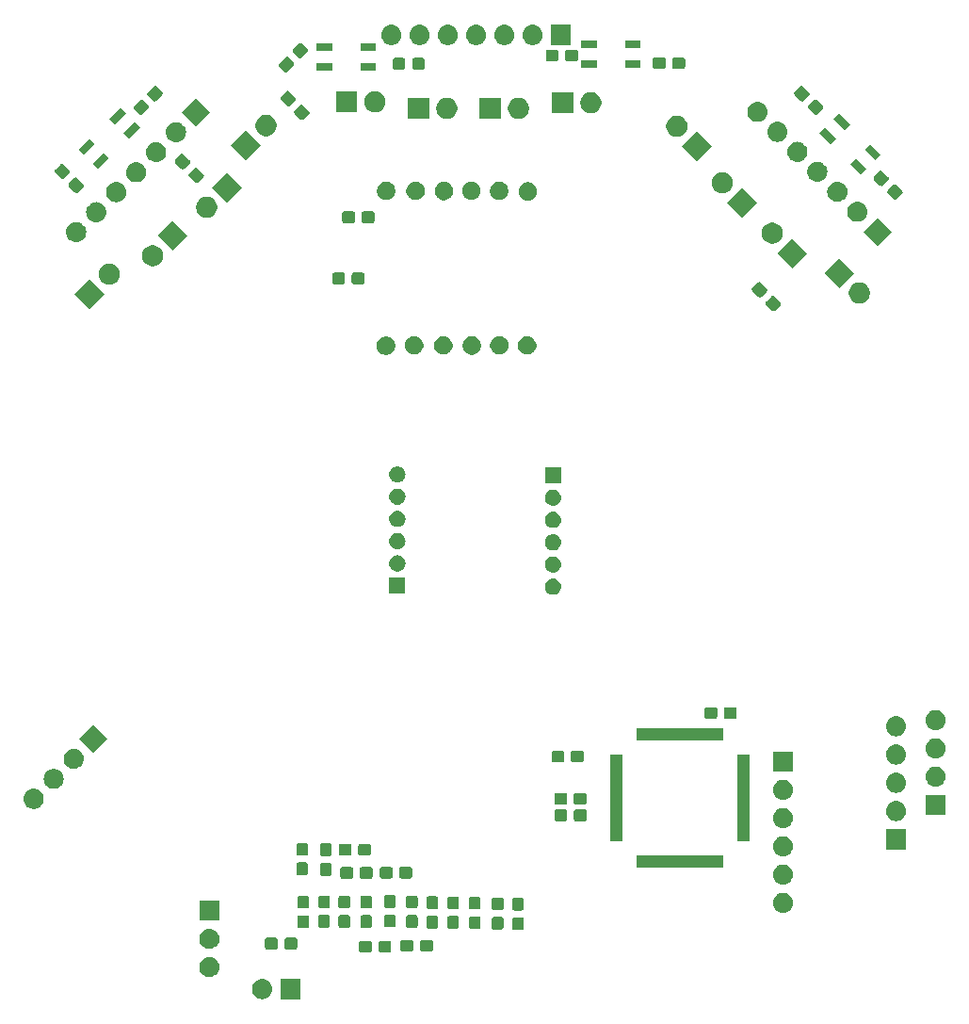
<source format=gbr>
G04 #@! TF.GenerationSoftware,KiCad,Pcbnew,(5.0.2)-1*
G04 #@! TF.CreationDate,2021-04-10T18:42:57+02:00*
G04 #@! TF.ProjectId,Squick,53717569-636b-42e6-9b69-6361645f7063,rev?*
G04 #@! TF.SameCoordinates,Original*
G04 #@! TF.FileFunction,Soldermask,Bot*
G04 #@! TF.FilePolarity,Negative*
%FSLAX45Y45*%
G04 Gerber Fmt 4.5, Leading zero omitted, Abs format (unit mm)*
G04 Created by KiCad (PCBNEW (5.0.2)-1) date 10.04.2021 18:42:57*
%MOMM*%
%LPD*%
G01*
G04 APERTURE LIST*
%ADD10C,0.100000*%
G04 APERTURE END LIST*
D10*
G36*
X16438100Y-12346100D02*
X16257900Y-12346100D01*
X16257900Y-12165900D01*
X16438100Y-12165900D01*
X16438100Y-12346100D01*
X16438100Y-12346100D01*
G37*
G36*
X16105044Y-12166552D02*
X16111663Y-12167204D01*
X16122985Y-12170638D01*
X16128647Y-12172356D01*
X16142509Y-12179765D01*
X16144299Y-12180722D01*
X16147873Y-12183655D01*
X16158019Y-12191981D01*
X16166345Y-12202127D01*
X16169278Y-12205701D01*
X16169278Y-12205701D01*
X16177644Y-12221353D01*
X16177644Y-12221353D01*
X16182796Y-12238337D01*
X16184536Y-12256000D01*
X16182796Y-12273663D01*
X16179362Y-12284985D01*
X16177644Y-12290647D01*
X16170235Y-12304509D01*
X16169278Y-12306299D01*
X16166345Y-12309873D01*
X16158019Y-12320019D01*
X16147873Y-12328345D01*
X16144299Y-12331278D01*
X16144299Y-12331278D01*
X16128647Y-12339644D01*
X16122985Y-12341362D01*
X16111663Y-12344796D01*
X16105044Y-12345448D01*
X16098426Y-12346100D01*
X16089574Y-12346100D01*
X16082956Y-12345448D01*
X16076337Y-12344796D01*
X16065015Y-12341362D01*
X16059353Y-12339644D01*
X16043701Y-12331278D01*
X16043701Y-12331278D01*
X16040127Y-12328345D01*
X16029981Y-12320019D01*
X16021655Y-12309873D01*
X16018722Y-12306299D01*
X16017765Y-12304509D01*
X16010356Y-12290647D01*
X16008638Y-12284985D01*
X16005204Y-12273663D01*
X16003464Y-12256000D01*
X16005204Y-12238337D01*
X16010356Y-12221353D01*
X16010356Y-12221353D01*
X16018722Y-12205701D01*
X16018722Y-12205701D01*
X16021655Y-12202127D01*
X16029981Y-12191981D01*
X16040127Y-12183655D01*
X16043701Y-12180722D01*
X16045491Y-12179765D01*
X16059353Y-12172356D01*
X16065015Y-12170638D01*
X16076337Y-12167204D01*
X16082956Y-12166552D01*
X16089574Y-12165900D01*
X16098426Y-12165900D01*
X16105044Y-12166552D01*
X16105044Y-12166552D01*
G37*
G36*
X15631044Y-11968552D02*
X15637663Y-11969204D01*
X15648985Y-11972638D01*
X15654647Y-11974356D01*
X15668509Y-11981765D01*
X15670299Y-11982722D01*
X15673873Y-11985655D01*
X15684019Y-11993981D01*
X15692345Y-12004127D01*
X15695278Y-12007701D01*
X15695278Y-12007701D01*
X15703644Y-12023353D01*
X15703644Y-12023353D01*
X15708796Y-12040337D01*
X15710536Y-12058000D01*
X15708796Y-12075663D01*
X15705362Y-12086985D01*
X15703644Y-12092647D01*
X15696235Y-12106509D01*
X15695278Y-12108299D01*
X15692345Y-12111873D01*
X15684019Y-12122018D01*
X15673873Y-12130345D01*
X15670299Y-12133278D01*
X15670299Y-12133278D01*
X15654647Y-12141644D01*
X15648985Y-12143361D01*
X15637663Y-12146796D01*
X15631044Y-12147448D01*
X15624426Y-12148100D01*
X15615574Y-12148100D01*
X15608956Y-12147448D01*
X15602337Y-12146796D01*
X15591015Y-12143361D01*
X15585353Y-12141644D01*
X15569701Y-12133278D01*
X15569701Y-12133278D01*
X15566127Y-12130345D01*
X15555981Y-12122018D01*
X15547655Y-12111873D01*
X15544722Y-12108299D01*
X15543765Y-12106509D01*
X15536356Y-12092647D01*
X15534638Y-12086985D01*
X15531204Y-12075663D01*
X15529464Y-12058000D01*
X15531204Y-12040337D01*
X15536356Y-12023353D01*
X15536356Y-12023353D01*
X15544722Y-12007701D01*
X15544722Y-12007701D01*
X15547655Y-12004127D01*
X15555981Y-11993981D01*
X15566127Y-11985655D01*
X15569701Y-11982722D01*
X15571491Y-11981765D01*
X15585353Y-11974356D01*
X15591015Y-11972638D01*
X15602337Y-11969204D01*
X15608956Y-11968552D01*
X15615574Y-11967900D01*
X15624426Y-11967900D01*
X15631044Y-11968552D01*
X15631044Y-11968552D01*
G37*
G36*
X17064194Y-11821604D02*
X17067943Y-11822741D01*
X17071399Y-11824589D01*
X17074428Y-11827075D01*
X17076914Y-11830104D01*
X17078762Y-11833560D01*
X17079899Y-11837310D01*
X17080344Y-11841823D01*
X17080344Y-11905696D01*
X17079899Y-11910209D01*
X17078762Y-11913959D01*
X17076914Y-11917415D01*
X17074428Y-11920444D01*
X17071399Y-11922930D01*
X17067943Y-11924778D01*
X17064194Y-11925915D01*
X17059680Y-11926359D01*
X16985808Y-11926359D01*
X16981294Y-11925915D01*
X16977544Y-11924778D01*
X16974088Y-11922930D01*
X16971059Y-11920444D01*
X16968573Y-11917415D01*
X16966726Y-11913959D01*
X16965588Y-11910209D01*
X16965144Y-11905696D01*
X16965144Y-11841823D01*
X16965588Y-11837310D01*
X16966726Y-11833560D01*
X16968573Y-11830104D01*
X16971059Y-11827075D01*
X16974088Y-11824589D01*
X16977544Y-11822741D01*
X16981294Y-11821604D01*
X16985808Y-11821159D01*
X17059680Y-11821159D01*
X17064194Y-11821604D01*
X17064194Y-11821604D01*
G37*
G36*
X17239194Y-11821604D02*
X17242943Y-11822741D01*
X17246399Y-11824589D01*
X17249428Y-11827075D01*
X17251914Y-11830104D01*
X17253762Y-11833560D01*
X17254899Y-11837310D01*
X17255344Y-11841823D01*
X17255344Y-11905696D01*
X17254899Y-11910209D01*
X17253762Y-11913959D01*
X17251914Y-11917415D01*
X17249428Y-11920444D01*
X17246399Y-11922930D01*
X17242943Y-11924778D01*
X17239194Y-11925915D01*
X17234680Y-11926359D01*
X17160808Y-11926359D01*
X17156294Y-11925915D01*
X17152544Y-11924778D01*
X17149088Y-11922930D01*
X17146059Y-11920444D01*
X17143573Y-11917415D01*
X17141726Y-11913959D01*
X17140588Y-11910209D01*
X17140144Y-11905696D01*
X17140144Y-11841823D01*
X17140588Y-11837310D01*
X17141726Y-11833560D01*
X17143573Y-11830104D01*
X17146059Y-11827075D01*
X17149088Y-11824589D01*
X17152544Y-11822741D01*
X17156294Y-11821604D01*
X17160808Y-11821159D01*
X17234680Y-11821159D01*
X17239194Y-11821604D01*
X17239194Y-11821604D01*
G37*
G36*
X17437694Y-11813604D02*
X17441443Y-11814741D01*
X17444900Y-11816589D01*
X17447929Y-11819075D01*
X17450414Y-11822104D01*
X17452262Y-11825560D01*
X17453399Y-11829310D01*
X17453844Y-11833823D01*
X17453844Y-11897696D01*
X17453399Y-11902209D01*
X17452262Y-11905959D01*
X17450414Y-11909415D01*
X17447929Y-11912444D01*
X17444900Y-11914930D01*
X17441443Y-11916778D01*
X17437694Y-11917915D01*
X17433180Y-11918359D01*
X17359308Y-11918359D01*
X17354794Y-11917915D01*
X17351045Y-11916778D01*
X17347588Y-11914930D01*
X17344559Y-11912444D01*
X17342073Y-11909415D01*
X17340226Y-11905959D01*
X17339088Y-11902209D01*
X17338644Y-11897696D01*
X17338644Y-11833823D01*
X17339088Y-11829310D01*
X17340226Y-11825560D01*
X17342073Y-11822104D01*
X17344559Y-11819075D01*
X17347588Y-11816589D01*
X17351045Y-11814741D01*
X17354794Y-11813604D01*
X17359308Y-11813159D01*
X17433180Y-11813159D01*
X17437694Y-11813604D01*
X17437694Y-11813604D01*
G37*
G36*
X17612694Y-11813604D02*
X17616443Y-11814741D01*
X17619900Y-11816589D01*
X17622929Y-11819075D01*
X17625414Y-11822104D01*
X17627262Y-11825560D01*
X17628399Y-11829310D01*
X17628844Y-11833823D01*
X17628844Y-11897696D01*
X17628399Y-11902209D01*
X17627262Y-11905959D01*
X17625414Y-11909415D01*
X17622929Y-11912444D01*
X17619900Y-11914930D01*
X17616443Y-11916778D01*
X17612694Y-11917915D01*
X17608180Y-11918359D01*
X17534308Y-11918359D01*
X17529794Y-11917915D01*
X17526045Y-11916778D01*
X17522588Y-11914930D01*
X17519559Y-11912444D01*
X17517073Y-11909415D01*
X17515226Y-11905959D01*
X17514088Y-11902209D01*
X17513644Y-11897696D01*
X17513644Y-11833823D01*
X17514088Y-11829310D01*
X17515226Y-11825560D01*
X17517073Y-11822104D01*
X17519559Y-11819075D01*
X17522588Y-11816589D01*
X17526045Y-11814741D01*
X17529794Y-11813604D01*
X17534308Y-11813159D01*
X17608180Y-11813159D01*
X17612694Y-11813604D01*
X17612694Y-11813604D01*
G37*
G36*
X16394194Y-11795604D02*
X16397943Y-11796741D01*
X16401399Y-11798589D01*
X16404428Y-11801075D01*
X16406914Y-11804104D01*
X16408762Y-11807560D01*
X16409899Y-11811309D01*
X16410344Y-11815823D01*
X16410344Y-11879696D01*
X16409899Y-11884209D01*
X16408762Y-11887959D01*
X16406914Y-11891415D01*
X16404428Y-11894444D01*
X16401399Y-11896930D01*
X16397943Y-11898777D01*
X16394194Y-11899915D01*
X16389680Y-11900359D01*
X16315807Y-11900359D01*
X16311294Y-11899915D01*
X16307544Y-11898777D01*
X16304088Y-11896930D01*
X16301059Y-11894444D01*
X16298573Y-11891415D01*
X16296726Y-11887959D01*
X16295588Y-11884209D01*
X16295144Y-11879696D01*
X16295144Y-11815823D01*
X16295588Y-11811309D01*
X16296726Y-11807560D01*
X16298573Y-11804104D01*
X16301059Y-11801075D01*
X16304088Y-11798589D01*
X16307544Y-11796741D01*
X16311294Y-11795604D01*
X16315807Y-11795159D01*
X16389680Y-11795159D01*
X16394194Y-11795604D01*
X16394194Y-11795604D01*
G37*
G36*
X16219194Y-11795604D02*
X16222943Y-11796741D01*
X16226399Y-11798589D01*
X16229428Y-11801075D01*
X16231914Y-11804104D01*
X16233762Y-11807560D01*
X16234899Y-11811309D01*
X16235344Y-11815823D01*
X16235344Y-11879696D01*
X16234899Y-11884209D01*
X16233762Y-11887959D01*
X16231914Y-11891415D01*
X16229428Y-11894444D01*
X16226399Y-11896930D01*
X16222943Y-11898777D01*
X16219194Y-11899915D01*
X16214680Y-11900359D01*
X16140807Y-11900359D01*
X16136294Y-11899915D01*
X16132544Y-11898777D01*
X16129088Y-11896930D01*
X16126059Y-11894444D01*
X16123573Y-11891415D01*
X16121726Y-11887959D01*
X16120588Y-11884209D01*
X16120144Y-11879696D01*
X16120144Y-11815823D01*
X16120588Y-11811309D01*
X16121726Y-11807560D01*
X16123573Y-11804104D01*
X16126059Y-11801075D01*
X16129088Y-11798589D01*
X16132544Y-11796741D01*
X16136294Y-11795604D01*
X16140807Y-11795159D01*
X16214680Y-11795159D01*
X16219194Y-11795604D01*
X16219194Y-11795604D01*
G37*
G36*
X15630798Y-11714528D02*
X15637663Y-11715204D01*
X15645747Y-11717656D01*
X15654647Y-11720356D01*
X15663062Y-11724854D01*
X15670299Y-11728722D01*
X15673873Y-11731655D01*
X15684019Y-11739981D01*
X15692345Y-11750127D01*
X15695278Y-11753701D01*
X15695278Y-11753701D01*
X15703644Y-11769353D01*
X15703644Y-11769353D01*
X15708796Y-11786337D01*
X15710536Y-11804000D01*
X15708796Y-11821663D01*
X15706236Y-11830104D01*
X15703644Y-11838647D01*
X15698934Y-11847459D01*
X15695278Y-11854299D01*
X15692345Y-11857873D01*
X15684019Y-11868019D01*
X15673873Y-11876345D01*
X15670299Y-11879278D01*
X15668509Y-11880235D01*
X15654647Y-11887644D01*
X15648985Y-11889362D01*
X15637663Y-11892796D01*
X15631044Y-11893448D01*
X15624426Y-11894100D01*
X15615574Y-11894100D01*
X15608956Y-11893448D01*
X15602337Y-11892796D01*
X15591015Y-11889362D01*
X15585353Y-11887644D01*
X15571491Y-11880235D01*
X15569701Y-11879278D01*
X15566127Y-11876345D01*
X15555981Y-11868019D01*
X15547655Y-11857873D01*
X15544722Y-11854299D01*
X15541066Y-11847459D01*
X15536356Y-11838647D01*
X15533764Y-11830104D01*
X15531204Y-11821663D01*
X15529464Y-11804000D01*
X15531204Y-11786337D01*
X15536356Y-11769353D01*
X15536356Y-11769353D01*
X15544722Y-11753701D01*
X15544722Y-11753701D01*
X15547655Y-11750127D01*
X15555981Y-11739981D01*
X15566127Y-11731655D01*
X15569701Y-11728722D01*
X15576938Y-11724854D01*
X15585353Y-11720356D01*
X15594252Y-11717656D01*
X15602337Y-11715204D01*
X15609202Y-11714528D01*
X15615574Y-11713900D01*
X15624426Y-11713900D01*
X15630798Y-11714528D01*
X15630798Y-11714528D01*
G37*
G36*
X18431444Y-11610604D02*
X18435193Y-11611741D01*
X18438649Y-11613589D01*
X18441678Y-11616075D01*
X18444164Y-11619104D01*
X18446012Y-11622560D01*
X18447149Y-11626309D01*
X18447594Y-11630823D01*
X18447594Y-11704695D01*
X18447149Y-11709209D01*
X18446012Y-11712959D01*
X18444164Y-11716415D01*
X18441678Y-11719444D01*
X18438649Y-11721930D01*
X18435193Y-11723777D01*
X18431444Y-11724915D01*
X18426930Y-11725359D01*
X18363058Y-11725359D01*
X18358544Y-11724915D01*
X18354794Y-11723777D01*
X18351338Y-11721930D01*
X18348309Y-11719444D01*
X18345823Y-11716415D01*
X18343976Y-11712959D01*
X18342838Y-11709209D01*
X18342394Y-11704695D01*
X18342394Y-11630823D01*
X18342838Y-11626309D01*
X18343976Y-11622560D01*
X18345823Y-11619104D01*
X18348309Y-11616075D01*
X18351338Y-11613589D01*
X18354794Y-11611741D01*
X18358544Y-11610604D01*
X18363058Y-11610159D01*
X18426930Y-11610159D01*
X18431444Y-11610604D01*
X18431444Y-11610604D01*
G37*
G36*
X18247444Y-11607104D02*
X18251193Y-11608241D01*
X18254649Y-11610089D01*
X18257678Y-11612575D01*
X18260164Y-11615604D01*
X18262012Y-11619060D01*
X18263149Y-11622810D01*
X18263594Y-11627323D01*
X18263594Y-11701196D01*
X18263149Y-11705709D01*
X18262012Y-11709459D01*
X18260164Y-11712915D01*
X18257678Y-11715944D01*
X18254649Y-11718430D01*
X18251193Y-11720278D01*
X18247444Y-11721415D01*
X18242930Y-11721859D01*
X18179058Y-11721859D01*
X18174544Y-11721415D01*
X18170794Y-11720278D01*
X18167338Y-11718430D01*
X18164309Y-11715944D01*
X18161823Y-11712915D01*
X18159976Y-11709459D01*
X18158838Y-11705709D01*
X18158394Y-11701196D01*
X18158394Y-11627323D01*
X18158838Y-11622810D01*
X18159976Y-11619060D01*
X18161823Y-11615604D01*
X18164309Y-11612575D01*
X18167338Y-11610089D01*
X18170794Y-11608241D01*
X18174544Y-11607104D01*
X18179058Y-11606659D01*
X18242930Y-11606659D01*
X18247444Y-11607104D01*
X18247444Y-11607104D01*
G37*
G36*
X18043444Y-11601354D02*
X18047193Y-11602491D01*
X18050649Y-11604339D01*
X18053678Y-11606825D01*
X18056164Y-11609854D01*
X18058012Y-11613310D01*
X18059149Y-11617060D01*
X18059594Y-11621573D01*
X18059594Y-11695446D01*
X18059149Y-11699959D01*
X18058012Y-11703709D01*
X18056164Y-11707165D01*
X18053678Y-11710194D01*
X18050649Y-11712680D01*
X18047193Y-11714528D01*
X18043444Y-11715665D01*
X18038930Y-11716109D01*
X17975058Y-11716109D01*
X17970544Y-11715665D01*
X17966794Y-11714528D01*
X17963338Y-11712680D01*
X17960309Y-11710194D01*
X17957823Y-11707165D01*
X17955976Y-11703709D01*
X17954838Y-11699959D01*
X17954394Y-11695446D01*
X17954394Y-11621573D01*
X17954838Y-11617060D01*
X17955976Y-11613310D01*
X17957823Y-11609854D01*
X17960309Y-11606825D01*
X17963338Y-11604339D01*
X17966794Y-11602491D01*
X17970544Y-11601354D01*
X17975058Y-11600909D01*
X18038930Y-11600909D01*
X18043444Y-11601354D01*
X18043444Y-11601354D01*
G37*
G36*
X17848968Y-11599310D02*
X17852717Y-11600448D01*
X17856174Y-11602295D01*
X17859203Y-11604781D01*
X17861689Y-11607810D01*
X17863536Y-11611267D01*
X17864674Y-11615016D01*
X17865118Y-11619530D01*
X17865118Y-11693402D01*
X17864674Y-11697916D01*
X17863536Y-11701665D01*
X17861689Y-11705122D01*
X17859203Y-11708151D01*
X17856174Y-11710636D01*
X17852717Y-11712484D01*
X17848968Y-11713621D01*
X17844454Y-11714066D01*
X17780582Y-11714066D01*
X17776068Y-11713621D01*
X17772319Y-11712484D01*
X17768862Y-11710636D01*
X17765833Y-11708151D01*
X17763348Y-11705122D01*
X17761500Y-11701665D01*
X17760363Y-11697916D01*
X17759918Y-11693402D01*
X17759918Y-11619530D01*
X17760363Y-11615016D01*
X17761500Y-11611267D01*
X17763348Y-11607810D01*
X17765833Y-11604781D01*
X17768862Y-11602295D01*
X17772319Y-11600448D01*
X17776068Y-11599310D01*
X17780582Y-11598866D01*
X17844454Y-11598866D01*
X17848968Y-11599310D01*
X17848968Y-11599310D01*
G37*
G36*
X17661968Y-11597310D02*
X17665717Y-11598448D01*
X17669174Y-11600295D01*
X17672203Y-11602781D01*
X17674689Y-11605810D01*
X17676536Y-11609267D01*
X17677674Y-11613016D01*
X17678118Y-11617530D01*
X17678118Y-11691402D01*
X17677674Y-11695916D01*
X17676536Y-11699665D01*
X17674689Y-11703122D01*
X17672203Y-11706151D01*
X17669174Y-11708637D01*
X17665717Y-11710484D01*
X17661968Y-11711621D01*
X17657454Y-11712066D01*
X17593582Y-11712066D01*
X17589068Y-11711621D01*
X17585319Y-11710484D01*
X17581862Y-11708637D01*
X17578833Y-11706151D01*
X17576347Y-11703122D01*
X17574500Y-11699665D01*
X17573363Y-11695916D01*
X17572918Y-11691402D01*
X17572918Y-11617530D01*
X17573363Y-11613016D01*
X17574500Y-11609267D01*
X17576347Y-11605810D01*
X17578833Y-11602781D01*
X17581862Y-11600295D01*
X17585319Y-11598448D01*
X17589068Y-11597310D01*
X17593582Y-11596866D01*
X17657454Y-11596866D01*
X17661968Y-11597310D01*
X17661968Y-11597310D01*
G37*
G36*
X16500444Y-11593104D02*
X16504193Y-11594241D01*
X16507649Y-11596089D01*
X16510678Y-11598575D01*
X16513164Y-11601604D01*
X16515012Y-11605060D01*
X16516149Y-11608809D01*
X16516594Y-11613323D01*
X16516594Y-11687196D01*
X16516149Y-11691709D01*
X16515012Y-11695459D01*
X16513164Y-11698915D01*
X16510678Y-11701944D01*
X16507649Y-11704430D01*
X16504193Y-11706277D01*
X16500444Y-11707415D01*
X16495930Y-11707859D01*
X16432057Y-11707859D01*
X16427544Y-11707415D01*
X16423794Y-11706277D01*
X16420338Y-11704430D01*
X16417309Y-11701944D01*
X16414823Y-11698915D01*
X16412976Y-11695459D01*
X16411838Y-11691709D01*
X16411394Y-11687196D01*
X16411394Y-11613323D01*
X16411838Y-11608809D01*
X16412976Y-11605060D01*
X16414823Y-11601604D01*
X16417309Y-11598575D01*
X16420338Y-11596089D01*
X16423794Y-11594241D01*
X16427544Y-11593104D01*
X16432057Y-11592659D01*
X16495930Y-11592659D01*
X16500444Y-11593104D01*
X16500444Y-11593104D01*
G37*
G36*
X17066468Y-11592560D02*
X17070217Y-11593698D01*
X17073674Y-11595545D01*
X17076703Y-11598031D01*
X17079189Y-11601060D01*
X17081036Y-11604517D01*
X17082173Y-11608266D01*
X17082618Y-11612780D01*
X17082618Y-11686652D01*
X17082173Y-11691166D01*
X17081036Y-11694915D01*
X17079189Y-11698372D01*
X17076703Y-11701401D01*
X17073674Y-11703886D01*
X17070217Y-11705734D01*
X17066468Y-11706871D01*
X17061954Y-11707316D01*
X16998082Y-11707316D01*
X16993568Y-11706871D01*
X16989819Y-11705734D01*
X16986362Y-11703886D01*
X16983333Y-11701401D01*
X16980847Y-11698372D01*
X16979000Y-11694915D01*
X16977862Y-11691166D01*
X16977418Y-11686652D01*
X16977418Y-11612780D01*
X16977862Y-11608266D01*
X16979000Y-11604517D01*
X16980847Y-11601060D01*
X16983333Y-11598031D01*
X16986362Y-11595545D01*
X16989819Y-11593698D01*
X16993568Y-11592560D01*
X16998082Y-11592116D01*
X17061954Y-11592116D01*
X17066468Y-11592560D01*
X17066468Y-11592560D01*
G37*
G36*
X17476968Y-11591310D02*
X17480717Y-11592448D01*
X17484174Y-11594295D01*
X17487203Y-11596781D01*
X17489689Y-11599810D01*
X17491536Y-11603267D01*
X17492674Y-11607016D01*
X17493118Y-11611530D01*
X17493118Y-11685402D01*
X17492674Y-11689916D01*
X17491536Y-11693665D01*
X17489689Y-11697122D01*
X17487203Y-11700151D01*
X17484174Y-11702637D01*
X17480717Y-11704484D01*
X17476968Y-11705621D01*
X17472454Y-11706066D01*
X17408582Y-11706066D01*
X17404068Y-11705621D01*
X17400319Y-11704484D01*
X17396862Y-11702637D01*
X17393833Y-11700151D01*
X17391347Y-11697122D01*
X17389500Y-11693665D01*
X17388363Y-11689916D01*
X17387918Y-11685402D01*
X17387918Y-11611530D01*
X17388363Y-11607016D01*
X17389500Y-11603267D01*
X17391347Y-11599810D01*
X17393833Y-11596781D01*
X17396862Y-11594295D01*
X17400319Y-11592448D01*
X17404068Y-11591310D01*
X17408582Y-11590866D01*
X17472454Y-11590866D01*
X17476968Y-11591310D01*
X17476968Y-11591310D01*
G37*
G36*
X16869968Y-11591310D02*
X16873717Y-11592448D01*
X16877174Y-11594295D01*
X16880203Y-11596781D01*
X16882689Y-11599810D01*
X16884536Y-11603267D01*
X16885674Y-11607016D01*
X16886118Y-11611530D01*
X16886118Y-11685402D01*
X16885674Y-11689916D01*
X16884536Y-11693665D01*
X16882689Y-11697122D01*
X16880203Y-11700151D01*
X16877174Y-11702637D01*
X16873717Y-11704484D01*
X16869968Y-11705621D01*
X16865454Y-11706066D01*
X16801582Y-11706066D01*
X16797068Y-11705621D01*
X16793319Y-11704484D01*
X16789862Y-11702637D01*
X16786833Y-11700151D01*
X16784347Y-11697122D01*
X16782500Y-11693665D01*
X16781363Y-11689916D01*
X16780918Y-11685402D01*
X16780918Y-11611530D01*
X16781363Y-11607016D01*
X16782500Y-11603267D01*
X16784347Y-11599810D01*
X16786833Y-11596781D01*
X16789862Y-11594295D01*
X16793319Y-11592448D01*
X16797068Y-11591310D01*
X16801582Y-11590866D01*
X16865454Y-11590866D01*
X16869968Y-11591310D01*
X16869968Y-11591310D01*
G37*
G36*
X16687444Y-11590354D02*
X16691193Y-11591491D01*
X16694649Y-11593339D01*
X16697678Y-11595825D01*
X16700164Y-11598854D01*
X16702012Y-11602310D01*
X16703149Y-11606060D01*
X16703594Y-11610573D01*
X16703594Y-11684446D01*
X16703149Y-11688959D01*
X16702012Y-11692709D01*
X16700164Y-11696165D01*
X16697678Y-11699194D01*
X16694649Y-11701680D01*
X16691193Y-11703528D01*
X16687444Y-11704665D01*
X16682930Y-11705110D01*
X16619058Y-11705110D01*
X16614544Y-11704665D01*
X16610794Y-11703528D01*
X16607338Y-11701680D01*
X16604309Y-11699194D01*
X16601823Y-11696165D01*
X16599976Y-11692709D01*
X16598838Y-11688959D01*
X16598394Y-11684446D01*
X16598394Y-11610573D01*
X16598838Y-11606060D01*
X16599976Y-11602310D01*
X16601823Y-11598854D01*
X16604309Y-11595825D01*
X16607338Y-11593339D01*
X16610794Y-11591491D01*
X16614544Y-11590354D01*
X16619058Y-11589910D01*
X16682930Y-11589910D01*
X16687444Y-11590354D01*
X16687444Y-11590354D01*
G37*
G36*
X17279444Y-11587104D02*
X17283193Y-11588241D01*
X17286650Y-11590089D01*
X17289679Y-11592575D01*
X17292164Y-11595604D01*
X17294012Y-11599060D01*
X17295149Y-11602810D01*
X17295594Y-11607323D01*
X17295594Y-11681196D01*
X17295149Y-11685709D01*
X17294012Y-11689459D01*
X17292164Y-11692915D01*
X17289679Y-11695944D01*
X17286650Y-11698430D01*
X17283193Y-11700278D01*
X17279444Y-11701415D01*
X17274930Y-11701860D01*
X17211058Y-11701860D01*
X17206544Y-11701415D01*
X17202795Y-11700278D01*
X17199338Y-11698430D01*
X17196309Y-11695944D01*
X17193823Y-11692915D01*
X17191976Y-11689459D01*
X17190838Y-11685709D01*
X17190394Y-11681196D01*
X17190394Y-11607323D01*
X17190838Y-11602810D01*
X17191976Y-11599060D01*
X17193823Y-11595604D01*
X17196309Y-11592575D01*
X17199338Y-11590089D01*
X17202795Y-11588241D01*
X17206544Y-11587104D01*
X17211058Y-11586660D01*
X17274930Y-11586660D01*
X17279444Y-11587104D01*
X17279444Y-11587104D01*
G37*
G36*
X15710100Y-11640100D02*
X15529900Y-11640100D01*
X15529900Y-11459900D01*
X15710100Y-11459900D01*
X15710100Y-11640100D01*
X15710100Y-11640100D01*
G37*
G36*
X20788244Y-11391352D02*
X20794863Y-11392004D01*
X20806185Y-11395438D01*
X20811847Y-11397156D01*
X20825709Y-11404565D01*
X20827499Y-11405522D01*
X20831073Y-11408455D01*
X20841219Y-11416781D01*
X20848261Y-11425362D01*
X20852478Y-11430501D01*
X20852478Y-11430501D01*
X20860844Y-11446153D01*
X20861125Y-11447079D01*
X20865996Y-11463137D01*
X20867736Y-11480800D01*
X20865996Y-11498463D01*
X20863651Y-11506196D01*
X20860844Y-11515447D01*
X20855014Y-11526354D01*
X20852478Y-11531099D01*
X20850584Y-11533406D01*
X20841219Y-11544819D01*
X20834467Y-11550359D01*
X20827499Y-11556078D01*
X20827499Y-11556078D01*
X20811847Y-11564444D01*
X20806185Y-11566162D01*
X20794863Y-11569596D01*
X20788244Y-11570248D01*
X20781626Y-11570900D01*
X20772774Y-11570900D01*
X20766156Y-11570248D01*
X20759537Y-11569596D01*
X20748215Y-11566162D01*
X20742553Y-11564444D01*
X20726901Y-11556078D01*
X20726901Y-11556078D01*
X20719933Y-11550359D01*
X20713181Y-11544819D01*
X20703816Y-11533406D01*
X20701922Y-11531099D01*
X20699386Y-11526354D01*
X20693556Y-11515447D01*
X20690750Y-11506196D01*
X20688404Y-11498463D01*
X20686664Y-11480800D01*
X20688404Y-11463137D01*
X20693275Y-11447079D01*
X20693556Y-11446153D01*
X20701922Y-11430501D01*
X20701922Y-11430501D01*
X20706139Y-11425362D01*
X20713181Y-11416781D01*
X20723327Y-11408455D01*
X20726901Y-11405522D01*
X20728691Y-11404565D01*
X20742553Y-11397156D01*
X20748215Y-11395438D01*
X20759537Y-11392004D01*
X20766156Y-11391352D01*
X20772774Y-11390700D01*
X20781626Y-11390700D01*
X20788244Y-11391352D01*
X20788244Y-11391352D01*
G37*
G36*
X18431444Y-11435604D02*
X18435193Y-11436741D01*
X18438649Y-11438589D01*
X18441678Y-11441075D01*
X18444164Y-11444104D01*
X18446012Y-11447560D01*
X18447149Y-11451309D01*
X18447594Y-11455823D01*
X18447594Y-11529695D01*
X18447149Y-11534209D01*
X18446012Y-11537959D01*
X18444164Y-11541415D01*
X18441678Y-11544444D01*
X18438649Y-11546930D01*
X18435193Y-11548777D01*
X18431444Y-11549915D01*
X18426930Y-11550359D01*
X18363058Y-11550359D01*
X18358544Y-11549915D01*
X18354794Y-11548777D01*
X18351338Y-11546930D01*
X18348309Y-11544444D01*
X18345823Y-11541415D01*
X18343976Y-11537959D01*
X18342838Y-11534209D01*
X18342394Y-11529695D01*
X18342394Y-11455823D01*
X18342838Y-11451309D01*
X18343976Y-11447560D01*
X18345823Y-11444104D01*
X18348309Y-11441075D01*
X18351338Y-11438589D01*
X18354794Y-11436741D01*
X18358544Y-11435604D01*
X18363058Y-11435159D01*
X18426930Y-11435159D01*
X18431444Y-11435604D01*
X18431444Y-11435604D01*
G37*
G36*
X18247444Y-11432104D02*
X18251193Y-11433241D01*
X18254649Y-11435089D01*
X18257678Y-11437575D01*
X18260164Y-11440604D01*
X18262012Y-11444060D01*
X18263149Y-11447810D01*
X18263594Y-11452323D01*
X18263594Y-11526196D01*
X18263149Y-11530709D01*
X18262012Y-11534459D01*
X18260164Y-11537915D01*
X18257678Y-11540944D01*
X18254649Y-11543430D01*
X18251193Y-11545278D01*
X18247444Y-11546415D01*
X18242930Y-11546859D01*
X18179058Y-11546859D01*
X18174544Y-11546415D01*
X18170794Y-11545278D01*
X18167338Y-11543430D01*
X18164309Y-11540944D01*
X18161823Y-11537915D01*
X18159976Y-11534459D01*
X18158838Y-11530709D01*
X18158394Y-11526196D01*
X18158394Y-11452323D01*
X18158838Y-11447810D01*
X18159976Y-11444060D01*
X18161823Y-11440604D01*
X18164309Y-11437575D01*
X18167338Y-11435089D01*
X18170794Y-11433241D01*
X18174544Y-11432104D01*
X18179058Y-11431659D01*
X18242930Y-11431659D01*
X18247444Y-11432104D01*
X18247444Y-11432104D01*
G37*
G36*
X18043444Y-11426354D02*
X18047193Y-11427491D01*
X18050649Y-11429339D01*
X18053678Y-11431825D01*
X18056164Y-11434854D01*
X18058012Y-11438310D01*
X18059149Y-11442060D01*
X18059594Y-11446573D01*
X18059594Y-11520446D01*
X18059149Y-11524959D01*
X18058012Y-11528709D01*
X18056164Y-11532165D01*
X18053678Y-11535194D01*
X18050649Y-11537680D01*
X18047193Y-11539528D01*
X18043444Y-11540665D01*
X18038930Y-11541109D01*
X17975058Y-11541109D01*
X17970544Y-11540665D01*
X17966794Y-11539528D01*
X17963338Y-11537680D01*
X17960309Y-11535194D01*
X17957823Y-11532165D01*
X17955976Y-11528709D01*
X17954838Y-11524959D01*
X17954394Y-11520446D01*
X17954394Y-11446573D01*
X17954838Y-11442060D01*
X17955976Y-11438310D01*
X17957823Y-11434854D01*
X17960309Y-11431825D01*
X17963338Y-11429339D01*
X17966794Y-11427491D01*
X17970544Y-11426354D01*
X17975058Y-11425909D01*
X18038930Y-11425909D01*
X18043444Y-11426354D01*
X18043444Y-11426354D01*
G37*
G36*
X17848968Y-11424310D02*
X17852717Y-11425448D01*
X17856174Y-11427295D01*
X17859203Y-11429781D01*
X17861689Y-11432810D01*
X17863536Y-11436267D01*
X17864674Y-11440016D01*
X17865118Y-11444530D01*
X17865118Y-11518402D01*
X17864674Y-11522916D01*
X17863536Y-11526665D01*
X17861689Y-11530122D01*
X17859203Y-11533151D01*
X17856174Y-11535636D01*
X17852717Y-11537484D01*
X17848968Y-11538621D01*
X17844454Y-11539066D01*
X17780582Y-11539066D01*
X17776068Y-11538621D01*
X17772319Y-11537484D01*
X17768862Y-11535636D01*
X17765833Y-11533151D01*
X17763348Y-11530122D01*
X17761500Y-11526665D01*
X17760363Y-11522916D01*
X17759918Y-11518402D01*
X17759918Y-11444530D01*
X17760363Y-11440016D01*
X17761500Y-11436267D01*
X17763348Y-11432810D01*
X17765833Y-11429781D01*
X17768862Y-11427295D01*
X17772319Y-11425448D01*
X17776068Y-11424310D01*
X17780582Y-11423866D01*
X17844454Y-11423866D01*
X17848968Y-11424310D01*
X17848968Y-11424310D01*
G37*
G36*
X17661968Y-11422310D02*
X17665717Y-11423448D01*
X17669174Y-11425295D01*
X17672203Y-11427781D01*
X17674689Y-11430810D01*
X17676536Y-11434267D01*
X17677674Y-11438016D01*
X17678118Y-11442530D01*
X17678118Y-11516402D01*
X17677674Y-11520916D01*
X17676536Y-11524665D01*
X17674689Y-11528122D01*
X17672203Y-11531151D01*
X17669174Y-11533637D01*
X17665717Y-11535484D01*
X17661968Y-11536621D01*
X17657454Y-11537066D01*
X17593582Y-11537066D01*
X17589068Y-11536621D01*
X17585319Y-11535484D01*
X17581862Y-11533637D01*
X17578833Y-11531151D01*
X17576347Y-11528122D01*
X17574500Y-11524665D01*
X17573363Y-11520916D01*
X17572918Y-11516402D01*
X17572918Y-11442530D01*
X17573363Y-11438016D01*
X17574500Y-11434267D01*
X17576347Y-11430810D01*
X17578833Y-11427781D01*
X17581862Y-11425295D01*
X17585319Y-11423448D01*
X17589068Y-11422310D01*
X17593582Y-11421866D01*
X17657454Y-11421866D01*
X17661968Y-11422310D01*
X17661968Y-11422310D01*
G37*
G36*
X16500444Y-11418104D02*
X16504193Y-11419241D01*
X16507649Y-11421089D01*
X16510678Y-11423575D01*
X16513164Y-11426604D01*
X16515012Y-11430060D01*
X16516149Y-11433809D01*
X16516594Y-11438323D01*
X16516594Y-11512196D01*
X16516149Y-11516709D01*
X16515012Y-11520459D01*
X16513164Y-11523915D01*
X16510678Y-11526944D01*
X16507649Y-11529430D01*
X16504193Y-11531277D01*
X16500444Y-11532415D01*
X16495930Y-11532859D01*
X16432057Y-11532859D01*
X16427544Y-11532415D01*
X16423794Y-11531277D01*
X16420338Y-11529430D01*
X16417309Y-11526944D01*
X16414823Y-11523915D01*
X16412976Y-11520459D01*
X16411838Y-11516709D01*
X16411394Y-11512196D01*
X16411394Y-11438323D01*
X16411838Y-11433809D01*
X16412976Y-11430060D01*
X16414823Y-11426604D01*
X16417309Y-11423575D01*
X16420338Y-11421089D01*
X16423794Y-11419241D01*
X16427544Y-11418104D01*
X16432057Y-11417659D01*
X16495930Y-11417659D01*
X16500444Y-11418104D01*
X16500444Y-11418104D01*
G37*
G36*
X17066468Y-11417560D02*
X17070217Y-11418698D01*
X17073674Y-11420545D01*
X17076703Y-11423031D01*
X17079189Y-11426060D01*
X17081036Y-11429517D01*
X17082173Y-11433266D01*
X17082618Y-11437780D01*
X17082618Y-11511652D01*
X17082173Y-11516166D01*
X17081036Y-11519915D01*
X17079189Y-11523372D01*
X17076703Y-11526401D01*
X17073674Y-11528886D01*
X17070217Y-11530734D01*
X17066468Y-11531871D01*
X17061954Y-11532316D01*
X16998082Y-11532316D01*
X16993568Y-11531871D01*
X16989819Y-11530734D01*
X16986362Y-11528886D01*
X16983333Y-11526401D01*
X16980847Y-11523372D01*
X16979000Y-11519915D01*
X16977862Y-11516166D01*
X16977418Y-11511652D01*
X16977418Y-11437780D01*
X16977862Y-11433266D01*
X16979000Y-11429517D01*
X16980847Y-11426060D01*
X16983333Y-11423031D01*
X16986362Y-11420545D01*
X16989819Y-11418698D01*
X16993568Y-11417560D01*
X16998082Y-11417116D01*
X17061954Y-11417116D01*
X17066468Y-11417560D01*
X17066468Y-11417560D01*
G37*
G36*
X17476968Y-11416310D02*
X17480717Y-11417448D01*
X17484174Y-11419295D01*
X17487203Y-11421781D01*
X17489689Y-11424810D01*
X17491536Y-11428267D01*
X17492674Y-11432016D01*
X17493118Y-11436530D01*
X17493118Y-11510402D01*
X17492674Y-11514916D01*
X17491536Y-11518665D01*
X17489689Y-11522122D01*
X17487203Y-11525151D01*
X17484174Y-11527637D01*
X17480717Y-11529484D01*
X17476968Y-11530621D01*
X17472454Y-11531066D01*
X17408582Y-11531066D01*
X17404068Y-11530621D01*
X17400319Y-11529484D01*
X17396862Y-11527637D01*
X17393833Y-11525151D01*
X17391347Y-11522122D01*
X17389500Y-11518665D01*
X17388363Y-11514916D01*
X17387918Y-11510402D01*
X17387918Y-11436530D01*
X17388363Y-11432016D01*
X17389500Y-11428267D01*
X17391347Y-11424810D01*
X17393833Y-11421781D01*
X17396862Y-11419295D01*
X17400319Y-11417448D01*
X17404068Y-11416310D01*
X17408582Y-11415866D01*
X17472454Y-11415866D01*
X17476968Y-11416310D01*
X17476968Y-11416310D01*
G37*
G36*
X16869968Y-11416310D02*
X16873717Y-11417448D01*
X16877174Y-11419295D01*
X16880203Y-11421781D01*
X16882689Y-11424810D01*
X16884536Y-11428267D01*
X16885674Y-11432016D01*
X16886118Y-11436530D01*
X16886118Y-11510402D01*
X16885674Y-11514916D01*
X16884536Y-11518665D01*
X16882689Y-11522122D01*
X16880203Y-11525151D01*
X16877174Y-11527637D01*
X16873717Y-11529484D01*
X16869968Y-11530621D01*
X16865454Y-11531066D01*
X16801582Y-11531066D01*
X16797068Y-11530621D01*
X16793319Y-11529484D01*
X16789862Y-11527637D01*
X16786833Y-11525151D01*
X16784347Y-11522122D01*
X16782500Y-11518665D01*
X16781363Y-11514916D01*
X16780918Y-11510402D01*
X16780918Y-11436530D01*
X16781363Y-11432016D01*
X16782500Y-11428267D01*
X16784347Y-11424810D01*
X16786833Y-11421781D01*
X16789862Y-11419295D01*
X16793319Y-11417448D01*
X16797068Y-11416310D01*
X16801582Y-11415866D01*
X16865454Y-11415866D01*
X16869968Y-11416310D01*
X16869968Y-11416310D01*
G37*
G36*
X16687444Y-11415354D02*
X16691193Y-11416491D01*
X16694649Y-11418339D01*
X16697678Y-11420825D01*
X16700164Y-11423854D01*
X16702012Y-11427310D01*
X16703149Y-11431060D01*
X16703594Y-11435573D01*
X16703594Y-11509446D01*
X16703149Y-11513959D01*
X16702012Y-11517709D01*
X16700164Y-11521165D01*
X16697678Y-11524194D01*
X16694649Y-11526680D01*
X16691193Y-11528528D01*
X16687444Y-11529665D01*
X16682930Y-11530110D01*
X16619058Y-11530110D01*
X16614544Y-11529665D01*
X16610794Y-11528528D01*
X16607338Y-11526680D01*
X16604309Y-11524194D01*
X16601823Y-11521165D01*
X16599976Y-11517709D01*
X16598838Y-11513959D01*
X16598394Y-11509446D01*
X16598394Y-11435573D01*
X16598838Y-11431060D01*
X16599976Y-11427310D01*
X16601823Y-11423854D01*
X16604309Y-11420825D01*
X16607338Y-11418339D01*
X16610794Y-11416491D01*
X16614544Y-11415354D01*
X16619058Y-11414910D01*
X16682930Y-11414910D01*
X16687444Y-11415354D01*
X16687444Y-11415354D01*
G37*
G36*
X17279444Y-11412104D02*
X17283193Y-11413241D01*
X17286650Y-11415089D01*
X17289679Y-11417575D01*
X17292164Y-11420604D01*
X17294012Y-11424060D01*
X17295149Y-11427810D01*
X17295594Y-11432323D01*
X17295594Y-11506196D01*
X17295149Y-11510709D01*
X17294012Y-11514459D01*
X17292164Y-11517915D01*
X17289679Y-11520944D01*
X17286650Y-11523430D01*
X17283193Y-11525278D01*
X17279444Y-11526415D01*
X17274930Y-11526860D01*
X17211058Y-11526860D01*
X17206544Y-11526415D01*
X17202795Y-11525278D01*
X17199338Y-11523430D01*
X17196309Y-11520944D01*
X17193823Y-11517915D01*
X17191976Y-11514459D01*
X17190838Y-11510709D01*
X17190394Y-11506196D01*
X17190394Y-11432323D01*
X17190838Y-11427810D01*
X17191976Y-11424060D01*
X17193823Y-11420604D01*
X17196309Y-11417575D01*
X17199338Y-11415089D01*
X17202795Y-11413241D01*
X17206544Y-11412104D01*
X17211058Y-11411660D01*
X17274930Y-11411660D01*
X17279444Y-11412104D01*
X17279444Y-11412104D01*
G37*
G36*
X20788244Y-11137352D02*
X20794863Y-11138004D01*
X20806185Y-11141438D01*
X20811847Y-11143156D01*
X20825709Y-11150565D01*
X20827499Y-11151522D01*
X20831073Y-11154455D01*
X20841219Y-11162781D01*
X20849545Y-11172927D01*
X20852478Y-11176501D01*
X20852478Y-11176501D01*
X20860844Y-11192153D01*
X20860844Y-11192153D01*
X20865996Y-11209137D01*
X20867736Y-11226800D01*
X20865996Y-11244463D01*
X20864256Y-11250199D01*
X20860844Y-11261447D01*
X20853435Y-11275309D01*
X20852478Y-11277099D01*
X20849545Y-11280673D01*
X20841219Y-11290819D01*
X20831073Y-11299145D01*
X20827499Y-11302078D01*
X20827499Y-11302078D01*
X20811847Y-11310444D01*
X20806185Y-11312162D01*
X20794863Y-11315596D01*
X20788244Y-11316248D01*
X20781626Y-11316900D01*
X20772774Y-11316900D01*
X20766156Y-11316248D01*
X20759537Y-11315596D01*
X20748215Y-11312162D01*
X20742553Y-11310444D01*
X20726901Y-11302078D01*
X20726901Y-11302078D01*
X20723327Y-11299145D01*
X20713181Y-11290819D01*
X20704855Y-11280673D01*
X20701922Y-11277099D01*
X20700965Y-11275309D01*
X20693556Y-11261447D01*
X20690144Y-11250199D01*
X20688404Y-11244463D01*
X20686664Y-11226800D01*
X20688404Y-11209137D01*
X20693556Y-11192153D01*
X20693556Y-11192153D01*
X20701922Y-11176501D01*
X20701922Y-11176501D01*
X20704855Y-11172927D01*
X20713181Y-11162781D01*
X20723327Y-11154455D01*
X20726901Y-11151522D01*
X20728691Y-11150565D01*
X20742553Y-11143156D01*
X20748215Y-11141438D01*
X20759537Y-11138004D01*
X20766156Y-11137352D01*
X20772774Y-11136700D01*
X20781626Y-11136700D01*
X20788244Y-11137352D01*
X20788244Y-11137352D01*
G37*
G36*
X16896194Y-11159604D02*
X16899943Y-11160741D01*
X16903399Y-11162589D01*
X16906428Y-11165075D01*
X16908914Y-11168104D01*
X16910762Y-11171560D01*
X16911899Y-11175310D01*
X16912344Y-11179823D01*
X16912344Y-11243696D01*
X16911899Y-11248209D01*
X16910762Y-11251959D01*
X16908914Y-11255415D01*
X16906428Y-11258444D01*
X16903399Y-11260930D01*
X16899943Y-11262778D01*
X16896194Y-11263915D01*
X16891680Y-11264359D01*
X16817808Y-11264359D01*
X16813294Y-11263915D01*
X16809544Y-11262778D01*
X16806088Y-11260930D01*
X16803059Y-11258444D01*
X16800573Y-11255415D01*
X16798726Y-11251959D01*
X16797588Y-11248209D01*
X16797144Y-11243696D01*
X16797144Y-11179823D01*
X16797588Y-11175310D01*
X16798726Y-11171560D01*
X16800573Y-11168104D01*
X16803059Y-11165075D01*
X16806088Y-11162589D01*
X16809544Y-11160741D01*
X16813294Y-11159604D01*
X16817808Y-11159160D01*
X16891680Y-11159160D01*
X16896194Y-11159604D01*
X16896194Y-11159604D01*
G37*
G36*
X17071194Y-11159604D02*
X17074943Y-11160741D01*
X17078399Y-11162589D01*
X17081428Y-11165075D01*
X17083914Y-11168104D01*
X17085762Y-11171560D01*
X17086899Y-11175310D01*
X17087344Y-11179823D01*
X17087344Y-11243696D01*
X17086899Y-11248209D01*
X17085762Y-11251959D01*
X17083914Y-11255415D01*
X17081428Y-11258444D01*
X17078399Y-11260930D01*
X17074943Y-11262778D01*
X17071194Y-11263915D01*
X17066680Y-11264359D01*
X16992808Y-11264359D01*
X16988294Y-11263915D01*
X16984544Y-11262778D01*
X16981088Y-11260930D01*
X16978059Y-11258444D01*
X16975573Y-11255415D01*
X16973726Y-11251959D01*
X16972588Y-11248209D01*
X16972144Y-11243696D01*
X16972144Y-11179823D01*
X16972588Y-11175310D01*
X16973726Y-11171560D01*
X16975573Y-11168104D01*
X16978059Y-11165075D01*
X16981088Y-11162589D01*
X16984544Y-11160741D01*
X16988294Y-11159604D01*
X16992808Y-11159160D01*
X17066680Y-11159160D01*
X17071194Y-11159604D01*
X17071194Y-11159604D01*
G37*
G36*
X17426450Y-11157845D02*
X17430199Y-11158982D01*
X17433656Y-11160829D01*
X17436685Y-11163315D01*
X17439171Y-11166344D01*
X17441018Y-11169801D01*
X17442155Y-11173550D01*
X17442600Y-11178064D01*
X17442600Y-11241936D01*
X17442155Y-11246450D01*
X17441018Y-11250199D01*
X17439171Y-11253656D01*
X17436685Y-11256685D01*
X17433656Y-11259171D01*
X17430199Y-11261018D01*
X17426450Y-11262155D01*
X17421936Y-11262600D01*
X17348064Y-11262600D01*
X17343550Y-11262155D01*
X17339801Y-11261018D01*
X17336344Y-11259171D01*
X17333315Y-11256685D01*
X17330829Y-11253656D01*
X17328982Y-11250199D01*
X17327844Y-11246450D01*
X17327400Y-11241936D01*
X17327400Y-11178064D01*
X17327844Y-11173550D01*
X17328982Y-11169801D01*
X17330829Y-11166344D01*
X17333315Y-11163315D01*
X17336344Y-11160829D01*
X17339801Y-11158982D01*
X17343550Y-11157845D01*
X17348064Y-11157400D01*
X17421936Y-11157400D01*
X17426450Y-11157845D01*
X17426450Y-11157845D01*
G37*
G36*
X17251450Y-11157845D02*
X17255199Y-11158982D01*
X17258656Y-11160829D01*
X17261685Y-11163315D01*
X17264171Y-11166344D01*
X17266018Y-11169801D01*
X17267155Y-11173550D01*
X17267600Y-11178064D01*
X17267600Y-11241936D01*
X17267155Y-11246450D01*
X17266018Y-11250199D01*
X17264171Y-11253656D01*
X17261685Y-11256685D01*
X17258656Y-11259171D01*
X17255199Y-11261018D01*
X17251450Y-11262155D01*
X17246936Y-11262600D01*
X17173064Y-11262600D01*
X17168550Y-11262155D01*
X17164801Y-11261018D01*
X17161344Y-11259171D01*
X17158315Y-11256685D01*
X17155829Y-11253656D01*
X17153982Y-11250199D01*
X17152844Y-11246450D01*
X17152400Y-11241936D01*
X17152400Y-11178064D01*
X17152844Y-11173550D01*
X17153982Y-11169801D01*
X17155829Y-11166344D01*
X17158315Y-11163315D01*
X17161344Y-11160829D01*
X17164801Y-11158982D01*
X17168550Y-11157845D01*
X17173064Y-11157400D01*
X17246936Y-11157400D01*
X17251450Y-11157845D01*
X17251450Y-11157845D01*
G37*
G36*
X16704444Y-11122604D02*
X16708193Y-11123741D01*
X16711649Y-11125589D01*
X16714678Y-11128075D01*
X16717164Y-11131104D01*
X16719012Y-11134560D01*
X16720149Y-11138310D01*
X16720594Y-11142823D01*
X16720594Y-11216696D01*
X16720149Y-11221209D01*
X16719012Y-11224959D01*
X16717164Y-11228415D01*
X16714678Y-11231444D01*
X16711649Y-11233930D01*
X16708193Y-11235778D01*
X16704444Y-11236915D01*
X16699930Y-11237359D01*
X16636057Y-11237359D01*
X16631544Y-11236915D01*
X16627794Y-11235778D01*
X16624338Y-11233930D01*
X16621309Y-11231444D01*
X16618823Y-11228415D01*
X16616976Y-11224959D01*
X16615838Y-11221209D01*
X16615394Y-11216696D01*
X16615394Y-11142823D01*
X16615838Y-11138310D01*
X16616976Y-11134560D01*
X16618823Y-11131104D01*
X16621309Y-11128075D01*
X16624338Y-11125589D01*
X16627794Y-11123741D01*
X16631544Y-11122604D01*
X16636057Y-11122160D01*
X16699930Y-11122160D01*
X16704444Y-11122604D01*
X16704444Y-11122604D01*
G37*
G36*
X16491444Y-11118604D02*
X16495193Y-11119742D01*
X16498649Y-11121589D01*
X16501678Y-11124075D01*
X16504164Y-11127104D01*
X16506012Y-11130560D01*
X16507149Y-11134310D01*
X16507594Y-11138823D01*
X16507594Y-11212696D01*
X16507149Y-11217209D01*
X16506012Y-11220959D01*
X16504164Y-11224415D01*
X16501678Y-11227444D01*
X16498649Y-11229930D01*
X16495193Y-11231778D01*
X16491444Y-11232915D01*
X16486930Y-11233360D01*
X16423058Y-11233360D01*
X16418544Y-11232915D01*
X16414794Y-11231778D01*
X16411338Y-11229930D01*
X16408309Y-11227444D01*
X16405823Y-11224415D01*
X16403976Y-11220959D01*
X16402838Y-11217209D01*
X16402394Y-11212696D01*
X16402394Y-11138823D01*
X16402838Y-11134310D01*
X16403976Y-11130560D01*
X16405823Y-11127104D01*
X16408309Y-11124075D01*
X16411338Y-11121589D01*
X16414794Y-11119742D01*
X16418544Y-11118604D01*
X16423058Y-11118160D01*
X16486930Y-11118160D01*
X16491444Y-11118604D01*
X16491444Y-11118604D01*
G37*
G36*
X20242600Y-11162600D02*
X19457400Y-11162600D01*
X19457400Y-11052400D01*
X20242600Y-11052400D01*
X20242600Y-11162600D01*
X20242600Y-11162600D01*
G37*
G36*
X20788244Y-10883352D02*
X20794863Y-10884004D01*
X20806185Y-10887438D01*
X20811847Y-10889156D01*
X20825709Y-10896565D01*
X20827499Y-10897522D01*
X20831073Y-10900455D01*
X20841219Y-10908781D01*
X20849545Y-10918927D01*
X20852478Y-10922501D01*
X20852478Y-10922501D01*
X20860844Y-10938153D01*
X20860844Y-10938153D01*
X20865996Y-10955137D01*
X20867736Y-10972800D01*
X20865996Y-10990463D01*
X20863073Y-11000100D01*
X20860844Y-11007447D01*
X20853435Y-11021309D01*
X20852478Y-11023099D01*
X20849545Y-11026673D01*
X20841219Y-11036819D01*
X20833737Y-11042959D01*
X20827499Y-11048078D01*
X20827499Y-11048078D01*
X20811847Y-11056444D01*
X20806998Y-11057915D01*
X20794863Y-11061596D01*
X20788244Y-11062248D01*
X20781626Y-11062900D01*
X20772774Y-11062900D01*
X20766156Y-11062248D01*
X20759537Y-11061596D01*
X20747402Y-11057915D01*
X20742553Y-11056444D01*
X20726901Y-11048078D01*
X20726901Y-11048078D01*
X20720663Y-11042959D01*
X20713181Y-11036819D01*
X20704855Y-11026673D01*
X20701922Y-11023099D01*
X20700965Y-11021309D01*
X20693556Y-11007447D01*
X20691327Y-11000100D01*
X20688404Y-10990463D01*
X20686664Y-10972800D01*
X20688404Y-10955137D01*
X20693556Y-10938153D01*
X20693556Y-10938153D01*
X20701922Y-10922501D01*
X20701922Y-10922501D01*
X20704855Y-10918927D01*
X20713181Y-10908781D01*
X20723327Y-10900455D01*
X20726901Y-10897522D01*
X20728691Y-10896565D01*
X20742553Y-10889156D01*
X20748215Y-10887438D01*
X20759537Y-10884004D01*
X20766156Y-10883352D01*
X20772774Y-10882700D01*
X20781626Y-10882700D01*
X20788244Y-10883352D01*
X20788244Y-10883352D01*
G37*
G36*
X16704444Y-10947604D02*
X16708193Y-10948741D01*
X16711649Y-10950589D01*
X16714678Y-10953075D01*
X16717164Y-10956104D01*
X16719012Y-10959560D01*
X16720149Y-10963310D01*
X16720594Y-10967823D01*
X16720594Y-11041696D01*
X16720149Y-11046209D01*
X16719012Y-11049959D01*
X16717164Y-11053415D01*
X16714678Y-11056444D01*
X16711649Y-11058930D01*
X16708193Y-11060778D01*
X16704444Y-11061915D01*
X16699930Y-11062360D01*
X16636057Y-11062360D01*
X16631544Y-11061915D01*
X16627794Y-11060778D01*
X16624338Y-11058930D01*
X16621309Y-11056444D01*
X16618823Y-11053415D01*
X16616976Y-11049959D01*
X16615838Y-11046209D01*
X16615394Y-11041696D01*
X16615394Y-10967823D01*
X16615838Y-10963310D01*
X16616976Y-10959560D01*
X16618823Y-10956104D01*
X16621309Y-10953075D01*
X16624338Y-10950589D01*
X16627794Y-10948741D01*
X16631544Y-10947604D01*
X16636057Y-10947160D01*
X16699930Y-10947160D01*
X16704444Y-10947604D01*
X16704444Y-10947604D01*
G37*
G36*
X16491444Y-10943604D02*
X16495193Y-10944742D01*
X16498649Y-10946589D01*
X16501678Y-10949075D01*
X16504164Y-10952104D01*
X16506012Y-10955560D01*
X16507149Y-10959310D01*
X16507594Y-10963823D01*
X16507594Y-11037696D01*
X16507149Y-11042210D01*
X16506012Y-11045959D01*
X16504164Y-11049415D01*
X16501678Y-11052444D01*
X16498649Y-11054930D01*
X16495193Y-11056778D01*
X16491444Y-11057915D01*
X16486930Y-11058360D01*
X16423058Y-11058360D01*
X16418544Y-11057915D01*
X16414794Y-11056778D01*
X16411338Y-11054930D01*
X16408309Y-11052444D01*
X16405823Y-11049415D01*
X16403976Y-11045959D01*
X16402838Y-11042210D01*
X16402394Y-11037696D01*
X16402394Y-10963823D01*
X16402838Y-10959310D01*
X16403976Y-10955560D01*
X16405823Y-10952104D01*
X16408309Y-10949075D01*
X16411338Y-10946589D01*
X16414794Y-10944742D01*
X16418544Y-10943604D01*
X16423058Y-10943160D01*
X16486930Y-10943160D01*
X16491444Y-10943604D01*
X16491444Y-10943604D01*
G37*
G36*
X16882444Y-10950604D02*
X16886193Y-10951741D01*
X16889649Y-10953589D01*
X16892678Y-10956075D01*
X16895164Y-10959104D01*
X16897012Y-10962560D01*
X16898149Y-10966310D01*
X16898594Y-10970823D01*
X16898594Y-11034696D01*
X16898149Y-11039209D01*
X16897012Y-11042959D01*
X16895164Y-11046415D01*
X16892678Y-11049444D01*
X16889649Y-11051930D01*
X16886193Y-11053778D01*
X16882444Y-11054915D01*
X16877930Y-11055360D01*
X16804058Y-11055360D01*
X16799544Y-11054915D01*
X16795794Y-11053778D01*
X16792338Y-11051930D01*
X16789309Y-11049444D01*
X16786823Y-11046415D01*
X16784976Y-11042959D01*
X16783838Y-11039209D01*
X16783394Y-11034696D01*
X16783394Y-10970823D01*
X16783838Y-10966310D01*
X16784976Y-10962560D01*
X16786823Y-10959104D01*
X16789309Y-10956075D01*
X16792338Y-10953589D01*
X16795794Y-10951741D01*
X16799544Y-10950604D01*
X16804058Y-10950160D01*
X16877930Y-10950160D01*
X16882444Y-10950604D01*
X16882444Y-10950604D01*
G37*
G36*
X17057444Y-10950604D02*
X17061193Y-10951741D01*
X17064649Y-10953589D01*
X17067678Y-10956075D01*
X17070164Y-10959104D01*
X17072012Y-10962560D01*
X17073149Y-10966310D01*
X17073594Y-10970823D01*
X17073594Y-11034696D01*
X17073149Y-11039209D01*
X17072012Y-11042959D01*
X17070164Y-11046415D01*
X17067678Y-11049444D01*
X17064649Y-11051930D01*
X17061193Y-11053778D01*
X17057444Y-11054915D01*
X17052930Y-11055360D01*
X16979058Y-11055360D01*
X16974544Y-11054915D01*
X16970794Y-11053778D01*
X16967338Y-11051930D01*
X16964309Y-11049444D01*
X16961823Y-11046415D01*
X16959976Y-11042959D01*
X16958838Y-11039209D01*
X16958394Y-11034696D01*
X16958394Y-10970823D01*
X16958838Y-10966310D01*
X16959976Y-10962560D01*
X16961823Y-10959104D01*
X16964309Y-10956075D01*
X16967338Y-10953589D01*
X16970794Y-10951741D01*
X16974544Y-10950604D01*
X16979058Y-10950160D01*
X17052930Y-10950160D01*
X17057444Y-10950604D01*
X17057444Y-10950604D01*
G37*
G36*
X21883300Y-11000100D02*
X21703100Y-11000100D01*
X21703100Y-10819900D01*
X21883300Y-10819900D01*
X21883300Y-11000100D01*
X21883300Y-11000100D01*
G37*
G36*
X20475100Y-10930100D02*
X20364900Y-10930100D01*
X20364900Y-10144900D01*
X20475100Y-10144900D01*
X20475100Y-10930100D01*
X20475100Y-10930100D01*
G37*
G36*
X19335100Y-10930100D02*
X19224900Y-10930100D01*
X19224900Y-10144900D01*
X19335100Y-10144900D01*
X19335100Y-10930100D01*
X19335100Y-10930100D01*
G37*
G36*
X20788244Y-10629352D02*
X20794863Y-10630004D01*
X20806185Y-10633438D01*
X20811847Y-10635156D01*
X20817799Y-10638338D01*
X20827499Y-10643522D01*
X20828059Y-10643982D01*
X20841219Y-10654781D01*
X20849545Y-10664927D01*
X20852478Y-10668501D01*
X20852478Y-10668501D01*
X20860844Y-10684153D01*
X20860844Y-10684153D01*
X20865996Y-10701137D01*
X20867736Y-10718800D01*
X20865996Y-10736463D01*
X20863658Y-10744171D01*
X20860844Y-10753447D01*
X20853435Y-10767309D01*
X20852478Y-10769099D01*
X20849545Y-10772673D01*
X20841219Y-10782819D01*
X20831073Y-10791145D01*
X20827499Y-10794078D01*
X20827499Y-10794078D01*
X20811847Y-10802444D01*
X20806185Y-10804162D01*
X20794863Y-10807596D01*
X20788244Y-10808248D01*
X20781626Y-10808900D01*
X20772774Y-10808900D01*
X20766156Y-10808248D01*
X20759537Y-10807596D01*
X20748215Y-10804162D01*
X20742553Y-10802444D01*
X20726901Y-10794078D01*
X20726901Y-10794078D01*
X20723327Y-10791145D01*
X20713181Y-10782819D01*
X20704855Y-10772673D01*
X20701922Y-10769099D01*
X20700965Y-10767309D01*
X20693556Y-10753447D01*
X20690742Y-10744171D01*
X20688404Y-10736463D01*
X20686664Y-10718800D01*
X20688404Y-10701137D01*
X20693556Y-10684153D01*
X20693556Y-10684153D01*
X20701922Y-10668501D01*
X20701922Y-10668501D01*
X20704855Y-10664927D01*
X20713181Y-10654781D01*
X20726341Y-10643982D01*
X20726901Y-10643522D01*
X20736601Y-10638338D01*
X20742553Y-10635156D01*
X20748215Y-10633438D01*
X20759537Y-10630004D01*
X20766156Y-10629352D01*
X20772774Y-10628700D01*
X20781626Y-10628700D01*
X20788244Y-10629352D01*
X20788244Y-10629352D01*
G37*
G36*
X18996450Y-10642845D02*
X19000199Y-10643982D01*
X19003656Y-10645829D01*
X19006685Y-10648315D01*
X19009171Y-10651344D01*
X19011018Y-10654801D01*
X19012156Y-10658550D01*
X19012600Y-10663064D01*
X19012600Y-10726936D01*
X19012156Y-10731450D01*
X19011018Y-10735199D01*
X19009171Y-10738656D01*
X19006685Y-10741685D01*
X19003656Y-10744171D01*
X19000199Y-10746018D01*
X18996450Y-10747156D01*
X18991936Y-10747600D01*
X18918064Y-10747600D01*
X18913550Y-10747156D01*
X18909801Y-10746018D01*
X18906344Y-10744171D01*
X18903315Y-10741685D01*
X18900829Y-10738656D01*
X18898982Y-10735199D01*
X18897845Y-10731450D01*
X18897400Y-10726936D01*
X18897400Y-10663064D01*
X18897845Y-10658550D01*
X18898982Y-10654801D01*
X18900829Y-10651344D01*
X18903315Y-10648315D01*
X18906344Y-10645829D01*
X18909801Y-10643982D01*
X18913550Y-10642845D01*
X18918064Y-10642400D01*
X18991936Y-10642400D01*
X18996450Y-10642845D01*
X18996450Y-10642845D01*
G37*
G36*
X18821450Y-10642845D02*
X18825199Y-10643982D01*
X18828656Y-10645829D01*
X18831685Y-10648315D01*
X18834171Y-10651344D01*
X18836018Y-10654801D01*
X18837156Y-10658550D01*
X18837600Y-10663064D01*
X18837600Y-10726936D01*
X18837156Y-10731450D01*
X18836018Y-10735199D01*
X18834171Y-10738656D01*
X18831685Y-10741685D01*
X18828656Y-10744171D01*
X18825199Y-10746018D01*
X18821450Y-10747156D01*
X18816936Y-10747600D01*
X18743064Y-10747600D01*
X18738550Y-10747156D01*
X18734801Y-10746018D01*
X18731344Y-10744171D01*
X18728315Y-10741685D01*
X18725829Y-10738656D01*
X18723982Y-10735199D01*
X18722845Y-10731450D01*
X18722400Y-10726936D01*
X18722400Y-10663064D01*
X18722845Y-10658550D01*
X18723982Y-10654801D01*
X18725829Y-10651344D01*
X18728315Y-10648315D01*
X18731344Y-10645829D01*
X18734801Y-10643982D01*
X18738550Y-10642845D01*
X18743064Y-10642400D01*
X18816936Y-10642400D01*
X18821450Y-10642845D01*
X18821450Y-10642845D01*
G37*
G36*
X21804244Y-10566552D02*
X21810863Y-10567204D01*
X21822185Y-10570638D01*
X21827847Y-10572356D01*
X21841709Y-10579765D01*
X21843499Y-10580722D01*
X21847073Y-10583655D01*
X21857219Y-10591981D01*
X21865545Y-10602127D01*
X21868478Y-10605701D01*
X21868478Y-10605701D01*
X21876844Y-10621353D01*
X21876844Y-10621353D01*
X21881996Y-10638337D01*
X21883736Y-10656000D01*
X21881996Y-10673663D01*
X21878814Y-10684153D01*
X21876844Y-10690647D01*
X21874571Y-10694900D01*
X21868478Y-10706299D01*
X21865545Y-10709873D01*
X21857219Y-10720019D01*
X21847073Y-10728345D01*
X21843499Y-10731278D01*
X21843499Y-10731278D01*
X21827847Y-10739644D01*
X21822185Y-10741362D01*
X21810863Y-10744796D01*
X21804244Y-10745448D01*
X21797626Y-10746100D01*
X21788774Y-10746100D01*
X21782156Y-10745448D01*
X21775537Y-10744796D01*
X21764215Y-10741362D01*
X21758553Y-10739644D01*
X21742901Y-10731278D01*
X21742901Y-10731278D01*
X21739327Y-10728345D01*
X21729181Y-10720019D01*
X21720855Y-10709873D01*
X21717922Y-10706299D01*
X21711829Y-10694900D01*
X21709556Y-10690647D01*
X21707586Y-10684153D01*
X21704404Y-10673663D01*
X21702664Y-10656000D01*
X21704404Y-10638337D01*
X21709556Y-10621353D01*
X21709556Y-10621353D01*
X21717922Y-10605701D01*
X21717922Y-10605701D01*
X21720855Y-10602127D01*
X21729181Y-10591981D01*
X21739327Y-10583655D01*
X21742901Y-10580722D01*
X21744691Y-10579765D01*
X21758553Y-10572356D01*
X21764215Y-10570638D01*
X21775537Y-10567204D01*
X21782156Y-10566552D01*
X21788774Y-10565900D01*
X21797626Y-10565900D01*
X21804244Y-10566552D01*
X21804244Y-10566552D01*
G37*
G36*
X22238900Y-10690100D02*
X22058700Y-10690100D01*
X22058700Y-10509900D01*
X22238900Y-10509900D01*
X22238900Y-10690100D01*
X22238900Y-10690100D01*
G37*
G36*
X14051250Y-10456910D02*
X14058447Y-10457619D01*
X14069770Y-10461054D01*
X14075431Y-10462771D01*
X14089293Y-10470181D01*
X14091084Y-10471138D01*
X14094657Y-10474071D01*
X14104803Y-10482397D01*
X14111696Y-10490796D01*
X14116062Y-10496116D01*
X14116062Y-10496117D01*
X14124429Y-10511769D01*
X14124975Y-10513569D01*
X14129581Y-10528753D01*
X14131320Y-10546415D01*
X14129581Y-10564078D01*
X14127070Y-10572356D01*
X14124429Y-10581062D01*
X14124267Y-10581365D01*
X14116062Y-10596715D01*
X14113129Y-10600288D01*
X14104803Y-10610434D01*
X14094657Y-10618760D01*
X14091084Y-10621693D01*
X14091083Y-10621693D01*
X14075431Y-10630060D01*
X14069770Y-10631777D01*
X14058447Y-10635212D01*
X14051829Y-10635864D01*
X14045211Y-10636515D01*
X14036359Y-10636515D01*
X14029740Y-10635864D01*
X14023122Y-10635212D01*
X14011799Y-10631777D01*
X14006138Y-10630060D01*
X13990486Y-10621693D01*
X13990485Y-10621693D01*
X13986912Y-10618760D01*
X13976766Y-10610434D01*
X13968440Y-10600288D01*
X13965507Y-10596715D01*
X13957302Y-10581365D01*
X13957140Y-10581062D01*
X13954499Y-10572356D01*
X13951988Y-10564078D01*
X13950249Y-10546415D01*
X13951988Y-10528753D01*
X13956594Y-10513569D01*
X13957140Y-10511769D01*
X13965507Y-10496117D01*
X13965507Y-10496116D01*
X13969873Y-10490796D01*
X13976766Y-10482397D01*
X13986912Y-10474071D01*
X13990485Y-10471138D01*
X13992276Y-10470181D01*
X14006138Y-10462771D01*
X14011799Y-10461054D01*
X14023122Y-10457619D01*
X14030320Y-10456910D01*
X14036359Y-10456315D01*
X14045211Y-10456315D01*
X14051250Y-10456910D01*
X14051250Y-10456910D01*
G37*
G36*
X18996450Y-10492845D02*
X19000199Y-10493982D01*
X19003656Y-10495829D01*
X19006685Y-10498315D01*
X19009171Y-10501344D01*
X19011018Y-10504801D01*
X19012156Y-10508550D01*
X19012600Y-10513064D01*
X19012600Y-10576936D01*
X19012156Y-10581450D01*
X19011018Y-10585199D01*
X19009171Y-10588656D01*
X19006685Y-10591685D01*
X19003656Y-10594171D01*
X19000199Y-10596018D01*
X18996450Y-10597156D01*
X18991936Y-10597600D01*
X18918064Y-10597600D01*
X18913550Y-10597156D01*
X18909801Y-10596018D01*
X18906344Y-10594171D01*
X18903315Y-10591685D01*
X18900829Y-10588656D01*
X18898982Y-10585199D01*
X18897845Y-10581450D01*
X18897400Y-10576936D01*
X18897400Y-10513064D01*
X18897845Y-10508550D01*
X18898982Y-10504801D01*
X18900829Y-10501344D01*
X18903315Y-10498315D01*
X18906344Y-10495829D01*
X18909801Y-10493982D01*
X18913550Y-10492845D01*
X18918064Y-10492400D01*
X18991936Y-10492400D01*
X18996450Y-10492845D01*
X18996450Y-10492845D01*
G37*
G36*
X18821450Y-10492845D02*
X18825199Y-10493982D01*
X18828656Y-10495829D01*
X18831685Y-10498315D01*
X18834171Y-10501344D01*
X18836018Y-10504801D01*
X18837156Y-10508550D01*
X18837600Y-10513064D01*
X18837600Y-10576936D01*
X18837156Y-10581450D01*
X18836018Y-10585199D01*
X18834171Y-10588656D01*
X18831685Y-10591685D01*
X18828656Y-10594171D01*
X18825199Y-10596018D01*
X18821450Y-10597156D01*
X18816936Y-10597600D01*
X18743064Y-10597600D01*
X18738550Y-10597156D01*
X18734801Y-10596018D01*
X18731344Y-10594171D01*
X18728315Y-10591685D01*
X18725829Y-10588656D01*
X18723982Y-10585199D01*
X18722845Y-10581450D01*
X18722400Y-10576936D01*
X18722400Y-10513064D01*
X18722845Y-10508550D01*
X18723982Y-10504801D01*
X18725829Y-10501344D01*
X18728315Y-10498315D01*
X18731344Y-10495829D01*
X18734801Y-10493982D01*
X18738550Y-10492845D01*
X18743064Y-10492400D01*
X18816936Y-10492400D01*
X18821450Y-10492845D01*
X18821450Y-10492845D01*
G37*
G36*
X20788244Y-10375352D02*
X20794863Y-10376004D01*
X20806185Y-10379438D01*
X20811847Y-10381156D01*
X20825709Y-10388565D01*
X20827499Y-10389522D01*
X20831073Y-10392455D01*
X20841219Y-10400781D01*
X20849545Y-10410927D01*
X20852478Y-10414501D01*
X20852478Y-10414501D01*
X20860844Y-10430153D01*
X20861049Y-10430829D01*
X20865996Y-10447137D01*
X20867736Y-10464800D01*
X20865996Y-10482463D01*
X20863468Y-10490796D01*
X20860844Y-10499447D01*
X20854258Y-10511769D01*
X20852478Y-10515099D01*
X20849545Y-10518673D01*
X20841219Y-10528819D01*
X20831073Y-10537145D01*
X20827499Y-10540078D01*
X20827499Y-10540078D01*
X20811847Y-10548444D01*
X20806185Y-10550162D01*
X20794863Y-10553596D01*
X20788244Y-10554248D01*
X20781626Y-10554900D01*
X20772774Y-10554900D01*
X20766156Y-10554248D01*
X20759537Y-10553596D01*
X20748215Y-10550162D01*
X20742553Y-10548444D01*
X20726901Y-10540078D01*
X20726901Y-10540078D01*
X20723327Y-10537145D01*
X20713181Y-10528819D01*
X20704855Y-10518673D01*
X20701922Y-10515099D01*
X20700142Y-10511769D01*
X20693556Y-10499447D01*
X20690932Y-10490796D01*
X20688404Y-10482463D01*
X20686664Y-10464800D01*
X20688404Y-10447137D01*
X20693351Y-10430829D01*
X20693556Y-10430153D01*
X20701922Y-10414501D01*
X20701922Y-10414501D01*
X20704855Y-10410927D01*
X20713181Y-10400781D01*
X20723327Y-10392455D01*
X20726901Y-10389522D01*
X20728691Y-10388565D01*
X20742553Y-10381156D01*
X20748215Y-10379438D01*
X20759537Y-10376004D01*
X20766156Y-10375352D01*
X20772774Y-10374700D01*
X20781626Y-10374700D01*
X20788244Y-10375352D01*
X20788244Y-10375352D01*
G37*
G36*
X21804244Y-10312552D02*
X21810863Y-10313204D01*
X21821766Y-10316511D01*
X21827847Y-10318356D01*
X21841709Y-10325765D01*
X21843499Y-10326722D01*
X21845467Y-10328337D01*
X21857219Y-10337981D01*
X21863799Y-10346000D01*
X21868478Y-10351701D01*
X21868478Y-10351701D01*
X21876844Y-10367353D01*
X21876844Y-10367353D01*
X21881996Y-10384337D01*
X21883736Y-10402000D01*
X21881996Y-10419663D01*
X21881506Y-10421278D01*
X21876844Y-10436647D01*
X21871237Y-10447137D01*
X21868478Y-10452299D01*
X21865764Y-10455607D01*
X21857219Y-10466019D01*
X21847073Y-10474345D01*
X21843499Y-10477278D01*
X21843499Y-10477278D01*
X21827847Y-10485644D01*
X21822185Y-10487362D01*
X21810863Y-10490796D01*
X21804244Y-10491448D01*
X21797626Y-10492100D01*
X21788774Y-10492100D01*
X21782156Y-10491448D01*
X21775537Y-10490796D01*
X21764215Y-10487362D01*
X21758553Y-10485644D01*
X21742901Y-10477278D01*
X21742901Y-10477278D01*
X21739327Y-10474345D01*
X21729181Y-10466019D01*
X21720637Y-10455607D01*
X21717922Y-10452299D01*
X21715163Y-10447137D01*
X21709556Y-10436647D01*
X21704894Y-10421278D01*
X21704404Y-10419663D01*
X21702664Y-10402000D01*
X21704404Y-10384337D01*
X21709556Y-10367353D01*
X21709556Y-10367353D01*
X21717922Y-10351701D01*
X21717922Y-10351701D01*
X21722601Y-10346000D01*
X21729181Y-10337981D01*
X21740933Y-10328337D01*
X21742901Y-10326722D01*
X21744691Y-10325765D01*
X21758553Y-10318356D01*
X21764634Y-10316511D01*
X21775537Y-10313204D01*
X21782156Y-10312552D01*
X21788774Y-10311900D01*
X21797626Y-10311900D01*
X21804244Y-10312552D01*
X21804244Y-10312552D01*
G37*
G36*
X14230856Y-10277305D02*
X14238052Y-10278014D01*
X14249375Y-10281449D01*
X14255036Y-10283166D01*
X14268898Y-10290575D01*
X14270689Y-10291532D01*
X14274263Y-10294465D01*
X14284408Y-10302792D01*
X14292735Y-10312937D01*
X14295668Y-10316511D01*
X14295668Y-10316511D01*
X14304034Y-10332164D01*
X14304034Y-10332164D01*
X14309186Y-10349148D01*
X14310926Y-10366810D01*
X14309186Y-10384473D01*
X14307654Y-10389522D01*
X14304034Y-10401457D01*
X14299458Y-10410019D01*
X14295668Y-10417109D01*
X14292735Y-10420683D01*
X14284408Y-10430829D01*
X14274263Y-10439155D01*
X14270689Y-10442088D01*
X14270689Y-10442088D01*
X14255036Y-10450455D01*
X14249375Y-10452172D01*
X14238052Y-10455607D01*
X14231434Y-10456258D01*
X14224816Y-10456910D01*
X14215964Y-10456910D01*
X14209346Y-10456258D01*
X14202727Y-10455607D01*
X14191404Y-10452172D01*
X14185743Y-10450455D01*
X14170091Y-10442088D01*
X14170091Y-10442088D01*
X14166517Y-10439155D01*
X14156371Y-10430829D01*
X14148045Y-10420683D01*
X14145112Y-10417109D01*
X14141322Y-10410019D01*
X14136745Y-10401457D01*
X14133125Y-10389522D01*
X14131593Y-10384473D01*
X14129854Y-10366810D01*
X14131593Y-10349148D01*
X14136745Y-10332164D01*
X14136745Y-10332164D01*
X14145112Y-10316511D01*
X14145112Y-10316511D01*
X14148045Y-10312937D01*
X14156371Y-10302792D01*
X14166517Y-10294465D01*
X14170091Y-10291532D01*
X14171881Y-10290575D01*
X14185743Y-10283166D01*
X14191404Y-10281449D01*
X14202727Y-10278014D01*
X14209924Y-10277305D01*
X14215964Y-10276710D01*
X14224816Y-10276710D01*
X14230856Y-10277305D01*
X14230856Y-10277305D01*
G37*
G36*
X22159844Y-10256552D02*
X22166463Y-10257204D01*
X22177785Y-10260638D01*
X22183447Y-10262356D01*
X22197309Y-10269765D01*
X22199099Y-10270722D01*
X22202673Y-10273655D01*
X22212819Y-10281981D01*
X22220657Y-10291532D01*
X22224078Y-10295701D01*
X22224078Y-10295701D01*
X22232444Y-10311353D01*
X22232444Y-10311353D01*
X22237596Y-10328337D01*
X22239336Y-10346000D01*
X22237596Y-10363663D01*
X22236477Y-10367353D01*
X22232444Y-10380647D01*
X22232172Y-10381156D01*
X22224078Y-10396299D01*
X22221145Y-10399873D01*
X22212819Y-10410019D01*
X22204178Y-10417109D01*
X22199099Y-10421278D01*
X22199099Y-10421278D01*
X22183447Y-10429644D01*
X22177785Y-10431362D01*
X22166463Y-10434796D01*
X22159844Y-10435448D01*
X22153226Y-10436100D01*
X22144374Y-10436100D01*
X22137756Y-10435448D01*
X22131137Y-10434796D01*
X22119815Y-10431362D01*
X22114153Y-10429644D01*
X22098501Y-10421278D01*
X22098501Y-10421278D01*
X22093422Y-10417109D01*
X22084781Y-10410019D01*
X22076455Y-10399873D01*
X22073522Y-10396299D01*
X22065428Y-10381156D01*
X22065156Y-10380647D01*
X22061123Y-10367353D01*
X22060004Y-10363663D01*
X22058264Y-10346000D01*
X22060004Y-10328337D01*
X22065156Y-10311353D01*
X22065156Y-10311353D01*
X22073522Y-10295701D01*
X22073522Y-10295701D01*
X22076943Y-10291532D01*
X22084781Y-10281981D01*
X22094927Y-10273655D01*
X22098501Y-10270722D01*
X22100291Y-10269765D01*
X22114153Y-10262356D01*
X22119815Y-10260638D01*
X22131137Y-10257204D01*
X22137756Y-10256552D01*
X22144374Y-10255900D01*
X22153226Y-10255900D01*
X22159844Y-10256552D01*
X22159844Y-10256552D01*
G37*
G36*
X20867300Y-10300900D02*
X20687100Y-10300900D01*
X20687100Y-10120700D01*
X20867300Y-10120700D01*
X20867300Y-10300900D01*
X20867300Y-10300900D01*
G37*
G36*
X14410470Y-10097701D02*
X14417658Y-10098409D01*
X14428980Y-10101844D01*
X14434642Y-10103561D01*
X14446057Y-10109663D01*
X14450294Y-10111927D01*
X14452032Y-10113353D01*
X14464013Y-10123187D01*
X14472340Y-10133332D01*
X14475273Y-10136906D01*
X14475273Y-10136906D01*
X14483639Y-10152558D01*
X14483639Y-10152559D01*
X14488791Y-10169542D01*
X14490531Y-10187205D01*
X14488791Y-10204868D01*
X14486622Y-10212019D01*
X14483639Y-10221852D01*
X14482877Y-10223278D01*
X14475273Y-10237504D01*
X14474784Y-10238100D01*
X14464013Y-10251224D01*
X14456727Y-10257204D01*
X14450294Y-10262483D01*
X14450294Y-10262483D01*
X14434642Y-10270849D01*
X14428980Y-10272567D01*
X14417658Y-10276001D01*
X14411039Y-10276653D01*
X14404421Y-10277305D01*
X14395569Y-10277305D01*
X14388951Y-10276653D01*
X14382332Y-10276001D01*
X14371010Y-10272567D01*
X14365348Y-10270849D01*
X14349696Y-10262483D01*
X14349696Y-10262483D01*
X14343263Y-10257204D01*
X14335976Y-10251224D01*
X14325206Y-10238100D01*
X14324717Y-10237504D01*
X14317113Y-10223278D01*
X14316351Y-10221852D01*
X14313368Y-10212019D01*
X14311199Y-10204868D01*
X14309459Y-10187205D01*
X14311199Y-10169542D01*
X14316351Y-10152559D01*
X14316351Y-10152558D01*
X14324717Y-10136906D01*
X14324717Y-10136906D01*
X14327650Y-10133332D01*
X14335976Y-10123187D01*
X14347958Y-10113353D01*
X14349696Y-10111927D01*
X14353933Y-10109663D01*
X14365348Y-10103561D01*
X14371010Y-10101844D01*
X14382332Y-10098409D01*
X14389520Y-10097701D01*
X14395569Y-10097105D01*
X14404421Y-10097105D01*
X14410470Y-10097701D01*
X14410470Y-10097701D01*
G37*
G36*
X21804244Y-10058552D02*
X21810863Y-10059204D01*
X21822185Y-10062638D01*
X21827847Y-10064356D01*
X21841709Y-10071765D01*
X21843499Y-10072722D01*
X21845467Y-10074337D01*
X21857219Y-10083981D01*
X21863799Y-10092000D01*
X21868478Y-10097701D01*
X21868478Y-10097701D01*
X21876844Y-10113353D01*
X21877769Y-10116402D01*
X21881996Y-10130337D01*
X21883736Y-10148000D01*
X21881996Y-10165663D01*
X21881506Y-10167278D01*
X21876844Y-10182647D01*
X21874408Y-10187205D01*
X21868478Y-10198299D01*
X21868370Y-10198431D01*
X21857219Y-10212019D01*
X21848596Y-10219095D01*
X21843499Y-10223278D01*
X21843499Y-10223278D01*
X21827847Y-10231644D01*
X21822185Y-10233362D01*
X21810863Y-10236796D01*
X21804244Y-10237448D01*
X21797626Y-10238100D01*
X21788774Y-10238100D01*
X21782156Y-10237448D01*
X21775537Y-10236796D01*
X21764215Y-10233362D01*
X21758553Y-10231644D01*
X21742901Y-10223278D01*
X21742901Y-10223278D01*
X21737804Y-10219095D01*
X21729181Y-10212019D01*
X21718030Y-10198431D01*
X21717922Y-10198299D01*
X21711992Y-10187205D01*
X21709556Y-10182647D01*
X21704894Y-10167278D01*
X21704404Y-10165663D01*
X21702664Y-10148000D01*
X21704404Y-10130337D01*
X21708631Y-10116402D01*
X21709556Y-10113353D01*
X21717922Y-10097701D01*
X21717922Y-10097701D01*
X21722601Y-10092000D01*
X21729181Y-10083981D01*
X21740933Y-10074337D01*
X21742901Y-10072722D01*
X21744691Y-10071765D01*
X21758553Y-10064356D01*
X21764215Y-10062638D01*
X21775537Y-10059204D01*
X21782156Y-10058552D01*
X21788774Y-10057900D01*
X21797626Y-10057900D01*
X21804244Y-10058552D01*
X21804244Y-10058552D01*
G37*
G36*
X18969950Y-10114845D02*
X18973699Y-10115982D01*
X18977156Y-10117829D01*
X18980185Y-10120315D01*
X18982671Y-10123344D01*
X18984518Y-10126801D01*
X18985656Y-10130550D01*
X18986100Y-10135064D01*
X18986100Y-10198936D01*
X18985656Y-10203450D01*
X18984518Y-10207199D01*
X18982671Y-10210656D01*
X18980185Y-10213685D01*
X18977156Y-10216171D01*
X18973699Y-10218018D01*
X18969950Y-10219156D01*
X18965436Y-10219600D01*
X18891564Y-10219600D01*
X18887050Y-10219156D01*
X18883301Y-10218018D01*
X18879844Y-10216171D01*
X18876815Y-10213685D01*
X18874329Y-10210656D01*
X18872482Y-10207199D01*
X18871345Y-10203450D01*
X18870900Y-10198936D01*
X18870900Y-10135064D01*
X18871345Y-10130550D01*
X18872482Y-10126801D01*
X18874329Y-10123344D01*
X18876815Y-10120315D01*
X18879844Y-10117829D01*
X18883301Y-10115982D01*
X18887050Y-10114845D01*
X18891564Y-10114400D01*
X18965436Y-10114400D01*
X18969950Y-10114845D01*
X18969950Y-10114845D01*
G37*
G36*
X18794950Y-10114845D02*
X18798699Y-10115982D01*
X18802156Y-10117829D01*
X18805185Y-10120315D01*
X18807671Y-10123344D01*
X18809518Y-10126801D01*
X18810656Y-10130550D01*
X18811100Y-10135064D01*
X18811100Y-10198936D01*
X18810656Y-10203450D01*
X18809518Y-10207199D01*
X18807671Y-10210656D01*
X18805185Y-10213685D01*
X18802156Y-10216171D01*
X18798699Y-10218018D01*
X18794950Y-10219156D01*
X18790436Y-10219600D01*
X18716564Y-10219600D01*
X18712050Y-10219156D01*
X18708301Y-10218018D01*
X18704844Y-10216171D01*
X18701815Y-10213685D01*
X18699329Y-10210656D01*
X18697482Y-10207199D01*
X18696345Y-10203450D01*
X18695900Y-10198936D01*
X18695900Y-10135064D01*
X18696345Y-10130550D01*
X18697482Y-10126801D01*
X18699329Y-10123344D01*
X18701815Y-10120315D01*
X18704844Y-10117829D01*
X18708301Y-10115982D01*
X18712050Y-10114845D01*
X18716564Y-10114400D01*
X18790436Y-10114400D01*
X18794950Y-10114845D01*
X18794950Y-10114845D01*
G37*
G36*
X22159844Y-10002552D02*
X22166463Y-10003204D01*
X22177785Y-10006638D01*
X22183447Y-10008356D01*
X22197309Y-10015765D01*
X22199099Y-10016722D01*
X22202673Y-10019655D01*
X22212819Y-10027981D01*
X22221145Y-10038127D01*
X22224078Y-10041701D01*
X22224078Y-10041701D01*
X22232444Y-10057353D01*
X22232444Y-10057353D01*
X22237596Y-10074337D01*
X22239336Y-10092000D01*
X22237596Y-10109663D01*
X22234815Y-10118832D01*
X22232444Y-10126647D01*
X22227968Y-10135021D01*
X22224078Y-10142299D01*
X22221943Y-10144900D01*
X22212819Y-10156019D01*
X22202673Y-10164345D01*
X22199099Y-10167278D01*
X22199099Y-10167278D01*
X22183447Y-10175644D01*
X22177785Y-10177362D01*
X22166463Y-10180796D01*
X22159844Y-10181448D01*
X22153226Y-10182100D01*
X22144374Y-10182100D01*
X22137756Y-10181448D01*
X22131137Y-10180796D01*
X22119815Y-10177362D01*
X22114153Y-10175644D01*
X22098501Y-10167278D01*
X22098501Y-10167278D01*
X22094927Y-10164345D01*
X22084781Y-10156019D01*
X22075657Y-10144900D01*
X22073522Y-10142299D01*
X22069632Y-10135021D01*
X22065156Y-10126647D01*
X22062785Y-10118832D01*
X22060004Y-10109663D01*
X22058264Y-10092000D01*
X22060004Y-10074337D01*
X22065156Y-10057353D01*
X22065156Y-10057353D01*
X22073522Y-10041701D01*
X22073522Y-10041701D01*
X22076455Y-10038127D01*
X22084781Y-10027981D01*
X22094927Y-10019655D01*
X22098501Y-10016722D01*
X22100291Y-10015765D01*
X22114153Y-10008356D01*
X22119815Y-10006638D01*
X22131137Y-10003204D01*
X22137756Y-10002552D01*
X22144374Y-10001900D01*
X22153226Y-10001900D01*
X22159844Y-10002552D01*
X22159844Y-10002552D01*
G37*
G36*
X14707021Y-10007600D02*
X14579600Y-10135021D01*
X14452179Y-10007600D01*
X14579600Y-9880179D01*
X14707021Y-10007600D01*
X14707021Y-10007600D01*
G37*
G36*
X20242600Y-10022600D02*
X19457400Y-10022600D01*
X19457400Y-9912400D01*
X20242600Y-9912400D01*
X20242600Y-10022600D01*
X20242600Y-10022600D01*
G37*
G36*
X21804244Y-9804552D02*
X21810863Y-9805204D01*
X21822185Y-9808638D01*
X21827847Y-9810356D01*
X21841504Y-9817656D01*
X21843499Y-9818722D01*
X21845467Y-9820337D01*
X21857219Y-9829981D01*
X21863799Y-9838000D01*
X21868478Y-9843701D01*
X21868478Y-9843701D01*
X21876844Y-9859353D01*
X21876844Y-9859353D01*
X21881996Y-9876337D01*
X21883736Y-9894000D01*
X21881996Y-9911663D01*
X21881506Y-9913278D01*
X21876844Y-9928647D01*
X21869435Y-9942509D01*
X21868478Y-9944299D01*
X21865545Y-9947873D01*
X21857219Y-9958019D01*
X21847073Y-9966345D01*
X21843499Y-9969278D01*
X21843499Y-9969278D01*
X21827847Y-9977644D01*
X21822185Y-9979362D01*
X21810863Y-9982796D01*
X21804244Y-9983448D01*
X21797626Y-9984100D01*
X21788774Y-9984100D01*
X21782156Y-9983448D01*
X21775537Y-9982796D01*
X21764215Y-9979362D01*
X21758553Y-9977644D01*
X21742901Y-9969278D01*
X21742901Y-9969278D01*
X21739327Y-9966345D01*
X21729181Y-9958019D01*
X21720855Y-9947873D01*
X21717922Y-9944299D01*
X21716965Y-9942509D01*
X21709556Y-9928647D01*
X21704894Y-9913278D01*
X21704404Y-9911663D01*
X21702664Y-9894000D01*
X21704404Y-9876337D01*
X21709556Y-9859353D01*
X21709556Y-9859353D01*
X21717922Y-9843701D01*
X21717922Y-9843701D01*
X21722601Y-9838000D01*
X21729181Y-9829981D01*
X21740933Y-9820337D01*
X21742901Y-9818722D01*
X21744896Y-9817656D01*
X21758553Y-9810356D01*
X21764215Y-9808638D01*
X21775537Y-9805204D01*
X21782156Y-9804552D01*
X21788774Y-9803900D01*
X21797626Y-9803900D01*
X21804244Y-9804552D01*
X21804244Y-9804552D01*
G37*
G36*
X22159844Y-9748552D02*
X22166463Y-9749204D01*
X22177785Y-9752638D01*
X22183447Y-9754356D01*
X22197309Y-9761765D01*
X22199099Y-9762722D01*
X22202673Y-9765655D01*
X22212819Y-9773981D01*
X22221145Y-9784127D01*
X22224078Y-9787701D01*
X22224078Y-9787701D01*
X22232444Y-9803353D01*
X22232444Y-9803353D01*
X22237596Y-9820337D01*
X22239336Y-9838000D01*
X22237596Y-9855663D01*
X22236477Y-9859353D01*
X22232444Y-9872647D01*
X22230472Y-9876337D01*
X22224078Y-9888299D01*
X22221145Y-9891873D01*
X22212819Y-9902019D01*
X22202673Y-9910345D01*
X22199099Y-9913278D01*
X22199099Y-9913278D01*
X22183447Y-9921644D01*
X22177785Y-9923362D01*
X22166463Y-9926796D01*
X22159844Y-9927448D01*
X22153226Y-9928100D01*
X22144374Y-9928100D01*
X22137756Y-9927448D01*
X22131137Y-9926796D01*
X22119815Y-9923362D01*
X22114153Y-9921644D01*
X22098501Y-9913278D01*
X22098501Y-9913278D01*
X22094927Y-9910345D01*
X22084781Y-9902019D01*
X22076455Y-9891873D01*
X22073522Y-9888299D01*
X22067128Y-9876337D01*
X22065156Y-9872647D01*
X22061123Y-9859353D01*
X22060004Y-9855663D01*
X22058264Y-9838000D01*
X22060004Y-9820337D01*
X22065156Y-9803353D01*
X22065156Y-9803353D01*
X22073522Y-9787701D01*
X22073522Y-9787701D01*
X22076455Y-9784127D01*
X22084781Y-9773981D01*
X22094927Y-9765655D01*
X22098501Y-9762722D01*
X22100291Y-9761765D01*
X22114153Y-9754356D01*
X22119815Y-9752638D01*
X22131137Y-9749204D01*
X22137756Y-9748552D01*
X22144374Y-9747900D01*
X22153226Y-9747900D01*
X22159844Y-9748552D01*
X22159844Y-9748552D01*
G37*
G36*
X20169450Y-9721845D02*
X20173199Y-9722982D01*
X20176656Y-9724829D01*
X20179685Y-9727315D01*
X20182171Y-9730344D01*
X20184018Y-9733801D01*
X20185156Y-9737550D01*
X20185600Y-9742064D01*
X20185600Y-9805936D01*
X20185156Y-9810450D01*
X20184018Y-9814199D01*
X20182171Y-9817656D01*
X20179685Y-9820685D01*
X20176656Y-9823171D01*
X20173199Y-9825018D01*
X20169450Y-9826156D01*
X20164936Y-9826600D01*
X20091064Y-9826600D01*
X20086550Y-9826156D01*
X20082801Y-9825018D01*
X20079344Y-9823171D01*
X20076315Y-9820685D01*
X20073829Y-9817656D01*
X20071982Y-9814199D01*
X20070845Y-9810450D01*
X20070400Y-9805936D01*
X20070400Y-9742064D01*
X20070845Y-9737550D01*
X20071982Y-9733801D01*
X20073829Y-9730344D01*
X20076315Y-9727315D01*
X20079344Y-9724829D01*
X20082801Y-9722982D01*
X20086550Y-9721845D01*
X20091064Y-9721400D01*
X20164936Y-9721400D01*
X20169450Y-9721845D01*
X20169450Y-9721845D01*
G37*
G36*
X20344450Y-9721845D02*
X20348199Y-9722982D01*
X20351656Y-9724829D01*
X20354685Y-9727315D01*
X20357171Y-9730344D01*
X20359018Y-9733801D01*
X20360156Y-9737550D01*
X20360600Y-9742064D01*
X20360600Y-9805936D01*
X20360156Y-9810450D01*
X20359018Y-9814199D01*
X20357171Y-9817656D01*
X20354685Y-9820685D01*
X20351656Y-9823171D01*
X20348199Y-9825018D01*
X20344450Y-9826156D01*
X20339936Y-9826600D01*
X20266064Y-9826600D01*
X20261550Y-9826156D01*
X20257801Y-9825018D01*
X20254344Y-9823171D01*
X20251315Y-9820685D01*
X20248829Y-9817656D01*
X20246982Y-9814199D01*
X20245845Y-9810450D01*
X20245400Y-9805936D01*
X20245400Y-9742064D01*
X20245845Y-9737550D01*
X20246982Y-9733801D01*
X20248829Y-9730344D01*
X20251315Y-9727315D01*
X20254344Y-9724829D01*
X20257801Y-9722982D01*
X20261550Y-9721845D01*
X20266064Y-9721400D01*
X20339936Y-9721400D01*
X20344450Y-9721845D01*
X20344450Y-9721845D01*
G37*
G36*
X18715699Y-8567610D02*
X18724232Y-8568451D01*
X18737917Y-8572602D01*
X18737917Y-8572602D01*
X18737918Y-8572602D01*
X18750530Y-8579343D01*
X18761584Y-8588416D01*
X18770657Y-8599470D01*
X18777398Y-8612082D01*
X18777398Y-8612083D01*
X18777398Y-8612083D01*
X18781550Y-8625768D01*
X18782951Y-8640000D01*
X18781550Y-8654232D01*
X18777398Y-8667917D01*
X18777398Y-8667918D01*
X18770657Y-8680530D01*
X18761584Y-8691584D01*
X18750530Y-8700657D01*
X18737918Y-8707398D01*
X18737917Y-8707398D01*
X18737917Y-8707398D01*
X18724232Y-8711550D01*
X18715699Y-8712390D01*
X18713566Y-8712600D01*
X18706434Y-8712600D01*
X18704301Y-8712390D01*
X18695768Y-8711550D01*
X18682083Y-8707398D01*
X18682083Y-8707398D01*
X18682082Y-8707398D01*
X18669470Y-8700657D01*
X18658416Y-8691584D01*
X18649343Y-8680530D01*
X18642602Y-8667918D01*
X18642602Y-8667917D01*
X18638451Y-8654232D01*
X18637049Y-8640000D01*
X18638451Y-8625768D01*
X18642602Y-8612083D01*
X18642602Y-8612083D01*
X18642602Y-8612082D01*
X18649343Y-8599470D01*
X18658416Y-8588416D01*
X18669470Y-8579343D01*
X18682082Y-8572602D01*
X18682083Y-8572602D01*
X18682083Y-8572602D01*
X18695768Y-8568451D01*
X18704301Y-8567610D01*
X18706434Y-8567400D01*
X18713566Y-8567400D01*
X18715699Y-8567610D01*
X18715699Y-8567610D01*
G37*
G36*
X17382600Y-8702600D02*
X17237400Y-8702600D01*
X17237400Y-8557400D01*
X17382600Y-8557400D01*
X17382600Y-8702600D01*
X17382600Y-8702600D01*
G37*
G36*
X18715699Y-8367610D02*
X18724232Y-8368450D01*
X18737917Y-8372602D01*
X18737917Y-8372602D01*
X18737918Y-8372602D01*
X18750530Y-8379343D01*
X18761584Y-8388416D01*
X18770657Y-8399470D01*
X18777398Y-8412082D01*
X18777398Y-8412083D01*
X18777398Y-8412083D01*
X18781550Y-8425768D01*
X18782951Y-8440000D01*
X18781550Y-8454232D01*
X18777398Y-8467917D01*
X18777398Y-8467918D01*
X18770657Y-8480530D01*
X18761584Y-8491584D01*
X18750530Y-8500657D01*
X18737918Y-8507398D01*
X18737917Y-8507398D01*
X18737917Y-8507398D01*
X18724232Y-8511550D01*
X18715699Y-8512390D01*
X18713566Y-8512600D01*
X18706434Y-8512600D01*
X18704301Y-8512390D01*
X18695768Y-8511550D01*
X18682083Y-8507398D01*
X18682083Y-8507398D01*
X18682082Y-8507398D01*
X18669470Y-8500657D01*
X18658416Y-8491584D01*
X18649343Y-8480530D01*
X18642602Y-8467918D01*
X18642602Y-8467917D01*
X18638451Y-8454232D01*
X18637049Y-8440000D01*
X18638451Y-8425768D01*
X18642602Y-8412083D01*
X18642602Y-8412083D01*
X18642602Y-8412082D01*
X18649343Y-8399470D01*
X18658416Y-8388416D01*
X18669470Y-8379343D01*
X18682082Y-8372602D01*
X18682083Y-8372602D01*
X18682083Y-8372602D01*
X18695768Y-8368450D01*
X18704301Y-8367610D01*
X18706434Y-8367400D01*
X18713566Y-8367400D01*
X18715699Y-8367610D01*
X18715699Y-8367610D01*
G37*
G36*
X17315699Y-8357610D02*
X17324232Y-8358450D01*
X17337917Y-8362602D01*
X17337917Y-8362602D01*
X17337918Y-8362602D01*
X17350530Y-8369343D01*
X17361584Y-8378416D01*
X17370657Y-8389470D01*
X17377398Y-8402082D01*
X17377398Y-8402083D01*
X17377398Y-8402083D01*
X17381550Y-8415768D01*
X17382951Y-8430000D01*
X17381550Y-8444232D01*
X17377398Y-8457917D01*
X17377398Y-8457918D01*
X17370657Y-8470530D01*
X17361584Y-8481584D01*
X17350530Y-8490657D01*
X17337918Y-8497398D01*
X17337917Y-8497398D01*
X17337917Y-8497398D01*
X17324232Y-8501550D01*
X17315699Y-8502390D01*
X17313566Y-8502600D01*
X17306434Y-8502600D01*
X17304301Y-8502390D01*
X17295768Y-8501550D01*
X17282083Y-8497398D01*
X17282083Y-8497398D01*
X17282082Y-8497398D01*
X17269470Y-8490657D01*
X17258416Y-8481584D01*
X17249343Y-8470530D01*
X17242602Y-8457918D01*
X17242602Y-8457917D01*
X17238451Y-8444232D01*
X17237049Y-8430000D01*
X17238451Y-8415768D01*
X17242602Y-8402083D01*
X17242602Y-8402083D01*
X17242602Y-8402082D01*
X17249343Y-8389470D01*
X17258416Y-8378416D01*
X17269470Y-8369343D01*
X17282082Y-8362602D01*
X17282083Y-8362602D01*
X17282083Y-8362602D01*
X17295768Y-8358450D01*
X17304301Y-8357610D01*
X17306434Y-8357400D01*
X17313566Y-8357400D01*
X17315699Y-8357610D01*
X17315699Y-8357610D01*
G37*
G36*
X18715699Y-8167610D02*
X18724232Y-8168450D01*
X18737917Y-8172602D01*
X18737917Y-8172602D01*
X18737918Y-8172602D01*
X18750530Y-8179343D01*
X18761584Y-8188416D01*
X18770657Y-8199470D01*
X18777398Y-8212082D01*
X18777398Y-8212083D01*
X18777398Y-8212083D01*
X18781550Y-8225768D01*
X18782951Y-8240000D01*
X18781550Y-8254232D01*
X18777398Y-8267917D01*
X18777398Y-8267918D01*
X18770657Y-8280530D01*
X18761584Y-8291584D01*
X18750530Y-8300657D01*
X18737918Y-8307398D01*
X18737917Y-8307398D01*
X18737917Y-8307398D01*
X18724232Y-8311549D01*
X18715699Y-8312390D01*
X18713566Y-8312600D01*
X18706434Y-8312600D01*
X18704301Y-8312390D01*
X18695768Y-8311549D01*
X18682083Y-8307398D01*
X18682083Y-8307398D01*
X18682082Y-8307398D01*
X18669470Y-8300657D01*
X18658416Y-8291584D01*
X18649343Y-8280530D01*
X18642602Y-8267918D01*
X18642602Y-8267917D01*
X18638451Y-8254232D01*
X18637049Y-8240000D01*
X18638451Y-8225768D01*
X18642602Y-8212083D01*
X18642602Y-8212083D01*
X18642602Y-8212082D01*
X18649343Y-8199470D01*
X18658416Y-8188416D01*
X18669470Y-8179343D01*
X18682082Y-8172602D01*
X18682083Y-8172602D01*
X18682083Y-8172602D01*
X18695768Y-8168450D01*
X18704301Y-8167610D01*
X18706434Y-8167400D01*
X18713566Y-8167400D01*
X18715699Y-8167610D01*
X18715699Y-8167610D01*
G37*
G36*
X17315699Y-8157610D02*
X17324232Y-8158450D01*
X17337917Y-8162602D01*
X17337917Y-8162602D01*
X17337918Y-8162602D01*
X17350530Y-8169343D01*
X17361584Y-8178416D01*
X17370657Y-8189470D01*
X17377398Y-8202082D01*
X17377398Y-8202083D01*
X17377398Y-8202083D01*
X17381550Y-8215768D01*
X17382951Y-8230000D01*
X17381550Y-8244232D01*
X17377398Y-8257917D01*
X17377398Y-8257918D01*
X17370657Y-8270530D01*
X17361584Y-8281584D01*
X17350530Y-8290657D01*
X17337918Y-8297398D01*
X17337917Y-8297398D01*
X17337917Y-8297398D01*
X17324232Y-8301549D01*
X17315699Y-8302390D01*
X17313566Y-8302600D01*
X17306434Y-8302600D01*
X17304301Y-8302390D01*
X17295768Y-8301549D01*
X17282083Y-8297398D01*
X17282083Y-8297398D01*
X17282082Y-8297398D01*
X17269470Y-8290657D01*
X17258416Y-8281584D01*
X17249343Y-8270530D01*
X17242602Y-8257918D01*
X17242602Y-8257917D01*
X17238451Y-8244232D01*
X17237049Y-8230000D01*
X17238451Y-8215768D01*
X17242602Y-8202083D01*
X17242602Y-8202083D01*
X17242602Y-8202082D01*
X17249343Y-8189470D01*
X17258416Y-8178416D01*
X17269470Y-8169343D01*
X17282082Y-8162602D01*
X17282083Y-8162602D01*
X17282083Y-8162602D01*
X17295768Y-8158450D01*
X17304301Y-8157610D01*
X17306434Y-8157400D01*
X17313566Y-8157400D01*
X17315699Y-8157610D01*
X17315699Y-8157610D01*
G37*
G36*
X18715699Y-7967610D02*
X18724232Y-7968450D01*
X18737917Y-7972602D01*
X18737917Y-7972602D01*
X18737918Y-7972602D01*
X18750530Y-7979343D01*
X18761584Y-7988416D01*
X18770657Y-7999470D01*
X18777398Y-8012082D01*
X18777398Y-8012083D01*
X18777398Y-8012083D01*
X18781550Y-8025768D01*
X18782951Y-8040000D01*
X18781550Y-8054232D01*
X18777398Y-8067917D01*
X18777398Y-8067918D01*
X18770657Y-8080530D01*
X18761584Y-8091584D01*
X18750530Y-8100657D01*
X18737918Y-8107398D01*
X18737917Y-8107398D01*
X18737917Y-8107398D01*
X18724232Y-8111549D01*
X18715699Y-8112390D01*
X18713566Y-8112600D01*
X18706434Y-8112600D01*
X18704301Y-8112390D01*
X18695768Y-8111549D01*
X18682083Y-8107398D01*
X18682083Y-8107398D01*
X18682082Y-8107398D01*
X18669470Y-8100657D01*
X18658416Y-8091584D01*
X18649343Y-8080530D01*
X18642602Y-8067918D01*
X18642602Y-8067917D01*
X18638451Y-8054232D01*
X18637049Y-8040000D01*
X18638451Y-8025768D01*
X18642602Y-8012083D01*
X18642602Y-8012083D01*
X18642602Y-8012082D01*
X18649343Y-7999470D01*
X18658416Y-7988416D01*
X18669470Y-7979343D01*
X18682082Y-7972602D01*
X18682083Y-7972602D01*
X18682083Y-7972602D01*
X18695768Y-7968450D01*
X18704301Y-7967610D01*
X18706434Y-7967400D01*
X18713566Y-7967400D01*
X18715699Y-7967610D01*
X18715699Y-7967610D01*
G37*
G36*
X17315699Y-7957610D02*
X17324232Y-7958450D01*
X17337917Y-7962602D01*
X17337917Y-7962602D01*
X17337918Y-7962602D01*
X17350530Y-7969343D01*
X17361584Y-7978416D01*
X17370657Y-7989470D01*
X17377398Y-8002082D01*
X17377398Y-8002083D01*
X17377398Y-8002083D01*
X17381550Y-8015768D01*
X17382951Y-8030000D01*
X17381550Y-8044232D01*
X17377398Y-8057917D01*
X17377398Y-8057918D01*
X17370657Y-8070530D01*
X17361584Y-8081584D01*
X17350530Y-8090657D01*
X17337918Y-8097398D01*
X17337917Y-8097398D01*
X17337917Y-8097398D01*
X17324232Y-8101549D01*
X17315699Y-8102390D01*
X17313566Y-8102600D01*
X17306434Y-8102600D01*
X17304301Y-8102390D01*
X17295768Y-8101549D01*
X17282083Y-8097398D01*
X17282083Y-8097398D01*
X17282082Y-8097398D01*
X17269470Y-8090657D01*
X17258416Y-8081584D01*
X17249343Y-8070530D01*
X17242602Y-8057918D01*
X17242602Y-8057917D01*
X17238451Y-8044232D01*
X17237049Y-8030000D01*
X17238451Y-8015768D01*
X17242602Y-8002083D01*
X17242602Y-8002083D01*
X17242602Y-8002082D01*
X17249343Y-7989470D01*
X17258416Y-7978416D01*
X17269470Y-7969343D01*
X17282082Y-7962602D01*
X17282083Y-7962602D01*
X17282083Y-7962602D01*
X17295768Y-7958450D01*
X17304301Y-7957610D01*
X17306434Y-7957400D01*
X17313566Y-7957400D01*
X17315699Y-7957610D01*
X17315699Y-7957610D01*
G37*
G36*
X18715699Y-7767610D02*
X18724232Y-7768450D01*
X18737917Y-7772602D01*
X18737917Y-7772602D01*
X18737918Y-7772602D01*
X18750530Y-7779343D01*
X18761584Y-7788416D01*
X18770657Y-7799470D01*
X18777398Y-7812082D01*
X18777398Y-7812083D01*
X18777398Y-7812083D01*
X18781550Y-7825768D01*
X18782951Y-7840000D01*
X18781550Y-7854232D01*
X18777398Y-7867917D01*
X18777398Y-7867918D01*
X18770657Y-7880530D01*
X18761584Y-7891584D01*
X18750530Y-7900657D01*
X18737918Y-7907398D01*
X18737917Y-7907398D01*
X18737917Y-7907398D01*
X18724232Y-7911549D01*
X18715699Y-7912390D01*
X18713566Y-7912600D01*
X18706434Y-7912600D01*
X18704301Y-7912390D01*
X18695768Y-7911549D01*
X18682083Y-7907398D01*
X18682083Y-7907398D01*
X18682082Y-7907398D01*
X18669470Y-7900657D01*
X18658416Y-7891584D01*
X18649343Y-7880530D01*
X18642602Y-7867918D01*
X18642602Y-7867917D01*
X18638451Y-7854232D01*
X18637049Y-7840000D01*
X18638451Y-7825768D01*
X18642602Y-7812083D01*
X18642602Y-7812083D01*
X18642602Y-7812082D01*
X18649343Y-7799470D01*
X18658416Y-7788416D01*
X18669470Y-7779343D01*
X18682082Y-7772602D01*
X18682083Y-7772602D01*
X18682083Y-7772602D01*
X18695768Y-7768450D01*
X18704301Y-7767610D01*
X18706434Y-7767400D01*
X18713566Y-7767400D01*
X18715699Y-7767610D01*
X18715699Y-7767610D01*
G37*
G36*
X17315699Y-7757610D02*
X17324232Y-7758450D01*
X17337917Y-7762602D01*
X17337917Y-7762602D01*
X17337918Y-7762602D01*
X17350530Y-7769343D01*
X17361584Y-7778416D01*
X17370657Y-7789470D01*
X17377398Y-7802082D01*
X17377398Y-7802083D01*
X17377398Y-7802083D01*
X17381550Y-7815768D01*
X17382951Y-7830000D01*
X17381550Y-7844232D01*
X17377398Y-7857917D01*
X17377398Y-7857918D01*
X17370657Y-7870530D01*
X17361584Y-7881584D01*
X17350530Y-7890657D01*
X17337918Y-7897398D01*
X17337917Y-7897398D01*
X17337917Y-7897398D01*
X17324232Y-7901549D01*
X17315699Y-7902390D01*
X17313566Y-7902600D01*
X17306434Y-7902600D01*
X17304301Y-7902390D01*
X17295768Y-7901549D01*
X17282083Y-7897398D01*
X17282083Y-7897398D01*
X17282082Y-7897398D01*
X17269470Y-7890657D01*
X17258416Y-7881584D01*
X17249343Y-7870530D01*
X17242602Y-7857918D01*
X17242602Y-7857917D01*
X17238451Y-7844232D01*
X17237049Y-7830000D01*
X17238451Y-7815768D01*
X17242602Y-7802083D01*
X17242602Y-7802083D01*
X17242602Y-7802082D01*
X17249343Y-7789470D01*
X17258416Y-7778416D01*
X17269470Y-7769343D01*
X17282082Y-7762602D01*
X17282083Y-7762602D01*
X17282083Y-7762602D01*
X17295768Y-7758450D01*
X17304301Y-7757610D01*
X17306434Y-7757400D01*
X17313566Y-7757400D01*
X17315699Y-7757610D01*
X17315699Y-7757610D01*
G37*
G36*
X18782600Y-7712600D02*
X18637400Y-7712600D01*
X18637400Y-7567400D01*
X18782600Y-7567400D01*
X18782600Y-7712600D01*
X18782600Y-7712600D01*
G37*
G36*
X17315699Y-7557610D02*
X17324232Y-7558450D01*
X17337917Y-7562602D01*
X17337917Y-7562602D01*
X17337918Y-7562602D01*
X17350530Y-7569343D01*
X17361584Y-7578416D01*
X17370657Y-7589470D01*
X17377398Y-7602082D01*
X17377398Y-7602083D01*
X17377398Y-7602083D01*
X17381550Y-7615768D01*
X17382951Y-7630000D01*
X17381550Y-7644232D01*
X17377398Y-7657917D01*
X17377398Y-7657918D01*
X17370657Y-7670530D01*
X17361584Y-7681584D01*
X17350530Y-7690657D01*
X17337918Y-7697398D01*
X17337917Y-7697398D01*
X17337917Y-7697398D01*
X17324232Y-7701549D01*
X17315699Y-7702390D01*
X17313566Y-7702600D01*
X17306434Y-7702600D01*
X17304301Y-7702390D01*
X17295768Y-7701549D01*
X17282083Y-7697398D01*
X17282083Y-7697398D01*
X17282082Y-7697398D01*
X17269470Y-7690657D01*
X17258416Y-7681584D01*
X17249343Y-7670530D01*
X17242602Y-7657918D01*
X17242602Y-7657917D01*
X17238451Y-7644232D01*
X17237049Y-7630000D01*
X17238451Y-7615768D01*
X17242602Y-7602083D01*
X17242602Y-7602083D01*
X17242602Y-7602082D01*
X17249343Y-7589470D01*
X17258416Y-7578416D01*
X17269470Y-7569343D01*
X17282082Y-7562602D01*
X17282083Y-7562602D01*
X17282083Y-7562602D01*
X17295768Y-7558450D01*
X17304301Y-7557610D01*
X17306434Y-7557400D01*
X17313566Y-7557400D01*
X17315699Y-7557610D01*
X17315699Y-7557610D01*
G37*
G36*
X17232094Y-6394574D02*
X17247126Y-6400801D01*
X17260655Y-6409840D01*
X17272160Y-6421345D01*
X17281199Y-6434874D01*
X17287426Y-6449906D01*
X17290600Y-6465865D01*
X17290600Y-6482135D01*
X17287426Y-6498093D01*
X17281199Y-6513126D01*
X17272160Y-6526654D01*
X17260655Y-6538160D01*
X17247126Y-6547199D01*
X17232094Y-6553426D01*
X17216135Y-6556600D01*
X17199865Y-6556600D01*
X17183907Y-6553426D01*
X17168874Y-6547199D01*
X17155346Y-6538160D01*
X17143840Y-6526654D01*
X17134801Y-6513126D01*
X17128574Y-6498093D01*
X17125400Y-6482135D01*
X17125400Y-6465865D01*
X17128574Y-6449906D01*
X17134801Y-6434874D01*
X17143840Y-6421345D01*
X17155346Y-6409840D01*
X17168874Y-6400801D01*
X17183907Y-6394574D01*
X17199865Y-6391400D01*
X17216135Y-6391400D01*
X17232094Y-6394574D01*
X17232094Y-6394574D01*
G37*
G36*
X18003094Y-6393574D02*
X18018126Y-6399801D01*
X18031655Y-6408840D01*
X18043160Y-6420345D01*
X18052199Y-6433874D01*
X18058426Y-6448906D01*
X18061600Y-6464865D01*
X18061600Y-6481135D01*
X18058426Y-6497093D01*
X18052199Y-6512126D01*
X18043160Y-6525654D01*
X18031655Y-6537160D01*
X18018126Y-6546199D01*
X18003094Y-6552426D01*
X17987135Y-6555600D01*
X17970865Y-6555600D01*
X17954907Y-6552426D01*
X17939874Y-6546199D01*
X17926346Y-6537160D01*
X17914840Y-6525654D01*
X17905801Y-6512126D01*
X17899574Y-6497093D01*
X17896400Y-6481135D01*
X17896400Y-6464865D01*
X17899574Y-6448906D01*
X17905801Y-6433874D01*
X17914840Y-6420345D01*
X17926346Y-6408840D01*
X17939874Y-6399801D01*
X17954907Y-6393574D01*
X17970865Y-6390400D01*
X17987135Y-6390400D01*
X18003094Y-6393574D01*
X18003094Y-6393574D01*
G37*
G36*
X18501094Y-6392574D02*
X18516126Y-6398801D01*
X18529655Y-6407840D01*
X18541160Y-6419345D01*
X18550199Y-6432874D01*
X18556426Y-6447906D01*
X18559600Y-6463865D01*
X18559600Y-6480135D01*
X18556426Y-6496093D01*
X18550199Y-6511126D01*
X18541160Y-6524654D01*
X18529655Y-6536160D01*
X18516126Y-6545199D01*
X18501094Y-6551426D01*
X18485135Y-6554600D01*
X18468865Y-6554600D01*
X18452907Y-6551426D01*
X18437874Y-6545199D01*
X18424346Y-6536160D01*
X18412840Y-6524654D01*
X18403801Y-6511126D01*
X18397574Y-6496093D01*
X18394400Y-6480135D01*
X18394400Y-6463865D01*
X18397574Y-6447906D01*
X18403801Y-6432874D01*
X18412840Y-6419345D01*
X18424346Y-6407840D01*
X18437874Y-6398801D01*
X18452907Y-6392574D01*
X18468865Y-6389400D01*
X18485135Y-6389400D01*
X18501094Y-6392574D01*
X18501094Y-6392574D01*
G37*
G36*
X17748094Y-6392574D02*
X17763126Y-6398801D01*
X17776655Y-6407840D01*
X17788160Y-6419345D01*
X17797199Y-6432874D01*
X17803426Y-6447906D01*
X17806600Y-6463865D01*
X17806600Y-6480135D01*
X17803426Y-6496093D01*
X17797199Y-6511126D01*
X17788160Y-6524654D01*
X17776655Y-6536160D01*
X17763126Y-6545199D01*
X17748094Y-6551426D01*
X17732135Y-6554600D01*
X17715865Y-6554600D01*
X17699907Y-6551426D01*
X17684874Y-6545199D01*
X17671346Y-6536160D01*
X17659840Y-6524654D01*
X17650801Y-6511126D01*
X17644574Y-6496093D01*
X17641400Y-6480135D01*
X17641400Y-6463865D01*
X17644574Y-6447906D01*
X17650801Y-6432874D01*
X17659840Y-6419345D01*
X17671346Y-6407840D01*
X17684874Y-6398801D01*
X17699907Y-6392574D01*
X17715865Y-6389400D01*
X17732135Y-6389400D01*
X17748094Y-6392574D01*
X17748094Y-6392574D01*
G37*
G36*
X18251094Y-6391574D02*
X18266126Y-6397801D01*
X18279655Y-6406840D01*
X18291160Y-6418345D01*
X18300199Y-6431874D01*
X18306426Y-6446906D01*
X18309600Y-6462865D01*
X18309600Y-6479135D01*
X18306426Y-6495093D01*
X18300199Y-6510126D01*
X18291160Y-6523654D01*
X18279655Y-6535160D01*
X18266126Y-6544199D01*
X18251094Y-6550426D01*
X18235135Y-6553600D01*
X18218865Y-6553600D01*
X18202907Y-6550426D01*
X18187874Y-6544199D01*
X18174346Y-6535160D01*
X18162840Y-6523654D01*
X18153801Y-6510126D01*
X18147574Y-6495093D01*
X18144400Y-6479135D01*
X18144400Y-6462865D01*
X18147574Y-6446906D01*
X18153801Y-6431874D01*
X18162840Y-6418345D01*
X18174346Y-6406840D01*
X18187874Y-6397801D01*
X18202907Y-6391574D01*
X18218865Y-6388400D01*
X18235135Y-6388400D01*
X18251094Y-6391574D01*
X18251094Y-6391574D01*
G37*
G36*
X17485094Y-6391574D02*
X17500126Y-6397801D01*
X17513655Y-6406840D01*
X17525160Y-6418345D01*
X17534199Y-6431874D01*
X17540426Y-6446906D01*
X17543600Y-6462865D01*
X17543600Y-6479135D01*
X17540426Y-6495093D01*
X17534199Y-6510126D01*
X17525160Y-6523654D01*
X17513655Y-6535160D01*
X17500126Y-6544199D01*
X17485094Y-6550426D01*
X17469135Y-6553600D01*
X17452865Y-6553600D01*
X17436907Y-6550426D01*
X17421874Y-6544199D01*
X17408346Y-6535160D01*
X17396840Y-6523654D01*
X17387801Y-6510126D01*
X17381574Y-6495093D01*
X17378400Y-6479135D01*
X17378400Y-6462865D01*
X17381574Y-6446906D01*
X17387801Y-6431874D01*
X17396840Y-6418345D01*
X17408346Y-6406840D01*
X17421874Y-6397801D01*
X17436907Y-6391574D01*
X17452865Y-6388400D01*
X17469135Y-6388400D01*
X17485094Y-6391574D01*
X17485094Y-6391574D01*
G37*
G36*
X20690364Y-6025826D02*
X20694114Y-6026964D01*
X20697570Y-6028811D01*
X20701076Y-6031689D01*
X20753311Y-6083924D01*
X20756189Y-6087430D01*
X20758036Y-6090886D01*
X20759174Y-6094636D01*
X20759558Y-6098535D01*
X20759174Y-6102435D01*
X20758036Y-6106185D01*
X20756189Y-6109641D01*
X20753311Y-6113147D01*
X20708147Y-6158311D01*
X20704641Y-6161189D01*
X20701185Y-6163036D01*
X20697435Y-6164174D01*
X20693536Y-6164558D01*
X20689636Y-6164174D01*
X20685886Y-6163036D01*
X20682430Y-6161189D01*
X20678924Y-6158311D01*
X20626689Y-6106076D01*
X20623811Y-6102570D01*
X20621964Y-6099114D01*
X20620826Y-6095364D01*
X20620442Y-6091464D01*
X20620826Y-6087565D01*
X20621964Y-6083815D01*
X20623811Y-6080359D01*
X20626689Y-6076853D01*
X20671853Y-6031689D01*
X20675359Y-6028811D01*
X20678815Y-6026964D01*
X20682565Y-6025826D01*
X20686465Y-6025442D01*
X20690364Y-6025826D01*
X20690364Y-6025826D01*
G37*
G36*
X14674492Y-6010000D02*
X14540000Y-6144492D01*
X14405508Y-6010000D01*
X14540000Y-5875508D01*
X14674492Y-6010000D01*
X14674492Y-6010000D01*
G37*
G36*
X21492345Y-5908160D02*
X21509652Y-5915328D01*
X21525228Y-5925736D01*
X21538474Y-5938982D01*
X21548882Y-5954558D01*
X21556051Y-5971865D01*
X21559705Y-5990238D01*
X21559705Y-6008972D01*
X21556051Y-6027345D01*
X21548882Y-6044652D01*
X21538474Y-6060228D01*
X21525228Y-6073474D01*
X21509652Y-6083882D01*
X21492345Y-6091050D01*
X21473972Y-6094705D01*
X21455238Y-6094705D01*
X21436866Y-6091050D01*
X21419559Y-6083882D01*
X21403982Y-6073474D01*
X21390736Y-6060228D01*
X21380329Y-6044652D01*
X21373160Y-6027345D01*
X21369505Y-6008972D01*
X21369505Y-5990238D01*
X21373160Y-5971865D01*
X21380329Y-5954558D01*
X21390736Y-5938982D01*
X21403982Y-5925736D01*
X21419559Y-5915328D01*
X21436866Y-5908160D01*
X21455238Y-5904505D01*
X21473972Y-5904505D01*
X21492345Y-5908160D01*
X21492345Y-5908160D01*
G37*
G36*
X20566621Y-5902083D02*
X20570370Y-5903220D01*
X20573827Y-5905068D01*
X20577333Y-5907945D01*
X20629568Y-5960180D01*
X20632445Y-5963686D01*
X20634293Y-5967143D01*
X20635430Y-5970892D01*
X20635814Y-5974792D01*
X20635430Y-5978692D01*
X20634293Y-5982441D01*
X20632445Y-5985898D01*
X20629568Y-5989404D01*
X20584404Y-6034568D01*
X20580898Y-6037445D01*
X20577441Y-6039293D01*
X20573692Y-6040430D01*
X20569792Y-6040814D01*
X20565892Y-6040430D01*
X20562143Y-6039293D01*
X20558686Y-6037445D01*
X20555180Y-6034568D01*
X20502945Y-5982333D01*
X20500068Y-5978827D01*
X20498220Y-5975370D01*
X20497083Y-5971621D01*
X20496699Y-5967721D01*
X20497083Y-5963821D01*
X20498220Y-5960072D01*
X20500068Y-5956615D01*
X20502945Y-5953109D01*
X20548109Y-5907945D01*
X20551615Y-5905068D01*
X20555072Y-5903220D01*
X20558821Y-5902083D01*
X20562721Y-5901699D01*
X20566621Y-5902083D01*
X20566621Y-5902083D01*
G37*
G36*
X21419492Y-5820000D02*
X21285000Y-5954492D01*
X21150508Y-5820000D01*
X21285000Y-5685508D01*
X21419492Y-5820000D01*
X21419492Y-5820000D01*
G37*
G36*
X14747345Y-5738949D02*
X14764652Y-5746118D01*
X14780228Y-5756526D01*
X14793474Y-5769772D01*
X14803882Y-5785348D01*
X14811050Y-5802655D01*
X14814705Y-5821028D01*
X14814705Y-5839762D01*
X14811050Y-5858134D01*
X14803882Y-5875441D01*
X14793474Y-5891018D01*
X14780228Y-5904264D01*
X14764652Y-5914671D01*
X14747345Y-5921840D01*
X14728972Y-5925495D01*
X14710238Y-5925495D01*
X14691865Y-5921840D01*
X14674558Y-5914671D01*
X14658982Y-5904264D01*
X14645736Y-5891018D01*
X14635328Y-5875441D01*
X14628160Y-5858134D01*
X14624505Y-5839762D01*
X14624505Y-5821028D01*
X14628160Y-5802655D01*
X14635328Y-5785348D01*
X14645736Y-5769772D01*
X14658982Y-5756526D01*
X14674558Y-5746118D01*
X14691865Y-5738949D01*
X14710238Y-5735295D01*
X14728972Y-5735295D01*
X14747345Y-5738949D01*
X14747345Y-5738949D01*
G37*
G36*
X16998950Y-5817844D02*
X17002699Y-5818982D01*
X17006156Y-5820829D01*
X17009185Y-5823315D01*
X17011671Y-5826344D01*
X17013518Y-5829801D01*
X17014655Y-5833550D01*
X17015100Y-5838064D01*
X17015100Y-5901936D01*
X17014655Y-5906450D01*
X17013518Y-5910199D01*
X17011671Y-5913656D01*
X17009185Y-5916685D01*
X17006156Y-5919171D01*
X17002699Y-5921018D01*
X16998950Y-5922155D01*
X16994436Y-5922600D01*
X16920564Y-5922600D01*
X16916050Y-5922155D01*
X16912301Y-5921018D01*
X16908844Y-5919171D01*
X16905815Y-5916685D01*
X16903329Y-5913656D01*
X16901482Y-5910199D01*
X16900344Y-5906450D01*
X16899900Y-5901936D01*
X16899900Y-5838064D01*
X16900344Y-5833550D01*
X16901482Y-5829801D01*
X16903329Y-5826344D01*
X16905815Y-5823315D01*
X16908844Y-5820829D01*
X16912301Y-5818982D01*
X16916050Y-5817844D01*
X16920564Y-5817400D01*
X16994436Y-5817400D01*
X16998950Y-5817844D01*
X16998950Y-5817844D01*
G37*
G36*
X16823950Y-5817844D02*
X16827699Y-5818982D01*
X16831156Y-5820829D01*
X16834185Y-5823315D01*
X16836671Y-5826344D01*
X16838518Y-5829801D01*
X16839656Y-5833550D01*
X16840100Y-5838064D01*
X16840100Y-5901936D01*
X16839656Y-5906450D01*
X16838518Y-5910199D01*
X16836671Y-5913656D01*
X16834185Y-5916685D01*
X16831156Y-5919171D01*
X16827699Y-5921018D01*
X16823950Y-5922155D01*
X16819436Y-5922600D01*
X16745564Y-5922600D01*
X16741050Y-5922155D01*
X16737301Y-5921018D01*
X16733844Y-5919171D01*
X16730815Y-5916685D01*
X16728329Y-5913656D01*
X16726482Y-5910199D01*
X16725345Y-5906450D01*
X16724900Y-5901936D01*
X16724900Y-5838064D01*
X16725345Y-5833550D01*
X16726482Y-5829801D01*
X16728329Y-5826344D01*
X16730815Y-5823315D01*
X16733844Y-5820829D01*
X16737301Y-5818982D01*
X16741050Y-5817844D01*
X16745564Y-5817400D01*
X16819436Y-5817400D01*
X16823950Y-5817844D01*
X16823950Y-5817844D01*
G37*
G36*
X20996292Y-5642200D02*
X20861800Y-5776692D01*
X20727308Y-5642200D01*
X20861800Y-5507708D01*
X20996292Y-5642200D01*
X20996292Y-5642200D01*
G37*
G36*
X15138934Y-5574560D02*
X15156241Y-5581729D01*
X15171818Y-5592136D01*
X15185064Y-5605382D01*
X15195471Y-5620958D01*
X15202640Y-5638265D01*
X15206295Y-5656638D01*
X15206295Y-5675372D01*
X15202640Y-5693745D01*
X15195471Y-5711052D01*
X15185064Y-5726628D01*
X15171818Y-5739874D01*
X15156241Y-5750282D01*
X15138934Y-5757450D01*
X15120562Y-5761105D01*
X15101828Y-5761105D01*
X15083455Y-5757450D01*
X15066148Y-5750282D01*
X15050572Y-5739874D01*
X15037326Y-5726628D01*
X15026918Y-5711052D01*
X15019749Y-5693745D01*
X15016095Y-5675372D01*
X15016095Y-5656638D01*
X15019749Y-5638265D01*
X15026918Y-5620958D01*
X15037326Y-5605382D01*
X15050572Y-5592136D01*
X15066148Y-5581729D01*
X15083455Y-5574560D01*
X15101828Y-5570905D01*
X15120562Y-5570905D01*
X15138934Y-5574560D01*
X15138934Y-5574560D01*
G37*
G36*
X15425292Y-5486400D02*
X15290800Y-5620892D01*
X15156308Y-5486400D01*
X15290800Y-5351908D01*
X15425292Y-5486400D01*
X15425292Y-5486400D01*
G37*
G36*
X21752421Y-5449802D02*
X21625000Y-5577223D01*
X21497579Y-5449802D01*
X21625000Y-5322382D01*
X21752421Y-5449802D01*
X21752421Y-5449802D01*
G37*
G36*
X20709935Y-5371150D02*
X20727242Y-5378318D01*
X20742818Y-5388726D01*
X20756064Y-5401972D01*
X20766472Y-5417548D01*
X20773640Y-5434855D01*
X20777295Y-5453228D01*
X20777295Y-5471962D01*
X20773640Y-5490335D01*
X20766472Y-5507642D01*
X20756064Y-5523218D01*
X20742818Y-5536464D01*
X20727242Y-5546872D01*
X20709935Y-5554040D01*
X20691562Y-5557695D01*
X20672828Y-5557695D01*
X20654455Y-5554040D01*
X20637148Y-5546872D01*
X20621572Y-5536464D01*
X20608326Y-5523218D01*
X20597918Y-5507642D01*
X20590750Y-5490335D01*
X20587095Y-5471962D01*
X20587095Y-5453228D01*
X20590750Y-5434855D01*
X20597918Y-5417548D01*
X20608326Y-5401972D01*
X20621572Y-5388726D01*
X20637148Y-5378318D01*
X20654455Y-5371150D01*
X20672828Y-5367495D01*
X20691562Y-5367495D01*
X20709935Y-5371150D01*
X20709935Y-5371150D01*
G37*
G36*
X14432835Y-5363126D02*
X14440032Y-5363834D01*
X14451020Y-5367168D01*
X14457016Y-5368986D01*
X14461074Y-5371156D01*
X14472668Y-5377353D01*
X14476242Y-5380286D01*
X14486388Y-5388612D01*
X14494714Y-5398758D01*
X14497647Y-5402332D01*
X14497647Y-5402332D01*
X14506014Y-5417984D01*
X14506014Y-5417984D01*
X14511166Y-5434968D01*
X14512905Y-5452631D01*
X14511166Y-5470293D01*
X14507731Y-5481616D01*
X14506014Y-5487277D01*
X14504379Y-5490335D01*
X14497647Y-5502930D01*
X14494714Y-5506504D01*
X14486388Y-5516649D01*
X14478384Y-5523218D01*
X14472668Y-5527909D01*
X14472668Y-5527909D01*
X14457016Y-5536275D01*
X14451355Y-5537992D01*
X14440032Y-5541427D01*
X14433413Y-5542079D01*
X14426795Y-5542731D01*
X14417943Y-5542731D01*
X14411325Y-5542079D01*
X14404707Y-5541427D01*
X14393384Y-5537992D01*
X14387723Y-5536275D01*
X14372070Y-5527909D01*
X14372070Y-5527909D01*
X14366355Y-5523218D01*
X14358351Y-5516649D01*
X14350024Y-5506504D01*
X14347091Y-5502930D01*
X14340359Y-5490335D01*
X14338725Y-5487277D01*
X14337008Y-5481616D01*
X14333573Y-5470293D01*
X14331833Y-5452631D01*
X14333573Y-5434968D01*
X14338725Y-5417984D01*
X14338725Y-5417984D01*
X14347091Y-5402332D01*
X14347091Y-5402332D01*
X14350024Y-5398758D01*
X14358351Y-5388612D01*
X14368496Y-5380286D01*
X14372070Y-5377353D01*
X14383665Y-5371156D01*
X14387723Y-5368986D01*
X14393718Y-5367168D01*
X14404707Y-5363834D01*
X14411903Y-5363126D01*
X14417943Y-5362531D01*
X14426795Y-5362531D01*
X14432835Y-5363126D01*
X14432835Y-5363126D01*
G37*
G36*
X17088450Y-5266845D02*
X17092199Y-5267982D01*
X17095656Y-5269829D01*
X17098685Y-5272315D01*
X17101171Y-5275344D01*
X17103018Y-5278801D01*
X17104156Y-5282550D01*
X17104600Y-5287064D01*
X17104600Y-5350936D01*
X17104156Y-5355450D01*
X17103018Y-5359199D01*
X17101171Y-5362656D01*
X17098685Y-5365685D01*
X17095656Y-5368171D01*
X17092199Y-5370018D01*
X17088450Y-5371156D01*
X17083936Y-5371600D01*
X17010064Y-5371600D01*
X17005550Y-5371156D01*
X17001801Y-5370018D01*
X16998344Y-5368171D01*
X16995315Y-5365685D01*
X16992830Y-5362656D01*
X16990982Y-5359199D01*
X16989845Y-5355450D01*
X16989400Y-5350936D01*
X16989400Y-5287064D01*
X16989845Y-5282550D01*
X16990982Y-5278801D01*
X16992830Y-5275344D01*
X16995315Y-5272315D01*
X16998344Y-5269829D01*
X17001801Y-5267982D01*
X17005550Y-5266845D01*
X17010064Y-5266400D01*
X17083936Y-5266400D01*
X17088450Y-5266845D01*
X17088450Y-5266845D01*
G37*
G36*
X16913450Y-5266845D02*
X16917199Y-5267982D01*
X16920656Y-5269829D01*
X16923685Y-5272315D01*
X16926171Y-5275344D01*
X16928018Y-5278801D01*
X16929156Y-5282550D01*
X16929600Y-5287064D01*
X16929600Y-5350936D01*
X16929156Y-5355450D01*
X16928018Y-5359199D01*
X16926171Y-5362656D01*
X16923685Y-5365685D01*
X16920656Y-5368171D01*
X16917199Y-5370018D01*
X16913450Y-5371156D01*
X16908936Y-5371600D01*
X16835064Y-5371600D01*
X16830550Y-5371156D01*
X16826801Y-5370018D01*
X16823344Y-5368171D01*
X16820315Y-5365685D01*
X16817830Y-5362656D01*
X16815982Y-5359199D01*
X16814845Y-5355450D01*
X16814400Y-5350936D01*
X16814400Y-5287064D01*
X16814845Y-5282550D01*
X16815982Y-5278801D01*
X16817830Y-5275344D01*
X16820315Y-5272315D01*
X16823344Y-5269829D01*
X16826801Y-5267982D01*
X16830550Y-5266845D01*
X16835064Y-5266400D01*
X16908936Y-5266400D01*
X16913450Y-5266845D01*
X16913450Y-5266845D01*
G37*
G36*
X14612440Y-5183521D02*
X14619637Y-5184229D01*
X14630960Y-5187664D01*
X14636621Y-5189381D01*
X14646982Y-5194919D01*
X14652273Y-5197748D01*
X14655847Y-5200681D01*
X14665993Y-5209007D01*
X14674319Y-5219153D01*
X14677252Y-5222727D01*
X14677252Y-5222727D01*
X14685619Y-5238379D01*
X14687336Y-5244040D01*
X14690771Y-5255363D01*
X14692510Y-5273026D01*
X14690771Y-5290688D01*
X14687336Y-5302011D01*
X14685619Y-5307672D01*
X14678764Y-5320496D01*
X14677252Y-5323325D01*
X14676119Y-5324705D01*
X14665993Y-5337044D01*
X14655933Y-5345300D01*
X14652273Y-5348303D01*
X14652273Y-5348304D01*
X14636621Y-5356670D01*
X14630960Y-5358387D01*
X14619637Y-5361822D01*
X14613019Y-5362474D01*
X14606400Y-5363126D01*
X14597548Y-5363126D01*
X14590930Y-5362474D01*
X14584312Y-5361822D01*
X14572989Y-5358387D01*
X14567328Y-5356670D01*
X14551675Y-5348304D01*
X14551675Y-5348303D01*
X14548016Y-5345300D01*
X14537956Y-5337044D01*
X14527829Y-5324705D01*
X14526697Y-5323325D01*
X14525185Y-5320496D01*
X14518330Y-5307672D01*
X14516613Y-5302011D01*
X14513178Y-5290688D01*
X14511438Y-5273026D01*
X14513178Y-5255363D01*
X14516613Y-5244040D01*
X14518330Y-5238379D01*
X14526696Y-5222727D01*
X14526697Y-5222727D01*
X14529630Y-5219153D01*
X14537956Y-5209007D01*
X14548101Y-5200681D01*
X14551675Y-5197748D01*
X14556967Y-5194919D01*
X14567328Y-5189381D01*
X14572989Y-5187664D01*
X14584312Y-5184229D01*
X14591508Y-5183521D01*
X14597548Y-5182926D01*
X14606400Y-5182926D01*
X14612440Y-5183521D01*
X14612440Y-5183521D01*
G37*
G36*
X21455861Y-5180692D02*
X21463058Y-5181401D01*
X21473467Y-5184558D01*
X21480042Y-5186553D01*
X21493904Y-5193962D01*
X21495694Y-5194919D01*
X21499140Y-5197748D01*
X21509414Y-5206179D01*
X21517740Y-5216324D01*
X21520673Y-5219898D01*
X21520673Y-5219898D01*
X21529039Y-5235551D01*
X21530077Y-5238972D01*
X21534191Y-5252535D01*
X21535931Y-5270197D01*
X21534191Y-5287860D01*
X21530757Y-5299183D01*
X21529039Y-5304844D01*
X21524208Y-5313882D01*
X21520673Y-5320496D01*
X21519125Y-5322382D01*
X21509414Y-5334216D01*
X21499268Y-5342542D01*
X21495694Y-5345475D01*
X21495694Y-5345475D01*
X21480042Y-5353842D01*
X21475021Y-5355365D01*
X21463058Y-5358994D01*
X21456439Y-5359645D01*
X21449821Y-5360297D01*
X21440969Y-5360297D01*
X21434351Y-5359645D01*
X21427732Y-5358994D01*
X21415769Y-5355365D01*
X21410748Y-5353842D01*
X21395096Y-5345475D01*
X21395096Y-5345475D01*
X21391522Y-5342542D01*
X21381376Y-5334216D01*
X21371664Y-5322382D01*
X21370117Y-5320496D01*
X21366581Y-5313882D01*
X21361751Y-5304844D01*
X21360033Y-5299183D01*
X21356599Y-5287860D01*
X21354859Y-5270197D01*
X21356599Y-5252535D01*
X21360713Y-5238972D01*
X21361751Y-5235551D01*
X21370117Y-5219898D01*
X21370117Y-5219898D01*
X21373050Y-5216324D01*
X21381376Y-5206179D01*
X21391650Y-5197748D01*
X21395096Y-5194919D01*
X21396886Y-5193962D01*
X21410748Y-5186553D01*
X21417323Y-5184558D01*
X21427732Y-5181401D01*
X21434929Y-5180692D01*
X21440969Y-5180097D01*
X21449821Y-5180097D01*
X21455861Y-5180692D01*
X21455861Y-5180692D01*
G37*
G36*
X15623134Y-5138160D02*
X15640441Y-5145329D01*
X15656018Y-5155736D01*
X15669264Y-5168982D01*
X15679671Y-5184559D01*
X15686840Y-5201866D01*
X15690495Y-5220238D01*
X15690495Y-5238972D01*
X15686840Y-5257345D01*
X15679671Y-5274652D01*
X15669264Y-5290228D01*
X15656018Y-5303474D01*
X15640441Y-5313882D01*
X15623134Y-5321051D01*
X15604762Y-5324705D01*
X15586028Y-5324705D01*
X15567655Y-5321051D01*
X15550348Y-5313882D01*
X15534772Y-5303474D01*
X15521526Y-5290228D01*
X15511118Y-5274652D01*
X15503949Y-5257345D01*
X15500295Y-5238972D01*
X15500295Y-5220238D01*
X15503949Y-5201866D01*
X15511118Y-5184559D01*
X15521526Y-5168982D01*
X15534772Y-5155736D01*
X15550348Y-5145329D01*
X15567655Y-5138160D01*
X15586028Y-5134505D01*
X15604762Y-5134505D01*
X15623134Y-5138160D01*
X15623134Y-5138160D01*
G37*
G36*
X20544492Y-5190000D02*
X20410000Y-5324492D01*
X20275508Y-5190000D01*
X20410000Y-5055508D01*
X20544492Y-5190000D01*
X20544492Y-5190000D01*
G37*
G36*
X15909492Y-5050000D02*
X15775000Y-5184492D01*
X15640508Y-5050000D01*
X15775000Y-4915508D01*
X15909492Y-5050000D01*
X15909492Y-5050000D01*
G37*
G36*
X14792045Y-5003915D02*
X14799242Y-5004624D01*
X14808967Y-5007574D01*
X14816226Y-5009776D01*
X14826587Y-5015314D01*
X14831879Y-5018143D01*
X14834979Y-5020687D01*
X14845598Y-5029402D01*
X14852983Y-5038401D01*
X14856857Y-5043121D01*
X14856857Y-5043122D01*
X14865224Y-5058774D01*
X14865567Y-5059907D01*
X14870376Y-5075758D01*
X14872115Y-5093421D01*
X14870376Y-5111083D01*
X14868922Y-5115876D01*
X14865224Y-5128067D01*
X14861168Y-5135655D01*
X14856857Y-5143720D01*
X14855537Y-5145329D01*
X14845598Y-5157439D01*
X14836872Y-5164600D01*
X14831879Y-5168698D01*
X14831347Y-5168982D01*
X14816226Y-5177065D01*
X14810565Y-5178782D01*
X14799242Y-5182217D01*
X14792624Y-5182869D01*
X14786005Y-5183521D01*
X14777153Y-5183521D01*
X14770535Y-5182869D01*
X14763917Y-5182217D01*
X14752594Y-5178782D01*
X14746933Y-5177065D01*
X14731812Y-5168982D01*
X14731280Y-5168698D01*
X14726287Y-5164600D01*
X14717561Y-5157439D01*
X14707622Y-5145329D01*
X14706302Y-5143720D01*
X14701991Y-5135655D01*
X14697935Y-5128067D01*
X14694237Y-5115876D01*
X14692783Y-5111083D01*
X14691044Y-5093421D01*
X14692783Y-5075758D01*
X14697592Y-5059907D01*
X14697935Y-5058774D01*
X14706302Y-5043122D01*
X14706302Y-5043121D01*
X14710176Y-5038401D01*
X14717561Y-5029402D01*
X14728180Y-5020687D01*
X14731280Y-5018143D01*
X14736572Y-5015314D01*
X14746933Y-5009776D01*
X14754192Y-5007574D01*
X14763917Y-5004624D01*
X14771113Y-5003915D01*
X14777153Y-5003321D01*
X14786005Y-5003321D01*
X14792045Y-5003915D01*
X14792045Y-5003915D01*
G37*
G36*
X21276255Y-5001087D02*
X21283453Y-5001796D01*
X21292612Y-5004574D01*
X21300437Y-5006948D01*
X21305975Y-5009908D01*
X21316089Y-5015314D01*
X21317912Y-5016810D01*
X21329808Y-5026574D01*
X21337975Y-5036524D01*
X21341068Y-5040293D01*
X21341068Y-5040293D01*
X21349434Y-5055945D01*
X21349434Y-5055946D01*
X21354586Y-5072929D01*
X21356326Y-5090592D01*
X21354586Y-5108255D01*
X21353483Y-5111891D01*
X21349434Y-5125239D01*
X21344481Y-5134505D01*
X21341068Y-5140891D01*
X21338747Y-5143719D01*
X21329808Y-5154611D01*
X21320286Y-5162426D01*
X21316089Y-5165870D01*
X21316089Y-5165870D01*
X21300437Y-5174236D01*
X21294775Y-5175954D01*
X21283453Y-5179388D01*
X21276834Y-5180040D01*
X21270216Y-5180692D01*
X21261364Y-5180692D01*
X21254746Y-5180040D01*
X21248127Y-5179388D01*
X21236805Y-5175954D01*
X21231143Y-5174236D01*
X21215491Y-5165870D01*
X21215491Y-5165870D01*
X21211294Y-5162426D01*
X21201771Y-5154611D01*
X21192833Y-5143719D01*
X21190512Y-5140891D01*
X21187099Y-5134505D01*
X21182146Y-5125239D01*
X21178096Y-5111891D01*
X21176994Y-5108255D01*
X21175254Y-5090592D01*
X21176994Y-5072929D01*
X21182146Y-5055946D01*
X21182146Y-5055945D01*
X21190512Y-5040293D01*
X21190512Y-5040293D01*
X21193605Y-5036524D01*
X21201771Y-5026574D01*
X21213668Y-5016810D01*
X21215491Y-5015314D01*
X21225605Y-5009908D01*
X21231143Y-5006948D01*
X21238968Y-5004574D01*
X21248127Y-5001796D01*
X21255325Y-5001087D01*
X21261364Y-5000492D01*
X21270216Y-5000492D01*
X21276255Y-5001087D01*
X21276255Y-5001087D01*
G37*
G36*
X18506094Y-5007574D02*
X18521126Y-5013801D01*
X18534655Y-5022840D01*
X18546160Y-5034346D01*
X18555199Y-5047874D01*
X18561426Y-5062907D01*
X18564600Y-5078865D01*
X18564600Y-5095135D01*
X18561426Y-5111094D01*
X18555199Y-5126126D01*
X18546160Y-5139655D01*
X18534655Y-5151160D01*
X18521126Y-5160199D01*
X18506094Y-5166426D01*
X18490135Y-5169600D01*
X18473865Y-5169600D01*
X18457907Y-5166426D01*
X18442874Y-5160199D01*
X18429346Y-5151160D01*
X18417840Y-5139655D01*
X18408801Y-5126126D01*
X18402574Y-5111094D01*
X18399400Y-5095135D01*
X18399400Y-5078865D01*
X18402574Y-5062907D01*
X18408801Y-5047874D01*
X18417840Y-5034346D01*
X18429346Y-5022840D01*
X18442874Y-5013801D01*
X18457907Y-5007574D01*
X18473865Y-5004400D01*
X18490135Y-5004400D01*
X18506094Y-5007574D01*
X18506094Y-5007574D01*
G37*
G36*
X17752094Y-5004574D02*
X17767126Y-5010801D01*
X17780655Y-5019840D01*
X17792160Y-5031346D01*
X17801199Y-5044874D01*
X17807426Y-5059907D01*
X17810600Y-5075865D01*
X17810600Y-5092135D01*
X17807426Y-5108094D01*
X17801199Y-5123126D01*
X17792160Y-5136655D01*
X17780655Y-5148160D01*
X17767126Y-5157199D01*
X17752094Y-5163426D01*
X17736135Y-5166600D01*
X17719865Y-5166600D01*
X17703907Y-5163426D01*
X17688874Y-5157199D01*
X17675346Y-5148160D01*
X17663840Y-5136655D01*
X17654801Y-5123126D01*
X17648574Y-5108094D01*
X17645400Y-5092135D01*
X17645400Y-5075865D01*
X17648574Y-5059907D01*
X17654801Y-5044874D01*
X17663840Y-5031346D01*
X17675346Y-5019840D01*
X17688874Y-5010801D01*
X17703907Y-5004574D01*
X17719865Y-5001400D01*
X17736135Y-5001400D01*
X17752094Y-5004574D01*
X17752094Y-5004574D01*
G37*
G36*
X17497094Y-5003574D02*
X17512126Y-5009801D01*
X17525655Y-5018840D01*
X17537160Y-5030346D01*
X17546199Y-5043874D01*
X17552426Y-5058907D01*
X17555600Y-5074865D01*
X17555600Y-5091135D01*
X17552426Y-5107094D01*
X17546199Y-5122126D01*
X17537160Y-5135655D01*
X17525655Y-5147160D01*
X17512126Y-5156199D01*
X17497094Y-5162426D01*
X17481135Y-5165600D01*
X17464865Y-5165600D01*
X17448907Y-5162426D01*
X17433874Y-5156199D01*
X17420346Y-5147160D01*
X17408840Y-5135655D01*
X17399801Y-5122126D01*
X17393574Y-5107094D01*
X17390400Y-5091135D01*
X17390400Y-5074865D01*
X17393574Y-5058907D01*
X17399801Y-5043874D01*
X17408840Y-5030346D01*
X17420346Y-5018840D01*
X17433874Y-5009801D01*
X17448907Y-5003574D01*
X17464865Y-5000400D01*
X17481135Y-5000400D01*
X17497094Y-5003574D01*
X17497094Y-5003574D01*
G37*
G36*
X18250094Y-5003574D02*
X18265126Y-5009801D01*
X18278655Y-5018840D01*
X18290160Y-5030346D01*
X18299199Y-5043874D01*
X18305426Y-5058907D01*
X18308600Y-5074865D01*
X18308600Y-5091135D01*
X18305426Y-5107094D01*
X18299199Y-5122126D01*
X18290160Y-5135655D01*
X18278655Y-5147160D01*
X18265126Y-5156199D01*
X18250094Y-5162426D01*
X18234135Y-5165600D01*
X18217865Y-5165600D01*
X18201907Y-5162426D01*
X18186874Y-5156199D01*
X18173346Y-5147160D01*
X18161840Y-5135655D01*
X18152801Y-5122126D01*
X18146574Y-5107094D01*
X18143400Y-5091135D01*
X18143400Y-5074865D01*
X18146574Y-5058907D01*
X18152801Y-5043874D01*
X18161840Y-5030346D01*
X18173346Y-5018840D01*
X18186874Y-5009801D01*
X18201907Y-5003574D01*
X18217865Y-5000400D01*
X18234135Y-5000400D01*
X18250094Y-5003574D01*
X18250094Y-5003574D01*
G37*
G36*
X18000094Y-5002574D02*
X18015126Y-5008801D01*
X18028655Y-5017840D01*
X18040160Y-5029346D01*
X18049199Y-5042874D01*
X18055426Y-5057907D01*
X18058600Y-5073865D01*
X18058600Y-5090135D01*
X18055426Y-5106094D01*
X18049199Y-5121126D01*
X18040160Y-5134655D01*
X18028655Y-5146160D01*
X18015126Y-5155199D01*
X18000094Y-5161426D01*
X17984135Y-5164600D01*
X17967865Y-5164600D01*
X17951907Y-5161426D01*
X17936874Y-5155199D01*
X17923346Y-5146160D01*
X17911840Y-5134655D01*
X17902801Y-5121126D01*
X17896574Y-5106094D01*
X17893400Y-5090135D01*
X17893400Y-5073865D01*
X17896574Y-5057907D01*
X17902801Y-5042874D01*
X17911840Y-5029346D01*
X17923346Y-5017840D01*
X17936874Y-5008801D01*
X17951907Y-5002574D01*
X17967865Y-4999400D01*
X17984135Y-4999400D01*
X18000094Y-5002574D01*
X18000094Y-5002574D01*
G37*
G36*
X17234094Y-5002574D02*
X17249126Y-5008801D01*
X17262655Y-5017840D01*
X17274160Y-5029346D01*
X17283199Y-5042874D01*
X17289426Y-5057907D01*
X17292600Y-5073865D01*
X17292600Y-5090135D01*
X17289426Y-5106094D01*
X17283199Y-5121126D01*
X17274160Y-5134655D01*
X17262655Y-5146160D01*
X17249126Y-5155199D01*
X17234094Y-5161426D01*
X17218135Y-5164600D01*
X17201865Y-5164600D01*
X17185907Y-5161426D01*
X17170874Y-5155199D01*
X17157346Y-5146160D01*
X17145840Y-5134655D01*
X17136801Y-5121126D01*
X17130574Y-5106094D01*
X17127400Y-5090135D01*
X17127400Y-5073865D01*
X17130574Y-5057907D01*
X17136801Y-5042874D01*
X17145840Y-5029346D01*
X17157346Y-5017840D01*
X17170874Y-5008801D01*
X17185907Y-5002574D01*
X17201865Y-4999400D01*
X17218135Y-4999400D01*
X17234094Y-5002574D01*
X17234094Y-5002574D01*
G37*
G36*
X21784108Y-5024570D02*
X21787857Y-5025707D01*
X21791314Y-5027555D01*
X21794820Y-5030432D01*
X21847055Y-5082667D01*
X21849932Y-5086173D01*
X21851780Y-5089630D01*
X21852917Y-5093379D01*
X21853301Y-5097279D01*
X21852917Y-5101179D01*
X21851780Y-5104928D01*
X21849932Y-5108385D01*
X21847055Y-5111891D01*
X21801891Y-5157055D01*
X21798385Y-5159932D01*
X21794928Y-5161780D01*
X21791179Y-5162917D01*
X21787279Y-5163301D01*
X21783379Y-5162917D01*
X21779630Y-5161780D01*
X21776173Y-5159932D01*
X21772667Y-5157055D01*
X21720432Y-5104820D01*
X21717555Y-5101314D01*
X21715707Y-5097857D01*
X21714570Y-5094108D01*
X21714186Y-5090208D01*
X21714570Y-5086308D01*
X21715707Y-5082559D01*
X21717555Y-5079102D01*
X21720432Y-5075596D01*
X21765596Y-5030432D01*
X21769102Y-5027555D01*
X21772559Y-5025707D01*
X21776308Y-5024570D01*
X21780208Y-5024186D01*
X21784108Y-5024570D01*
X21784108Y-5024570D01*
G37*
G36*
X20258135Y-4918950D02*
X20275442Y-4926118D01*
X20291018Y-4936526D01*
X20304264Y-4949772D01*
X20314672Y-4965348D01*
X20321840Y-4982655D01*
X20325495Y-5001028D01*
X20325495Y-5019762D01*
X20321840Y-5038135D01*
X20314672Y-5055442D01*
X20304264Y-5071018D01*
X20291018Y-5084264D01*
X20275442Y-5094672D01*
X20258135Y-5101840D01*
X20239762Y-5105495D01*
X20221028Y-5105495D01*
X20202655Y-5101840D01*
X20185348Y-5094672D01*
X20169772Y-5084264D01*
X20156526Y-5071018D01*
X20146118Y-5055442D01*
X20138950Y-5038135D01*
X20135295Y-5019762D01*
X20135295Y-5001028D01*
X20138950Y-4982655D01*
X20146118Y-4965348D01*
X20156526Y-4949772D01*
X20169772Y-4936526D01*
X20185348Y-4926118D01*
X20202655Y-4918950D01*
X20221028Y-4915295D01*
X20239762Y-4915295D01*
X20258135Y-4918950D01*
X20258135Y-4918950D01*
G37*
G36*
X14422236Y-4962698D02*
X14425986Y-4963836D01*
X14429442Y-4965683D01*
X14432948Y-4968560D01*
X14485183Y-5020796D01*
X14488061Y-5024302D01*
X14489908Y-5027758D01*
X14491045Y-5031507D01*
X14491429Y-5035407D01*
X14491045Y-5039307D01*
X14489908Y-5043057D01*
X14488061Y-5046513D01*
X14485183Y-5050019D01*
X14440019Y-5095183D01*
X14436513Y-5098061D01*
X14433057Y-5099908D01*
X14429307Y-5101046D01*
X14425407Y-5101430D01*
X14421507Y-5101046D01*
X14417758Y-5099908D01*
X14414302Y-5098061D01*
X14410795Y-5095183D01*
X14358560Y-5042948D01*
X14355683Y-5039442D01*
X14353835Y-5035986D01*
X14352698Y-5032236D01*
X14352314Y-5028336D01*
X14352698Y-5024436D01*
X14353835Y-5020687D01*
X14355683Y-5017231D01*
X14358560Y-5013725D01*
X14403724Y-4968560D01*
X14407231Y-4965683D01*
X14410687Y-4963836D01*
X14414436Y-4962698D01*
X14418336Y-4962314D01*
X14422236Y-4962698D01*
X14422236Y-4962698D01*
G37*
G36*
X21660364Y-4900826D02*
X21664114Y-4901964D01*
X21667570Y-4903811D01*
X21671076Y-4906689D01*
X21723311Y-4958924D01*
X21726189Y-4962430D01*
X21728036Y-4965886D01*
X21729174Y-4969636D01*
X21729558Y-4973536D01*
X21729174Y-4977435D01*
X21728036Y-4981185D01*
X21726189Y-4984641D01*
X21723311Y-4988147D01*
X21678147Y-5033311D01*
X21674641Y-5036189D01*
X21671185Y-5038036D01*
X21667435Y-5039174D01*
X21663536Y-5039558D01*
X21659636Y-5039174D01*
X21655886Y-5038036D01*
X21652430Y-5036189D01*
X21648924Y-5033311D01*
X21596689Y-4981076D01*
X21593811Y-4977570D01*
X21591964Y-4974114D01*
X21590826Y-4970364D01*
X21590442Y-4966465D01*
X21590826Y-4962565D01*
X21591964Y-4958815D01*
X21593811Y-4955359D01*
X21596689Y-4951853D01*
X21641853Y-4906689D01*
X21645359Y-4903811D01*
X21648815Y-4901964D01*
X21652565Y-4900826D01*
X21656465Y-4900442D01*
X21660364Y-4900826D01*
X21660364Y-4900826D01*
G37*
G36*
X15502236Y-4872698D02*
X15505986Y-4873836D01*
X15509442Y-4875683D01*
X15512948Y-4878560D01*
X15565183Y-4930796D01*
X15568061Y-4934302D01*
X15569908Y-4937758D01*
X15571045Y-4941507D01*
X15571429Y-4945407D01*
X15571045Y-4949307D01*
X15569908Y-4953057D01*
X15568061Y-4956513D01*
X15565183Y-4960019D01*
X15520019Y-5005183D01*
X15516513Y-5008061D01*
X15513057Y-5009908D01*
X15509307Y-5011046D01*
X15505407Y-5011430D01*
X15501507Y-5011046D01*
X15497758Y-5009908D01*
X15494302Y-5008061D01*
X15490795Y-5005183D01*
X15438560Y-4952948D01*
X15435683Y-4949442D01*
X15433835Y-4945986D01*
X15432698Y-4942236D01*
X15432314Y-4938336D01*
X15432698Y-4934436D01*
X15433835Y-4930687D01*
X15435683Y-4927231D01*
X15438560Y-4923725D01*
X15483724Y-4878560D01*
X15487231Y-4875683D01*
X15490687Y-4873836D01*
X15494436Y-4872698D01*
X15498336Y-4872314D01*
X15502236Y-4872698D01*
X15502236Y-4872698D01*
G37*
G36*
X14971650Y-4824310D02*
X14978847Y-4825019D01*
X14990170Y-4828454D01*
X14995831Y-4830171D01*
X15008572Y-4836981D01*
X15011484Y-4838538D01*
X15014604Y-4841099D01*
X15025203Y-4849797D01*
X15033529Y-4859943D01*
X15036462Y-4863516D01*
X15036462Y-4863517D01*
X15044829Y-4879169D01*
X15045853Y-4882546D01*
X15049981Y-4896153D01*
X15051720Y-4913815D01*
X15049981Y-4931478D01*
X15046717Y-4942236D01*
X15044829Y-4948462D01*
X15041367Y-4954939D01*
X15036462Y-4964115D01*
X15035008Y-4965886D01*
X15025203Y-4977834D01*
X15015057Y-4986160D01*
X15011484Y-4989093D01*
X15011483Y-4989093D01*
X14995831Y-4997460D01*
X14990170Y-4999177D01*
X14978847Y-5002612D01*
X14972229Y-5003264D01*
X14965611Y-5003915D01*
X14956759Y-5003915D01*
X14950140Y-5003264D01*
X14943522Y-5002612D01*
X14932199Y-4999177D01*
X14926538Y-4997460D01*
X14910886Y-4989093D01*
X14910885Y-4989093D01*
X14907312Y-4986160D01*
X14897166Y-4977834D01*
X14887361Y-4965886D01*
X14885907Y-4964115D01*
X14881002Y-4954939D01*
X14877540Y-4948462D01*
X14875652Y-4942236D01*
X14872388Y-4931478D01*
X14870649Y-4913815D01*
X14872388Y-4896153D01*
X14876516Y-4882546D01*
X14877540Y-4879169D01*
X14885907Y-4863517D01*
X14885907Y-4863516D01*
X14888840Y-4859943D01*
X14897166Y-4849797D01*
X14907765Y-4841099D01*
X14910885Y-4838538D01*
X14913797Y-4836981D01*
X14926538Y-4830171D01*
X14932199Y-4828454D01*
X14943522Y-4825019D01*
X14950720Y-4824310D01*
X14956759Y-4823715D01*
X14965611Y-4823715D01*
X14971650Y-4824310D01*
X14971650Y-4824310D01*
G37*
G36*
X21096651Y-4821482D02*
X21103847Y-4822191D01*
X21111979Y-4824657D01*
X21120831Y-4827343D01*
X21129036Y-4831728D01*
X21136484Y-4835709D01*
X21139930Y-4838538D01*
X21150203Y-4846968D01*
X21158529Y-4857114D01*
X21161462Y-4860688D01*
X21161463Y-4860688D01*
X21169829Y-4876340D01*
X21171159Y-4880725D01*
X21174981Y-4893324D01*
X21176721Y-4910987D01*
X21174981Y-4928650D01*
X21172592Y-4936526D01*
X21169829Y-4945634D01*
X21163789Y-4956933D01*
X21161462Y-4961286D01*
X21159141Y-4964115D01*
X21150203Y-4975006D01*
X21140058Y-4983332D01*
X21136484Y-4986265D01*
X21136484Y-4986265D01*
X21120831Y-4994631D01*
X21115170Y-4996349D01*
X21103847Y-4999783D01*
X21097585Y-5000400D01*
X21090611Y-5001087D01*
X21081759Y-5001087D01*
X21074785Y-5000400D01*
X21068522Y-4999783D01*
X21057199Y-4996349D01*
X21051538Y-4994631D01*
X21035886Y-4986265D01*
X21035886Y-4986265D01*
X21032312Y-4983332D01*
X21022166Y-4975006D01*
X21013228Y-4964115D01*
X21010907Y-4961286D01*
X21008580Y-4956933D01*
X21002540Y-4945634D01*
X20999778Y-4936526D01*
X20997388Y-4928650D01*
X20995649Y-4910987D01*
X20997388Y-4893324D01*
X21001210Y-4880725D01*
X21002540Y-4876340D01*
X21010907Y-4860688D01*
X21010907Y-4860688D01*
X21013840Y-4857114D01*
X21022166Y-4846968D01*
X21032439Y-4838538D01*
X21035886Y-4835709D01*
X21043333Y-4831728D01*
X21051538Y-4827343D01*
X21060390Y-4824657D01*
X21068522Y-4822191D01*
X21075719Y-4821482D01*
X21081759Y-4820887D01*
X21090611Y-4820887D01*
X21096651Y-4821482D01*
X21096651Y-4821482D01*
G37*
G36*
X14298493Y-4838955D02*
X14302242Y-4840092D01*
X14305698Y-4841939D01*
X14309204Y-4844817D01*
X14361440Y-4897052D01*
X14364317Y-4900558D01*
X14366164Y-4904014D01*
X14367302Y-4907764D01*
X14367686Y-4911664D01*
X14367302Y-4915564D01*
X14366164Y-4919313D01*
X14364317Y-4922769D01*
X14361440Y-4926276D01*
X14316275Y-4971440D01*
X14312769Y-4974317D01*
X14309313Y-4976165D01*
X14305564Y-4977302D01*
X14301664Y-4977686D01*
X14297764Y-4977302D01*
X14294014Y-4976165D01*
X14290558Y-4974317D01*
X14287052Y-4971440D01*
X14234817Y-4919205D01*
X14231939Y-4915698D01*
X14230092Y-4912242D01*
X14228954Y-4908493D01*
X14228570Y-4904593D01*
X14228954Y-4900693D01*
X14230092Y-4896943D01*
X14231939Y-4893487D01*
X14234817Y-4889981D01*
X14279981Y-4844817D01*
X14283487Y-4841939D01*
X14286943Y-4840092D01*
X14290693Y-4838955D01*
X14294593Y-4838571D01*
X14298493Y-4838955D01*
X14298493Y-4838955D01*
G37*
G36*
X21530048Y-4886981D02*
X21480409Y-4936620D01*
X21381273Y-4837484D01*
X21430912Y-4787845D01*
X21530048Y-4886981D01*
X21530048Y-4886981D01*
G37*
G36*
X15378493Y-4748955D02*
X15382242Y-4750092D01*
X15385698Y-4751939D01*
X15389204Y-4754817D01*
X15441440Y-4807052D01*
X15444317Y-4810558D01*
X15446164Y-4814014D01*
X15447302Y-4817764D01*
X15447686Y-4821664D01*
X15447302Y-4825564D01*
X15446164Y-4829313D01*
X15444317Y-4832769D01*
X15441440Y-4836276D01*
X15396275Y-4881440D01*
X15392769Y-4884317D01*
X15389313Y-4886165D01*
X15385564Y-4887302D01*
X15381664Y-4887686D01*
X15377764Y-4887302D01*
X15374014Y-4886165D01*
X15370558Y-4884317D01*
X15367052Y-4881440D01*
X15314817Y-4829205D01*
X15311939Y-4825698D01*
X15310092Y-4822242D01*
X15308954Y-4818493D01*
X15308570Y-4814593D01*
X15308954Y-4810693D01*
X15310092Y-4806943D01*
X15311939Y-4803487D01*
X15314817Y-4799981D01*
X15359981Y-4754817D01*
X15363487Y-4751939D01*
X15366943Y-4750092D01*
X15370693Y-4748955D01*
X15374593Y-4748571D01*
X15378493Y-4748955D01*
X15378493Y-4748955D01*
G37*
G36*
X14718727Y-4787484D02*
X14619591Y-4886620D01*
X14569952Y-4836981D01*
X14669088Y-4737845D01*
X14718727Y-4787484D01*
X14718727Y-4787484D01*
G37*
G36*
X15151256Y-4644705D02*
X15158452Y-4645414D01*
X15169775Y-4648849D01*
X15175436Y-4650566D01*
X15185797Y-4656104D01*
X15191089Y-4658932D01*
X15194663Y-4661865D01*
X15204808Y-4670192D01*
X15213135Y-4680337D01*
X15216068Y-4683911D01*
X15216068Y-4683911D01*
X15224434Y-4699564D01*
X15224434Y-4699564D01*
X15229586Y-4716548D01*
X15231326Y-4734210D01*
X15229586Y-4751873D01*
X15228476Y-4755531D01*
X15224434Y-4768857D01*
X15217579Y-4781681D01*
X15216068Y-4784509D01*
X15213626Y-4787484D01*
X15204808Y-4798229D01*
X15194663Y-4806555D01*
X15191089Y-4809488D01*
X15191089Y-4809488D01*
X15175436Y-4817855D01*
X15173333Y-4818493D01*
X15158452Y-4823007D01*
X15151834Y-4823658D01*
X15145216Y-4824310D01*
X15136364Y-4824310D01*
X15129746Y-4823658D01*
X15123127Y-4823007D01*
X15108247Y-4818493D01*
X15106143Y-4817855D01*
X15090491Y-4809488D01*
X15090491Y-4809488D01*
X15086917Y-4806555D01*
X15076771Y-4798229D01*
X15067953Y-4787484D01*
X15065512Y-4784509D01*
X15064000Y-4781681D01*
X15057145Y-4768857D01*
X15053103Y-4755531D01*
X15051993Y-4751873D01*
X15050254Y-4734210D01*
X15051993Y-4716548D01*
X15057145Y-4699564D01*
X15057145Y-4699564D01*
X15065512Y-4683911D01*
X15065512Y-4683911D01*
X15068445Y-4680337D01*
X15076771Y-4670192D01*
X15086917Y-4661865D01*
X15090491Y-4658932D01*
X15095782Y-4656104D01*
X15106143Y-4650566D01*
X15111804Y-4648849D01*
X15123127Y-4645414D01*
X15130324Y-4644705D01*
X15136364Y-4644110D01*
X15145216Y-4644110D01*
X15151256Y-4644705D01*
X15151256Y-4644705D01*
G37*
G36*
X20917046Y-4641877D02*
X20924242Y-4642586D01*
X20933566Y-4645414D01*
X20941226Y-4647738D01*
X20955088Y-4655147D01*
X20956879Y-4656104D01*
X20960075Y-4658727D01*
X20970598Y-4667363D01*
X20978924Y-4677509D01*
X20981857Y-4681083D01*
X20981857Y-4681083D01*
X20990224Y-4696735D01*
X20990224Y-4696735D01*
X20995376Y-4713719D01*
X20997115Y-4731382D01*
X20995376Y-4749045D01*
X20994518Y-4751873D01*
X20990224Y-4766029D01*
X20982814Y-4779891D01*
X20981857Y-4781681D01*
X20979536Y-4784509D01*
X20970598Y-4795400D01*
X20961256Y-4803067D01*
X20956879Y-4806660D01*
X20956145Y-4807052D01*
X20941226Y-4815026D01*
X20936259Y-4816533D01*
X20924242Y-4820178D01*
X20917624Y-4820830D01*
X20911006Y-4821482D01*
X20902154Y-4821482D01*
X20895535Y-4820830D01*
X20888917Y-4820178D01*
X20876900Y-4816533D01*
X20871933Y-4815026D01*
X20857014Y-4807052D01*
X20856280Y-4806660D01*
X20851903Y-4803067D01*
X20842561Y-4795400D01*
X20833623Y-4784509D01*
X20831302Y-4781681D01*
X20830345Y-4779891D01*
X20822935Y-4766029D01*
X20818641Y-4751873D01*
X20817783Y-4749045D01*
X20816044Y-4731382D01*
X20817783Y-4713719D01*
X20822935Y-4696735D01*
X20822935Y-4696735D01*
X20831302Y-4681083D01*
X20831302Y-4681083D01*
X20834235Y-4677509D01*
X20842561Y-4667363D01*
X20853084Y-4658727D01*
X20856280Y-4656104D01*
X20858071Y-4655147D01*
X20871933Y-4647738D01*
X20879593Y-4645414D01*
X20888917Y-4642586D01*
X20896114Y-4641877D01*
X20902154Y-4641282D01*
X20911006Y-4641282D01*
X20917046Y-4641877D01*
X20917046Y-4641877D01*
G37*
G36*
X20136992Y-4682500D02*
X20002500Y-4816992D01*
X19868008Y-4682500D01*
X20002500Y-4548008D01*
X20136992Y-4682500D01*
X20136992Y-4682500D01*
G37*
G36*
X16084492Y-4675000D02*
X15950000Y-4809492D01*
X15815508Y-4675000D01*
X15950000Y-4540508D01*
X16084492Y-4675000D01*
X16084492Y-4675000D01*
G37*
G36*
X21657327Y-4759702D02*
X21607688Y-4809341D01*
X21508552Y-4710205D01*
X21558191Y-4660566D01*
X21657327Y-4759702D01*
X21657327Y-4759702D01*
G37*
G36*
X14591448Y-4660205D02*
X14492312Y-4759341D01*
X14442673Y-4709702D01*
X14541809Y-4610566D01*
X14591448Y-4660205D01*
X14591448Y-4660205D01*
G37*
G36*
X21252155Y-4609088D02*
X21202516Y-4658727D01*
X21103380Y-4559591D01*
X21153019Y-4509952D01*
X21252155Y-4609088D01*
X21252155Y-4609088D01*
G37*
G36*
X15331439Y-4465157D02*
X15338058Y-4465809D01*
X15349380Y-4469244D01*
X15355042Y-4470961D01*
X15362889Y-4475155D01*
X15370694Y-4479327D01*
X15374268Y-4482260D01*
X15384413Y-4490587D01*
X15392740Y-4500732D01*
X15395673Y-4504306D01*
X15395673Y-4504306D01*
X15404039Y-4519958D01*
X15404039Y-4519959D01*
X15409191Y-4536942D01*
X15410931Y-4554605D01*
X15409191Y-4572268D01*
X15407827Y-4576764D01*
X15404039Y-4589252D01*
X15401319Y-4594340D01*
X15395673Y-4604904D01*
X15392740Y-4608478D01*
X15384413Y-4618624D01*
X15374268Y-4626950D01*
X15370694Y-4629883D01*
X15370694Y-4629883D01*
X15355042Y-4638249D01*
X15349380Y-4639967D01*
X15338058Y-4643401D01*
X15331439Y-4644053D01*
X15324821Y-4644705D01*
X15315969Y-4644705D01*
X15309351Y-4644053D01*
X15302732Y-4643401D01*
X15291410Y-4639967D01*
X15285748Y-4638249D01*
X15270096Y-4629883D01*
X15270096Y-4629883D01*
X15266522Y-4626950D01*
X15256376Y-4618624D01*
X15248050Y-4608478D01*
X15245117Y-4604904D01*
X15239470Y-4594340D01*
X15236751Y-4589252D01*
X15232962Y-4576764D01*
X15231599Y-4572268D01*
X15229859Y-4554605D01*
X15231599Y-4536942D01*
X15236751Y-4519959D01*
X15236751Y-4519958D01*
X15245117Y-4504306D01*
X15245117Y-4504306D01*
X15248050Y-4500732D01*
X15256376Y-4490587D01*
X15266522Y-4482260D01*
X15270096Y-4479327D01*
X15277901Y-4475155D01*
X15285748Y-4470961D01*
X15291410Y-4469244D01*
X15302732Y-4465809D01*
X15309351Y-4465157D01*
X15315969Y-4464505D01*
X15324821Y-4464505D01*
X15331439Y-4465157D01*
X15331439Y-4465157D01*
G37*
G36*
X20737440Y-4462272D02*
X20744637Y-4462980D01*
X20753961Y-4465809D01*
X20761621Y-4468132D01*
X20774760Y-4475155D01*
X20777274Y-4476499D01*
X20780720Y-4479327D01*
X20790993Y-4487758D01*
X20799319Y-4497904D01*
X20802252Y-4501478D01*
X20802252Y-4501478D01*
X20810619Y-4517130D01*
X20810619Y-4517130D01*
X20815771Y-4534114D01*
X20817510Y-4551777D01*
X20815771Y-4569439D01*
X20814913Y-4572268D01*
X20810619Y-4586423D01*
X20804434Y-4597995D01*
X20802252Y-4602076D01*
X20799931Y-4604904D01*
X20790993Y-4615795D01*
X20780847Y-4624122D01*
X20777274Y-4627055D01*
X20777273Y-4627055D01*
X20761621Y-4635421D01*
X20755960Y-4637138D01*
X20744637Y-4640573D01*
X20738019Y-4641225D01*
X20731400Y-4641877D01*
X20722548Y-4641877D01*
X20715930Y-4641225D01*
X20709312Y-4640573D01*
X20697989Y-4637138D01*
X20692328Y-4635421D01*
X20676676Y-4627055D01*
X20676675Y-4627055D01*
X20673102Y-4624122D01*
X20662956Y-4615795D01*
X20654018Y-4604904D01*
X20651697Y-4602076D01*
X20649515Y-4597995D01*
X20643330Y-4586423D01*
X20639036Y-4572268D01*
X20638178Y-4569439D01*
X20636439Y-4551777D01*
X20638178Y-4534114D01*
X20643330Y-4517130D01*
X20643330Y-4517130D01*
X20651697Y-4501478D01*
X20651697Y-4501478D01*
X20654630Y-4497904D01*
X20662956Y-4487758D01*
X20673229Y-4479327D01*
X20676675Y-4476499D01*
X20679189Y-4475155D01*
X20692328Y-4468132D01*
X20699988Y-4465809D01*
X20709312Y-4462980D01*
X20716508Y-4462272D01*
X20722548Y-4461677D01*
X20731400Y-4461677D01*
X20737440Y-4462272D01*
X20737440Y-4462272D01*
G37*
G36*
X14996620Y-4509591D02*
X14897484Y-4608727D01*
X14847845Y-4559088D01*
X14946981Y-4459952D01*
X14996620Y-4509591D01*
X14996620Y-4509591D01*
G37*
G36*
X19850635Y-4411450D02*
X19867942Y-4418618D01*
X19883518Y-4429026D01*
X19896764Y-4442272D01*
X19907172Y-4457848D01*
X19914340Y-4475155D01*
X19917995Y-4493528D01*
X19917995Y-4512262D01*
X19914340Y-4530635D01*
X19907172Y-4547942D01*
X19896764Y-4563518D01*
X19883518Y-4576764D01*
X19867942Y-4587172D01*
X19850635Y-4594340D01*
X19832262Y-4597995D01*
X19813528Y-4597995D01*
X19795155Y-4594340D01*
X19777848Y-4587172D01*
X19762272Y-4576764D01*
X19749026Y-4563518D01*
X19738618Y-4547942D01*
X19731450Y-4530635D01*
X19727795Y-4512262D01*
X19727795Y-4493528D01*
X19731450Y-4475155D01*
X19738618Y-4457848D01*
X19749026Y-4442272D01*
X19762272Y-4429026D01*
X19777848Y-4418618D01*
X19795155Y-4411450D01*
X19813528Y-4407795D01*
X19832262Y-4407795D01*
X19850635Y-4411450D01*
X19850635Y-4411450D01*
G37*
G36*
X16157345Y-4403950D02*
X16174652Y-4411118D01*
X16190228Y-4421526D01*
X16203474Y-4434772D01*
X16213882Y-4450348D01*
X16221050Y-4467655D01*
X16224705Y-4486028D01*
X16224705Y-4504762D01*
X16221050Y-4523135D01*
X16213882Y-4540442D01*
X16203474Y-4556018D01*
X16190228Y-4569264D01*
X16174652Y-4579672D01*
X16157345Y-4586840D01*
X16138972Y-4590495D01*
X16120238Y-4590495D01*
X16101865Y-4586840D01*
X16084558Y-4579672D01*
X16068982Y-4569264D01*
X16055736Y-4556018D01*
X16045328Y-4540442D01*
X16038160Y-4523135D01*
X16034505Y-4504762D01*
X16034505Y-4486028D01*
X16038160Y-4467655D01*
X16045328Y-4450348D01*
X16055736Y-4434772D01*
X16068982Y-4421526D01*
X16084558Y-4411118D01*
X16101865Y-4403950D01*
X16120238Y-4400295D01*
X16138972Y-4400295D01*
X16157345Y-4403950D01*
X16157345Y-4403950D01*
G37*
G36*
X21379434Y-4481809D02*
X21329795Y-4531448D01*
X21230659Y-4432312D01*
X21280298Y-4382673D01*
X21379434Y-4481809D01*
X21379434Y-4481809D01*
G37*
G36*
X15627421Y-4375000D02*
X15500000Y-4502421D01*
X15372579Y-4375000D01*
X15500000Y-4247579D01*
X15627421Y-4375000D01*
X15627421Y-4375000D01*
G37*
G36*
X14869341Y-4382312D02*
X14770205Y-4481448D01*
X14720566Y-4431809D01*
X14819702Y-4332673D01*
X14869341Y-4382312D01*
X14869341Y-4382312D01*
G37*
G36*
X20558414Y-4282723D02*
X20565032Y-4283375D01*
X20576355Y-4286810D01*
X20582016Y-4288527D01*
X20594038Y-4294953D01*
X20597668Y-4296894D01*
X20600681Y-4299367D01*
X20611388Y-4308153D01*
X20617602Y-4315725D01*
X20622647Y-4321873D01*
X20622647Y-4321873D01*
X20631014Y-4337525D01*
X20631953Y-4340623D01*
X20636166Y-4354509D01*
X20637905Y-4372172D01*
X20636166Y-4389834D01*
X20632992Y-4400295D01*
X20631014Y-4406818D01*
X20624706Y-4418618D01*
X20622647Y-4422471D01*
X20621165Y-4424277D01*
X20611388Y-4436190D01*
X20602608Y-4443396D01*
X20597668Y-4447449D01*
X20597668Y-4447450D01*
X20582016Y-4455816D01*
X20576355Y-4457533D01*
X20565032Y-4460968D01*
X20558414Y-4461620D01*
X20551795Y-4462272D01*
X20542943Y-4462272D01*
X20536325Y-4461620D01*
X20529707Y-4460968D01*
X20518384Y-4457533D01*
X20512723Y-4455816D01*
X20497070Y-4447450D01*
X20497070Y-4447449D01*
X20492131Y-4443396D01*
X20483351Y-4436190D01*
X20473574Y-4424277D01*
X20472092Y-4422471D01*
X20470032Y-4418618D01*
X20463725Y-4406818D01*
X20461746Y-4400295D01*
X20458573Y-4389834D01*
X20456833Y-4372172D01*
X20458573Y-4354509D01*
X20462785Y-4340623D01*
X20463725Y-4337525D01*
X20472091Y-4321873D01*
X20472092Y-4321873D01*
X20477136Y-4315725D01*
X20483351Y-4308153D01*
X20494057Y-4299367D01*
X20497070Y-4296894D01*
X20500701Y-4294953D01*
X20512723Y-4288527D01*
X20518384Y-4286810D01*
X20529707Y-4283375D01*
X20536325Y-4282723D01*
X20542943Y-4282072D01*
X20551795Y-4282072D01*
X20558414Y-4282723D01*
X20558414Y-4282723D01*
G37*
G36*
X16452236Y-4307698D02*
X16455986Y-4308836D01*
X16459442Y-4310683D01*
X16462948Y-4313560D01*
X16515183Y-4365796D01*
X16518061Y-4369302D01*
X16519908Y-4372758D01*
X16521045Y-4376507D01*
X16521429Y-4380407D01*
X16521045Y-4384307D01*
X16519908Y-4388057D01*
X16518061Y-4391513D01*
X16515183Y-4395019D01*
X16470019Y-4440183D01*
X16466513Y-4443061D01*
X16463057Y-4444908D01*
X16459307Y-4446046D01*
X16455407Y-4446430D01*
X16451507Y-4446046D01*
X16447758Y-4444908D01*
X16444302Y-4443061D01*
X16440795Y-4440183D01*
X16388560Y-4387948D01*
X16385683Y-4384442D01*
X16383835Y-4380986D01*
X16382698Y-4377236D01*
X16382314Y-4373336D01*
X16382698Y-4369436D01*
X16383835Y-4365687D01*
X16385683Y-4362231D01*
X16388560Y-4358725D01*
X16433724Y-4313560D01*
X16437231Y-4310683D01*
X16440687Y-4308836D01*
X16444436Y-4307698D01*
X16448336Y-4307314D01*
X16452236Y-4307698D01*
X16452236Y-4307698D01*
G37*
G36*
X18426740Y-4248555D02*
X18444047Y-4255723D01*
X18459623Y-4266131D01*
X18472869Y-4279377D01*
X18483277Y-4294953D01*
X18490445Y-4312260D01*
X18494100Y-4330633D01*
X18494100Y-4349367D01*
X18490445Y-4367740D01*
X18483277Y-4385047D01*
X18472869Y-4400623D01*
X18459623Y-4413869D01*
X18444047Y-4424277D01*
X18426740Y-4431445D01*
X18408367Y-4435100D01*
X18389633Y-4435100D01*
X18371260Y-4431445D01*
X18353953Y-4424277D01*
X18338377Y-4413869D01*
X18325131Y-4400623D01*
X18314723Y-4385047D01*
X18307555Y-4367740D01*
X18303900Y-4349367D01*
X18303900Y-4330633D01*
X18307555Y-4312260D01*
X18314723Y-4294953D01*
X18325131Y-4279377D01*
X18338377Y-4266131D01*
X18353953Y-4255723D01*
X18371260Y-4248555D01*
X18389633Y-4244900D01*
X18408367Y-4244900D01*
X18426740Y-4248555D01*
X18426740Y-4248555D01*
G37*
G36*
X17781740Y-4248555D02*
X17799047Y-4255723D01*
X17814623Y-4266131D01*
X17827869Y-4279377D01*
X17838277Y-4294953D01*
X17845445Y-4312260D01*
X17849100Y-4330633D01*
X17849100Y-4349367D01*
X17845445Y-4367740D01*
X17838277Y-4385047D01*
X17827869Y-4400623D01*
X17814623Y-4413869D01*
X17799047Y-4424277D01*
X17781740Y-4431445D01*
X17763367Y-4435100D01*
X17744633Y-4435100D01*
X17726260Y-4431445D01*
X17708953Y-4424277D01*
X17693377Y-4413869D01*
X17680131Y-4400623D01*
X17669723Y-4385047D01*
X17662555Y-4367740D01*
X17658900Y-4349367D01*
X17658900Y-4330633D01*
X17662555Y-4312260D01*
X17669723Y-4294953D01*
X17680131Y-4279377D01*
X17693377Y-4266131D01*
X17708953Y-4255723D01*
X17726260Y-4248555D01*
X17744633Y-4244900D01*
X17763367Y-4244900D01*
X17781740Y-4248555D01*
X17781740Y-4248555D01*
G37*
G36*
X17595100Y-4435100D02*
X17404900Y-4435100D01*
X17404900Y-4244900D01*
X17595100Y-4244900D01*
X17595100Y-4435100D01*
X17595100Y-4435100D01*
G37*
G36*
X18240100Y-4435100D02*
X18049900Y-4435100D01*
X18049900Y-4244900D01*
X18240100Y-4244900D01*
X18240100Y-4435100D01*
X18240100Y-4435100D01*
G37*
G36*
X15015564Y-4262698D02*
X15019313Y-4263836D01*
X15022769Y-4265683D01*
X15026275Y-4268560D01*
X15071440Y-4313725D01*
X15074317Y-4317231D01*
X15076164Y-4320687D01*
X15077302Y-4324436D01*
X15077686Y-4328336D01*
X15077302Y-4332236D01*
X15076164Y-4335986D01*
X15074317Y-4339442D01*
X15071440Y-4342948D01*
X15019204Y-4395183D01*
X15015698Y-4398061D01*
X15012242Y-4399908D01*
X15008493Y-4401046D01*
X15004593Y-4401430D01*
X15000693Y-4401046D01*
X14996943Y-4399908D01*
X14993487Y-4398061D01*
X14989981Y-4395183D01*
X14944817Y-4350019D01*
X14941939Y-4346513D01*
X14940092Y-4343057D01*
X14938954Y-4339307D01*
X14938570Y-4335407D01*
X14938954Y-4331507D01*
X14940092Y-4327758D01*
X14941939Y-4324302D01*
X14944817Y-4320796D01*
X14997052Y-4268560D01*
X15000558Y-4265683D01*
X15004014Y-4263836D01*
X15007764Y-4262698D01*
X15011664Y-4262314D01*
X15015564Y-4262698D01*
X15015564Y-4262698D01*
G37*
G36*
X21072236Y-4262698D02*
X21075986Y-4263836D01*
X21079442Y-4265683D01*
X21082948Y-4268560D01*
X21135183Y-4320796D01*
X21138061Y-4324302D01*
X21139908Y-4327758D01*
X21141046Y-4331507D01*
X21141430Y-4335407D01*
X21141046Y-4339307D01*
X21139908Y-4343057D01*
X21138061Y-4346513D01*
X21135183Y-4350019D01*
X21090019Y-4395183D01*
X21086513Y-4398061D01*
X21083057Y-4399908D01*
X21079307Y-4401046D01*
X21075407Y-4401430D01*
X21071507Y-4401046D01*
X21067758Y-4399908D01*
X21064302Y-4398061D01*
X21060796Y-4395183D01*
X21008560Y-4342948D01*
X21005683Y-4339442D01*
X21003836Y-4335986D01*
X21002698Y-4332236D01*
X21002314Y-4328336D01*
X21002698Y-4324436D01*
X21003836Y-4320687D01*
X21005683Y-4317231D01*
X21008560Y-4313725D01*
X21053725Y-4268560D01*
X21057231Y-4265683D01*
X21060687Y-4263836D01*
X21064436Y-4262698D01*
X21068336Y-4262314D01*
X21072236Y-4262698D01*
X21072236Y-4262698D01*
G37*
G36*
X18890100Y-4385100D02*
X18699900Y-4385100D01*
X18699900Y-4194900D01*
X18890100Y-4194900D01*
X18890100Y-4385100D01*
X18890100Y-4385100D01*
G37*
G36*
X19076740Y-4198555D02*
X19094047Y-4205723D01*
X19109623Y-4216131D01*
X19122869Y-4229377D01*
X19133277Y-4244953D01*
X19140445Y-4262260D01*
X19144100Y-4280633D01*
X19144100Y-4299367D01*
X19140445Y-4317740D01*
X19133277Y-4335047D01*
X19122869Y-4350623D01*
X19109623Y-4363869D01*
X19094047Y-4374277D01*
X19076740Y-4381445D01*
X19058367Y-4385100D01*
X19039633Y-4385100D01*
X19021260Y-4381445D01*
X19003953Y-4374277D01*
X18988377Y-4363869D01*
X18975131Y-4350623D01*
X18964723Y-4335047D01*
X18957555Y-4317740D01*
X18953900Y-4299367D01*
X18953900Y-4280633D01*
X18957555Y-4262260D01*
X18964723Y-4244953D01*
X18975131Y-4229377D01*
X18988377Y-4216131D01*
X19003953Y-4205723D01*
X19021260Y-4198555D01*
X19039633Y-4194900D01*
X19058367Y-4194900D01*
X19076740Y-4198555D01*
X19076740Y-4198555D01*
G37*
G36*
X17136740Y-4188555D02*
X17154047Y-4195723D01*
X17169623Y-4206131D01*
X17182869Y-4219377D01*
X17193277Y-4234953D01*
X17200445Y-4252260D01*
X17204100Y-4270633D01*
X17204100Y-4289367D01*
X17200445Y-4307740D01*
X17193277Y-4325047D01*
X17182869Y-4340623D01*
X17169623Y-4353869D01*
X17154047Y-4364277D01*
X17136740Y-4371445D01*
X17118367Y-4375100D01*
X17099633Y-4375100D01*
X17081260Y-4371445D01*
X17063953Y-4364277D01*
X17048377Y-4353869D01*
X17035131Y-4340623D01*
X17024723Y-4325047D01*
X17017555Y-4307740D01*
X17013900Y-4289367D01*
X17013900Y-4270633D01*
X17017555Y-4252260D01*
X17024723Y-4234953D01*
X17035131Y-4219377D01*
X17048377Y-4206131D01*
X17063953Y-4195723D01*
X17081260Y-4188555D01*
X17099633Y-4184900D01*
X17118367Y-4184900D01*
X17136740Y-4188555D01*
X17136740Y-4188555D01*
G37*
G36*
X16950100Y-4375100D02*
X16759900Y-4375100D01*
X16759900Y-4184900D01*
X16950100Y-4184900D01*
X16950100Y-4375100D01*
X16950100Y-4375100D01*
G37*
G36*
X16328493Y-4183954D02*
X16332242Y-4185092D01*
X16335698Y-4186939D01*
X16339204Y-4189817D01*
X16391440Y-4242052D01*
X16394317Y-4245558D01*
X16396164Y-4249014D01*
X16397302Y-4252764D01*
X16397686Y-4256664D01*
X16397302Y-4260564D01*
X16396164Y-4264313D01*
X16394317Y-4267769D01*
X16391440Y-4271276D01*
X16346275Y-4316440D01*
X16342769Y-4319317D01*
X16339313Y-4321165D01*
X16335564Y-4322302D01*
X16331664Y-4322686D01*
X16327764Y-4322302D01*
X16324014Y-4321165D01*
X16320558Y-4319317D01*
X16317052Y-4316440D01*
X16264817Y-4264205D01*
X16261939Y-4260698D01*
X16260092Y-4257242D01*
X16258954Y-4253493D01*
X16258570Y-4249593D01*
X16258954Y-4245693D01*
X16260092Y-4241943D01*
X16261939Y-4238487D01*
X16264817Y-4234981D01*
X16309981Y-4189817D01*
X16313487Y-4186939D01*
X16316943Y-4185092D01*
X16320693Y-4183954D01*
X16324593Y-4183570D01*
X16328493Y-4183954D01*
X16328493Y-4183954D01*
G37*
G36*
X20948493Y-4138954D02*
X20952242Y-4140092D01*
X20955698Y-4141939D01*
X20959205Y-4144817D01*
X21011440Y-4197052D01*
X21014317Y-4200558D01*
X21016165Y-4204014D01*
X21017302Y-4207764D01*
X21017686Y-4211664D01*
X21017302Y-4215564D01*
X21016165Y-4219313D01*
X21014317Y-4222769D01*
X21011440Y-4226276D01*
X20966276Y-4271440D01*
X20962769Y-4274317D01*
X20959313Y-4276165D01*
X20955564Y-4277302D01*
X20951664Y-4277686D01*
X20947764Y-4277302D01*
X20944014Y-4276165D01*
X20940558Y-4274317D01*
X20937052Y-4271440D01*
X20884817Y-4219205D01*
X20881939Y-4215698D01*
X20880092Y-4212242D01*
X20878955Y-4208493D01*
X20878571Y-4204593D01*
X20878955Y-4200693D01*
X20880092Y-4196943D01*
X20881939Y-4193487D01*
X20884817Y-4189981D01*
X20929981Y-4144817D01*
X20933487Y-4141939D01*
X20936943Y-4140092D01*
X20940693Y-4138954D01*
X20944593Y-4138570D01*
X20948493Y-4138954D01*
X20948493Y-4138954D01*
G37*
G36*
X15139307Y-4138954D02*
X15143057Y-4140092D01*
X15146513Y-4141939D01*
X15150019Y-4144817D01*
X15195183Y-4189981D01*
X15198061Y-4193487D01*
X15199908Y-4196943D01*
X15201045Y-4200693D01*
X15201429Y-4204593D01*
X15201045Y-4208493D01*
X15199908Y-4212242D01*
X15198061Y-4215698D01*
X15195183Y-4219205D01*
X15142948Y-4271440D01*
X15139442Y-4274317D01*
X15135986Y-4276165D01*
X15132236Y-4277302D01*
X15128336Y-4277686D01*
X15124436Y-4277302D01*
X15120687Y-4276165D01*
X15117231Y-4274317D01*
X15113724Y-4271440D01*
X15068560Y-4226276D01*
X15065683Y-4222769D01*
X15063835Y-4219313D01*
X15062698Y-4215564D01*
X15062314Y-4211664D01*
X15062698Y-4207764D01*
X15063835Y-4204014D01*
X15065683Y-4200558D01*
X15068560Y-4197052D01*
X15120795Y-4144817D01*
X15124302Y-4141939D01*
X15127758Y-4140092D01*
X15131507Y-4138954D01*
X15135407Y-4138570D01*
X15139307Y-4138954D01*
X15139307Y-4138954D01*
G37*
G36*
X16320564Y-3877698D02*
X16324313Y-3878835D01*
X16327769Y-3880683D01*
X16331275Y-3883560D01*
X16376440Y-3928724D01*
X16379317Y-3932231D01*
X16381164Y-3935687D01*
X16382302Y-3939436D01*
X16382686Y-3943336D01*
X16382302Y-3947236D01*
X16381164Y-3950986D01*
X16379317Y-3954442D01*
X16376440Y-3957948D01*
X16324204Y-4010183D01*
X16320698Y-4013061D01*
X16317242Y-4014908D01*
X16313493Y-4016045D01*
X16309593Y-4016429D01*
X16305693Y-4016045D01*
X16301943Y-4014908D01*
X16298487Y-4013061D01*
X16294981Y-4010183D01*
X16249817Y-3965019D01*
X16246939Y-3961513D01*
X16245092Y-3958057D01*
X16243954Y-3954307D01*
X16243570Y-3950407D01*
X16243954Y-3946507D01*
X16245092Y-3942758D01*
X16246939Y-3939302D01*
X16249817Y-3935795D01*
X16302052Y-3883560D01*
X16305558Y-3880683D01*
X16309014Y-3878835D01*
X16312764Y-3877698D01*
X16316664Y-3877314D01*
X16320564Y-3877698D01*
X16320564Y-3877698D01*
G37*
G36*
X16723600Y-4004600D02*
X16583400Y-4004600D01*
X16583400Y-3934400D01*
X16723600Y-3934400D01*
X16723600Y-4004600D01*
X16723600Y-4004600D01*
G37*
G36*
X17116600Y-4004600D02*
X16976400Y-4004600D01*
X16976400Y-3934400D01*
X17116600Y-3934400D01*
X17116600Y-4004600D01*
X17116600Y-4004600D01*
G37*
G36*
X17541450Y-3887844D02*
X17545199Y-3888982D01*
X17548656Y-3890829D01*
X17551685Y-3893315D01*
X17554171Y-3896344D01*
X17556018Y-3899801D01*
X17557156Y-3903550D01*
X17557600Y-3908064D01*
X17557600Y-3971936D01*
X17557156Y-3976450D01*
X17556018Y-3980199D01*
X17554171Y-3983656D01*
X17551685Y-3986685D01*
X17548656Y-3989171D01*
X17545199Y-3991018D01*
X17541450Y-3992155D01*
X17536936Y-3992600D01*
X17463064Y-3992600D01*
X17458550Y-3992155D01*
X17454801Y-3991018D01*
X17451344Y-3989171D01*
X17448315Y-3986685D01*
X17445829Y-3983656D01*
X17443982Y-3980199D01*
X17442845Y-3976450D01*
X17442400Y-3971936D01*
X17442400Y-3908064D01*
X17442845Y-3903550D01*
X17443982Y-3899801D01*
X17445829Y-3896344D01*
X17448315Y-3893315D01*
X17451344Y-3890829D01*
X17454801Y-3888982D01*
X17458550Y-3887844D01*
X17463064Y-3887400D01*
X17536936Y-3887400D01*
X17541450Y-3887844D01*
X17541450Y-3887844D01*
G37*
G36*
X17366450Y-3887844D02*
X17370200Y-3888982D01*
X17373656Y-3890829D01*
X17376685Y-3893315D01*
X17379171Y-3896344D01*
X17381018Y-3899801D01*
X17382156Y-3903550D01*
X17382600Y-3908064D01*
X17382600Y-3971936D01*
X17382156Y-3976450D01*
X17381018Y-3980199D01*
X17379171Y-3983656D01*
X17376685Y-3986685D01*
X17373656Y-3989171D01*
X17370200Y-3991018D01*
X17366450Y-3992155D01*
X17361936Y-3992600D01*
X17288064Y-3992600D01*
X17283550Y-3992155D01*
X17279801Y-3991018D01*
X17276345Y-3989171D01*
X17273316Y-3986685D01*
X17270830Y-3983656D01*
X17268982Y-3980199D01*
X17267845Y-3976450D01*
X17267400Y-3971936D01*
X17267400Y-3908064D01*
X17267845Y-3903550D01*
X17268982Y-3899801D01*
X17270830Y-3896344D01*
X17273316Y-3893315D01*
X17276345Y-3890829D01*
X17279801Y-3888982D01*
X17283550Y-3887844D01*
X17288064Y-3887400D01*
X17361936Y-3887400D01*
X17366450Y-3887844D01*
X17366450Y-3887844D01*
G37*
G36*
X19706450Y-3882844D02*
X19710199Y-3883982D01*
X19713656Y-3885829D01*
X19716685Y-3888315D01*
X19719171Y-3891344D01*
X19721018Y-3894801D01*
X19722156Y-3898550D01*
X19722600Y-3903064D01*
X19722600Y-3966936D01*
X19722156Y-3971450D01*
X19721018Y-3975199D01*
X19719171Y-3978656D01*
X19716685Y-3981685D01*
X19713656Y-3984171D01*
X19710199Y-3986018D01*
X19706450Y-3987155D01*
X19701936Y-3987600D01*
X19628064Y-3987600D01*
X19623550Y-3987155D01*
X19619801Y-3986018D01*
X19616344Y-3984171D01*
X19613315Y-3981685D01*
X19610829Y-3978656D01*
X19608982Y-3975199D01*
X19607845Y-3971450D01*
X19607400Y-3966936D01*
X19607400Y-3903064D01*
X19607845Y-3898550D01*
X19608982Y-3894801D01*
X19610829Y-3891344D01*
X19613315Y-3888315D01*
X19616344Y-3885829D01*
X19619801Y-3883982D01*
X19623550Y-3882844D01*
X19628064Y-3882400D01*
X19701936Y-3882400D01*
X19706450Y-3882844D01*
X19706450Y-3882844D01*
G37*
G36*
X19881450Y-3882844D02*
X19885199Y-3883982D01*
X19888656Y-3885829D01*
X19891685Y-3888315D01*
X19894170Y-3891344D01*
X19896018Y-3894801D01*
X19897155Y-3898550D01*
X19897600Y-3903064D01*
X19897600Y-3966936D01*
X19897155Y-3971450D01*
X19896018Y-3975199D01*
X19894170Y-3978656D01*
X19891685Y-3981685D01*
X19888656Y-3984171D01*
X19885199Y-3986018D01*
X19881450Y-3987155D01*
X19876936Y-3987600D01*
X19803064Y-3987600D01*
X19798550Y-3987155D01*
X19794801Y-3986018D01*
X19791344Y-3984171D01*
X19788315Y-3981685D01*
X19785829Y-3978656D01*
X19783982Y-3975199D01*
X19782844Y-3971450D01*
X19782400Y-3966936D01*
X19782400Y-3903064D01*
X19782844Y-3898550D01*
X19783982Y-3894801D01*
X19785829Y-3891344D01*
X19788315Y-3888315D01*
X19791344Y-3885829D01*
X19794801Y-3883982D01*
X19798550Y-3882844D01*
X19803064Y-3882400D01*
X19876936Y-3882400D01*
X19881450Y-3882844D01*
X19881450Y-3882844D01*
G37*
G36*
X19103600Y-3979600D02*
X18963400Y-3979600D01*
X18963400Y-3909400D01*
X19103600Y-3909400D01*
X19103600Y-3979600D01*
X19103600Y-3979600D01*
G37*
G36*
X19496600Y-3979600D02*
X19356400Y-3979600D01*
X19356400Y-3909400D01*
X19496600Y-3909400D01*
X19496600Y-3979600D01*
X19496600Y-3979600D01*
G37*
G36*
X18743950Y-3812844D02*
X18747699Y-3813982D01*
X18751156Y-3815829D01*
X18754185Y-3818315D01*
X18756671Y-3821344D01*
X18758518Y-3824801D01*
X18759656Y-3828550D01*
X18760100Y-3833064D01*
X18760100Y-3896936D01*
X18759656Y-3901450D01*
X18758518Y-3905199D01*
X18756671Y-3908656D01*
X18754185Y-3911685D01*
X18751156Y-3914171D01*
X18747699Y-3916018D01*
X18743950Y-3917155D01*
X18739436Y-3917600D01*
X18665564Y-3917600D01*
X18661050Y-3917155D01*
X18657301Y-3916018D01*
X18653844Y-3914171D01*
X18650815Y-3911685D01*
X18648330Y-3908656D01*
X18646482Y-3905199D01*
X18645345Y-3901450D01*
X18644900Y-3896936D01*
X18644900Y-3833064D01*
X18645345Y-3828550D01*
X18646482Y-3824801D01*
X18648330Y-3821344D01*
X18650815Y-3818315D01*
X18653844Y-3815829D01*
X18657301Y-3813982D01*
X18661050Y-3812844D01*
X18665564Y-3812400D01*
X18739436Y-3812400D01*
X18743950Y-3812844D01*
X18743950Y-3812844D01*
G37*
G36*
X18918950Y-3812844D02*
X18922699Y-3813982D01*
X18926156Y-3815829D01*
X18929185Y-3818315D01*
X18931671Y-3821344D01*
X18933518Y-3824801D01*
X18934655Y-3828550D01*
X18935100Y-3833064D01*
X18935100Y-3896936D01*
X18934655Y-3901450D01*
X18933518Y-3905199D01*
X18931671Y-3908656D01*
X18929185Y-3911685D01*
X18926156Y-3914171D01*
X18922699Y-3916018D01*
X18918950Y-3917155D01*
X18914436Y-3917600D01*
X18840564Y-3917600D01*
X18836050Y-3917155D01*
X18832301Y-3916018D01*
X18828844Y-3914171D01*
X18825815Y-3911685D01*
X18823329Y-3908656D01*
X18821482Y-3905199D01*
X18820344Y-3901450D01*
X18819900Y-3896936D01*
X18819900Y-3833064D01*
X18820344Y-3828550D01*
X18821482Y-3824801D01*
X18823329Y-3821344D01*
X18825815Y-3818315D01*
X18828844Y-3815829D01*
X18832301Y-3813982D01*
X18836050Y-3812844D01*
X18840564Y-3812400D01*
X18914436Y-3812400D01*
X18918950Y-3812844D01*
X18918950Y-3812844D01*
G37*
G36*
X16444307Y-3753954D02*
X16448057Y-3755092D01*
X16451513Y-3756939D01*
X16455019Y-3759817D01*
X16500183Y-3804981D01*
X16503061Y-3808487D01*
X16504908Y-3811943D01*
X16506045Y-3815693D01*
X16506429Y-3819593D01*
X16506045Y-3823493D01*
X16504908Y-3827242D01*
X16503061Y-3830698D01*
X16500183Y-3834204D01*
X16447948Y-3886440D01*
X16444442Y-3889317D01*
X16440986Y-3891164D01*
X16437236Y-3892302D01*
X16433336Y-3892686D01*
X16429436Y-3892302D01*
X16425687Y-3891164D01*
X16422231Y-3889317D01*
X16418724Y-3886440D01*
X16373560Y-3841275D01*
X16370683Y-3837769D01*
X16368835Y-3834313D01*
X16367698Y-3830564D01*
X16367314Y-3826664D01*
X16367698Y-3822764D01*
X16368835Y-3819014D01*
X16370683Y-3815558D01*
X16373560Y-3812052D01*
X16425795Y-3759817D01*
X16429302Y-3756939D01*
X16432758Y-3755092D01*
X16436507Y-3753954D01*
X16440407Y-3753570D01*
X16444307Y-3753954D01*
X16444307Y-3753954D01*
G37*
G36*
X17116600Y-3824600D02*
X16976400Y-3824600D01*
X16976400Y-3754400D01*
X17116600Y-3754400D01*
X17116600Y-3824600D01*
X17116600Y-3824600D01*
G37*
G36*
X16723600Y-3824600D02*
X16583400Y-3824600D01*
X16583400Y-3754400D01*
X16723600Y-3754400D01*
X16723600Y-3824600D01*
X16723600Y-3824600D01*
G37*
G36*
X19103600Y-3799600D02*
X18963400Y-3799600D01*
X18963400Y-3729400D01*
X19103600Y-3729400D01*
X19103600Y-3799600D01*
X19103600Y-3799600D01*
G37*
G36*
X19496600Y-3799600D02*
X19356400Y-3799600D01*
X19356400Y-3729400D01*
X19496600Y-3729400D01*
X19496600Y-3799600D01*
X19496600Y-3799600D01*
G37*
G36*
X18029044Y-3590552D02*
X18035663Y-3591204D01*
X18046985Y-3594638D01*
X18052647Y-3596356D01*
X18066509Y-3603765D01*
X18068299Y-3604722D01*
X18071873Y-3607655D01*
X18082019Y-3615981D01*
X18090345Y-3626127D01*
X18093278Y-3629701D01*
X18093278Y-3629701D01*
X18101644Y-3645353D01*
X18101644Y-3645353D01*
X18106796Y-3662337D01*
X18108536Y-3680000D01*
X18106796Y-3697663D01*
X18103362Y-3708985D01*
X18101644Y-3714647D01*
X18094235Y-3728509D01*
X18093278Y-3730299D01*
X18090345Y-3733873D01*
X18082019Y-3744019D01*
X18071873Y-3752345D01*
X18068299Y-3755278D01*
X18068299Y-3755278D01*
X18052647Y-3763644D01*
X18046985Y-3765362D01*
X18035663Y-3768796D01*
X18029044Y-3769448D01*
X18022426Y-3770100D01*
X18013574Y-3770100D01*
X18006956Y-3769448D01*
X18000337Y-3768796D01*
X17989015Y-3765362D01*
X17983353Y-3763644D01*
X17967701Y-3755278D01*
X17967701Y-3755278D01*
X17964127Y-3752345D01*
X17953981Y-3744019D01*
X17945655Y-3733873D01*
X17942722Y-3730299D01*
X17941765Y-3728509D01*
X17934356Y-3714647D01*
X17932638Y-3708985D01*
X17929204Y-3697663D01*
X17927464Y-3680000D01*
X17929204Y-3662337D01*
X17934356Y-3645353D01*
X17934356Y-3645353D01*
X17942722Y-3629701D01*
X17942722Y-3629701D01*
X17945655Y-3626127D01*
X17953981Y-3615981D01*
X17964127Y-3607655D01*
X17967701Y-3604722D01*
X17969491Y-3603765D01*
X17983353Y-3596356D01*
X17989015Y-3594638D01*
X18000337Y-3591204D01*
X18006956Y-3590552D01*
X18013574Y-3589900D01*
X18022426Y-3589900D01*
X18029044Y-3590552D01*
X18029044Y-3590552D01*
G37*
G36*
X17775044Y-3590552D02*
X17781663Y-3591204D01*
X17792985Y-3594638D01*
X17798647Y-3596356D01*
X17812509Y-3603765D01*
X17814299Y-3604722D01*
X17817873Y-3607655D01*
X17828019Y-3615981D01*
X17836345Y-3626127D01*
X17839278Y-3629701D01*
X17839278Y-3629701D01*
X17847644Y-3645353D01*
X17847644Y-3645353D01*
X17852796Y-3662337D01*
X17854536Y-3680000D01*
X17852796Y-3697663D01*
X17849362Y-3708985D01*
X17847644Y-3714647D01*
X17840235Y-3728509D01*
X17839278Y-3730299D01*
X17836345Y-3733873D01*
X17828019Y-3744019D01*
X17817873Y-3752345D01*
X17814299Y-3755278D01*
X17814299Y-3755278D01*
X17798647Y-3763644D01*
X17792985Y-3765362D01*
X17781663Y-3768796D01*
X17775044Y-3769448D01*
X17768426Y-3770100D01*
X17759574Y-3770100D01*
X17752956Y-3769448D01*
X17746337Y-3768796D01*
X17735015Y-3765362D01*
X17729353Y-3763644D01*
X17713701Y-3755278D01*
X17713701Y-3755278D01*
X17710127Y-3752345D01*
X17699981Y-3744019D01*
X17691655Y-3733873D01*
X17688722Y-3730299D01*
X17687765Y-3728509D01*
X17680356Y-3714647D01*
X17678638Y-3708985D01*
X17675204Y-3697663D01*
X17673464Y-3680000D01*
X17675204Y-3662337D01*
X17680356Y-3645353D01*
X17680356Y-3645353D01*
X17688722Y-3629701D01*
X17688722Y-3629701D01*
X17691655Y-3626127D01*
X17699981Y-3615981D01*
X17710127Y-3607655D01*
X17713701Y-3604722D01*
X17715491Y-3603765D01*
X17729353Y-3596356D01*
X17735015Y-3594638D01*
X17746337Y-3591204D01*
X17752956Y-3590552D01*
X17759574Y-3589900D01*
X17768426Y-3589900D01*
X17775044Y-3590552D01*
X17775044Y-3590552D01*
G37*
G36*
X17521044Y-3590552D02*
X17527663Y-3591204D01*
X17538985Y-3594638D01*
X17544647Y-3596356D01*
X17558509Y-3603765D01*
X17560299Y-3604722D01*
X17563873Y-3607655D01*
X17574019Y-3615981D01*
X17582345Y-3626127D01*
X17585278Y-3629701D01*
X17585278Y-3629701D01*
X17593644Y-3645353D01*
X17593644Y-3645353D01*
X17598796Y-3662337D01*
X17600536Y-3680000D01*
X17598796Y-3697663D01*
X17595362Y-3708985D01*
X17593644Y-3714647D01*
X17586235Y-3728509D01*
X17585278Y-3730299D01*
X17582345Y-3733873D01*
X17574019Y-3744019D01*
X17563873Y-3752345D01*
X17560299Y-3755278D01*
X17560299Y-3755278D01*
X17544647Y-3763644D01*
X17538985Y-3765362D01*
X17527663Y-3768796D01*
X17521044Y-3769448D01*
X17514426Y-3770100D01*
X17505574Y-3770100D01*
X17498956Y-3769448D01*
X17492337Y-3768796D01*
X17481015Y-3765362D01*
X17475353Y-3763644D01*
X17459701Y-3755278D01*
X17459701Y-3755278D01*
X17456127Y-3752345D01*
X17445981Y-3744019D01*
X17437655Y-3733873D01*
X17434722Y-3730299D01*
X17433765Y-3728509D01*
X17426356Y-3714647D01*
X17424638Y-3708985D01*
X17421204Y-3697663D01*
X17419464Y-3680000D01*
X17421204Y-3662337D01*
X17426356Y-3645353D01*
X17426356Y-3645353D01*
X17434722Y-3629701D01*
X17434722Y-3629701D01*
X17437655Y-3626127D01*
X17445981Y-3615981D01*
X17456127Y-3607655D01*
X17459701Y-3604722D01*
X17461491Y-3603765D01*
X17475353Y-3596356D01*
X17481015Y-3594638D01*
X17492337Y-3591204D01*
X17498956Y-3590552D01*
X17505574Y-3589900D01*
X17514426Y-3589900D01*
X17521044Y-3590552D01*
X17521044Y-3590552D01*
G37*
G36*
X17267044Y-3590552D02*
X17273663Y-3591204D01*
X17284985Y-3594638D01*
X17290647Y-3596356D01*
X17304509Y-3603765D01*
X17306299Y-3604722D01*
X17309873Y-3607655D01*
X17320019Y-3615981D01*
X17328345Y-3626127D01*
X17331278Y-3629701D01*
X17331278Y-3629701D01*
X17339644Y-3645353D01*
X17339644Y-3645353D01*
X17344796Y-3662337D01*
X17346536Y-3680000D01*
X17344796Y-3697663D01*
X17341362Y-3708985D01*
X17339644Y-3714647D01*
X17332235Y-3728509D01*
X17331278Y-3730299D01*
X17328345Y-3733873D01*
X17320019Y-3744019D01*
X17309873Y-3752345D01*
X17306299Y-3755278D01*
X17306299Y-3755278D01*
X17290647Y-3763644D01*
X17284985Y-3765362D01*
X17273663Y-3768796D01*
X17267044Y-3769448D01*
X17260426Y-3770100D01*
X17251574Y-3770100D01*
X17244956Y-3769448D01*
X17238337Y-3768796D01*
X17227015Y-3765362D01*
X17221353Y-3763644D01*
X17205701Y-3755278D01*
X17205701Y-3755278D01*
X17202127Y-3752345D01*
X17191981Y-3744019D01*
X17183655Y-3733873D01*
X17180722Y-3730299D01*
X17179765Y-3728509D01*
X17172356Y-3714647D01*
X17170638Y-3708985D01*
X17167204Y-3697663D01*
X17165464Y-3680000D01*
X17167204Y-3662337D01*
X17172356Y-3645353D01*
X17172356Y-3645353D01*
X17180722Y-3629701D01*
X17180722Y-3629701D01*
X17183655Y-3626127D01*
X17191981Y-3615981D01*
X17202127Y-3607655D01*
X17205701Y-3604722D01*
X17207491Y-3603765D01*
X17221353Y-3596356D01*
X17227015Y-3594638D01*
X17238337Y-3591204D01*
X17244956Y-3590552D01*
X17251574Y-3589900D01*
X17260426Y-3589900D01*
X17267044Y-3590552D01*
X17267044Y-3590552D01*
G37*
G36*
X18537044Y-3590552D02*
X18543663Y-3591204D01*
X18554985Y-3594638D01*
X18560647Y-3596356D01*
X18574509Y-3603765D01*
X18576299Y-3604722D01*
X18579873Y-3607655D01*
X18590019Y-3615981D01*
X18598345Y-3626127D01*
X18601278Y-3629701D01*
X18601278Y-3629701D01*
X18609644Y-3645353D01*
X18609644Y-3645353D01*
X18614796Y-3662337D01*
X18616536Y-3680000D01*
X18614796Y-3697663D01*
X18611362Y-3708985D01*
X18609644Y-3714647D01*
X18602235Y-3728509D01*
X18601278Y-3730299D01*
X18598345Y-3733873D01*
X18590019Y-3744019D01*
X18579873Y-3752345D01*
X18576299Y-3755278D01*
X18576299Y-3755278D01*
X18560647Y-3763644D01*
X18554985Y-3765362D01*
X18543663Y-3768796D01*
X18537044Y-3769448D01*
X18530426Y-3770100D01*
X18521574Y-3770100D01*
X18514956Y-3769448D01*
X18508337Y-3768796D01*
X18497015Y-3765362D01*
X18491353Y-3763644D01*
X18475701Y-3755278D01*
X18475701Y-3755278D01*
X18472127Y-3752345D01*
X18461981Y-3744019D01*
X18453655Y-3733873D01*
X18450722Y-3730299D01*
X18449765Y-3728509D01*
X18442356Y-3714647D01*
X18440638Y-3708985D01*
X18437204Y-3697663D01*
X18435464Y-3680000D01*
X18437204Y-3662337D01*
X18442356Y-3645353D01*
X18442356Y-3645353D01*
X18450722Y-3629701D01*
X18450722Y-3629701D01*
X18453655Y-3626127D01*
X18461981Y-3615981D01*
X18472127Y-3607655D01*
X18475701Y-3604722D01*
X18477491Y-3603765D01*
X18491353Y-3596356D01*
X18497015Y-3594638D01*
X18508337Y-3591204D01*
X18514956Y-3590552D01*
X18521574Y-3589900D01*
X18530426Y-3589900D01*
X18537044Y-3590552D01*
X18537044Y-3590552D01*
G37*
G36*
X18283044Y-3590552D02*
X18289663Y-3591204D01*
X18300985Y-3594638D01*
X18306647Y-3596356D01*
X18320509Y-3603765D01*
X18322299Y-3604722D01*
X18325873Y-3607655D01*
X18336019Y-3615981D01*
X18344345Y-3626127D01*
X18347278Y-3629701D01*
X18347278Y-3629701D01*
X18355644Y-3645353D01*
X18355644Y-3645353D01*
X18360796Y-3662337D01*
X18362536Y-3680000D01*
X18360796Y-3697663D01*
X18357362Y-3708985D01*
X18355644Y-3714647D01*
X18348235Y-3728509D01*
X18347278Y-3730299D01*
X18344345Y-3733873D01*
X18336019Y-3744019D01*
X18325873Y-3752345D01*
X18322299Y-3755278D01*
X18322299Y-3755278D01*
X18306647Y-3763644D01*
X18300985Y-3765362D01*
X18289663Y-3768796D01*
X18283044Y-3769448D01*
X18276426Y-3770100D01*
X18267574Y-3770100D01*
X18260956Y-3769448D01*
X18254337Y-3768796D01*
X18243015Y-3765362D01*
X18237353Y-3763644D01*
X18221701Y-3755278D01*
X18221701Y-3755278D01*
X18218127Y-3752345D01*
X18207981Y-3744019D01*
X18199655Y-3733873D01*
X18196722Y-3730299D01*
X18195765Y-3728509D01*
X18188356Y-3714647D01*
X18186638Y-3708985D01*
X18183204Y-3697663D01*
X18181464Y-3680000D01*
X18183204Y-3662337D01*
X18188356Y-3645353D01*
X18188356Y-3645353D01*
X18196722Y-3629701D01*
X18196722Y-3629701D01*
X18199655Y-3626127D01*
X18207981Y-3615981D01*
X18218127Y-3607655D01*
X18221701Y-3604722D01*
X18223491Y-3603765D01*
X18237353Y-3596356D01*
X18243015Y-3594638D01*
X18254337Y-3591204D01*
X18260956Y-3590552D01*
X18267574Y-3589900D01*
X18276426Y-3589900D01*
X18283044Y-3590552D01*
X18283044Y-3590552D01*
G37*
G36*
X18870100Y-3770100D02*
X18689900Y-3770100D01*
X18689900Y-3589900D01*
X18870100Y-3589900D01*
X18870100Y-3770100D01*
X18870100Y-3770100D01*
G37*
M02*

</source>
